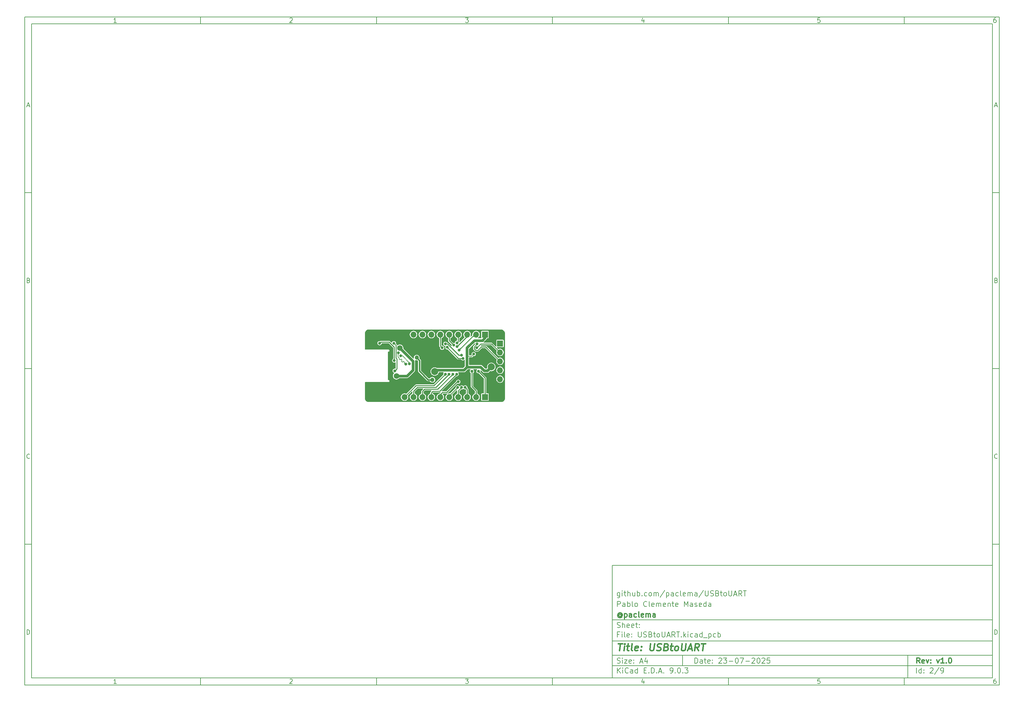
<source format=gbl>
G04 #@! TF.GenerationSoftware,KiCad,Pcbnew,9.0.3*
G04 #@! TF.CreationDate,2025-07-24T11:03:04+02:00*
G04 #@! TF.ProjectId,USBtoUART,55534274-6f55-4415-9254-2e6b69636164,v1.0*
G04 #@! TF.SameCoordinates,Original*
G04 #@! TF.FileFunction,Copper,L2,Bot*
G04 #@! TF.FilePolarity,Positive*
%FSLAX46Y46*%
G04 Gerber Fmt 4.6, Leading zero omitted, Abs format (unit mm)*
G04 Created by KiCad (PCBNEW 9.0.3) date 2025-07-24 11:03:04*
%MOMM*%
%LPD*%
G01*
G04 APERTURE LIST*
%ADD10C,0.100000*%
%ADD11C,0.150000*%
%ADD12C,0.300000*%
%ADD13C,0.400000*%
G04 #@! TA.AperFunction,ComponentPad*
%ADD14O,1.700000X1.700000*%
G04 #@! TD*
G04 #@! TA.AperFunction,ComponentPad*
%ADD15R,1.700000X1.700000*%
G04 #@! TD*
G04 #@! TA.AperFunction,ComponentPad*
%ADD16C,0.500000*%
G04 #@! TD*
G04 #@! TA.AperFunction,SMDPad,CuDef*
%ADD17R,2.500000X2.500000*%
G04 #@! TD*
G04 #@! TA.AperFunction,ComponentPad*
%ADD18O,2.200000X1.000000*%
G04 #@! TD*
G04 #@! TA.AperFunction,ComponentPad*
%ADD19O,1.800000X1.000000*%
G04 #@! TD*
G04 #@! TA.AperFunction,ViaPad*
%ADD20C,1.200000*%
G04 #@! TD*
G04 #@! TA.AperFunction,ViaPad*
%ADD21C,0.800000*%
G04 #@! TD*
G04 #@! TA.AperFunction,ViaPad*
%ADD22C,2.000000*%
G04 #@! TD*
G04 #@! TA.AperFunction,ViaPad*
%ADD23C,1.600000*%
G04 #@! TD*
G04 #@! TA.AperFunction,Conductor*
%ADD24C,0.200000*%
G04 #@! TD*
G04 #@! TA.AperFunction,Conductor*
%ADD25C,0.250000*%
G04 #@! TD*
G04 #@! TA.AperFunction,Conductor*
%ADD26C,0.800000*%
G04 #@! TD*
G04 #@! TA.AperFunction,Conductor*
%ADD27C,0.400000*%
G04 #@! TD*
G04 APERTURE END LIST*
D10*
D11*
X177002200Y-166007200D02*
X285002200Y-166007200D01*
X285002200Y-198007200D01*
X177002200Y-198007200D01*
X177002200Y-166007200D01*
D10*
D11*
X10000000Y-10000000D02*
X287002200Y-10000000D01*
X287002200Y-200007200D01*
X10000000Y-200007200D01*
X10000000Y-10000000D01*
D10*
D11*
X12000000Y-12000000D02*
X285002200Y-12000000D01*
X285002200Y-198007200D01*
X12000000Y-198007200D01*
X12000000Y-12000000D01*
D10*
D11*
X60000000Y-12000000D02*
X60000000Y-10000000D01*
D10*
D11*
X110000000Y-12000000D02*
X110000000Y-10000000D01*
D10*
D11*
X160000000Y-12000000D02*
X160000000Y-10000000D01*
D10*
D11*
X210000000Y-12000000D02*
X210000000Y-10000000D01*
D10*
D11*
X260000000Y-12000000D02*
X260000000Y-10000000D01*
D10*
D11*
X36089160Y-11593604D02*
X35346303Y-11593604D01*
X35717731Y-11593604D02*
X35717731Y-10293604D01*
X35717731Y-10293604D02*
X35593922Y-10479319D01*
X35593922Y-10479319D02*
X35470112Y-10603128D01*
X35470112Y-10603128D02*
X35346303Y-10665033D01*
D10*
D11*
X85346303Y-10417414D02*
X85408207Y-10355509D01*
X85408207Y-10355509D02*
X85532017Y-10293604D01*
X85532017Y-10293604D02*
X85841541Y-10293604D01*
X85841541Y-10293604D02*
X85965350Y-10355509D01*
X85965350Y-10355509D02*
X86027255Y-10417414D01*
X86027255Y-10417414D02*
X86089160Y-10541223D01*
X86089160Y-10541223D02*
X86089160Y-10665033D01*
X86089160Y-10665033D02*
X86027255Y-10850747D01*
X86027255Y-10850747D02*
X85284398Y-11593604D01*
X85284398Y-11593604D02*
X86089160Y-11593604D01*
D10*
D11*
X135284398Y-10293604D02*
X136089160Y-10293604D01*
X136089160Y-10293604D02*
X135655826Y-10788842D01*
X135655826Y-10788842D02*
X135841541Y-10788842D01*
X135841541Y-10788842D02*
X135965350Y-10850747D01*
X135965350Y-10850747D02*
X136027255Y-10912652D01*
X136027255Y-10912652D02*
X136089160Y-11036461D01*
X136089160Y-11036461D02*
X136089160Y-11345985D01*
X136089160Y-11345985D02*
X136027255Y-11469795D01*
X136027255Y-11469795D02*
X135965350Y-11531700D01*
X135965350Y-11531700D02*
X135841541Y-11593604D01*
X135841541Y-11593604D02*
X135470112Y-11593604D01*
X135470112Y-11593604D02*
X135346303Y-11531700D01*
X135346303Y-11531700D02*
X135284398Y-11469795D01*
D10*
D11*
X185965350Y-10726938D02*
X185965350Y-11593604D01*
X185655826Y-10231700D02*
X185346303Y-11160271D01*
X185346303Y-11160271D02*
X186151064Y-11160271D01*
D10*
D11*
X236027255Y-10293604D02*
X235408207Y-10293604D01*
X235408207Y-10293604D02*
X235346303Y-10912652D01*
X235346303Y-10912652D02*
X235408207Y-10850747D01*
X235408207Y-10850747D02*
X235532017Y-10788842D01*
X235532017Y-10788842D02*
X235841541Y-10788842D01*
X235841541Y-10788842D02*
X235965350Y-10850747D01*
X235965350Y-10850747D02*
X236027255Y-10912652D01*
X236027255Y-10912652D02*
X236089160Y-11036461D01*
X236089160Y-11036461D02*
X236089160Y-11345985D01*
X236089160Y-11345985D02*
X236027255Y-11469795D01*
X236027255Y-11469795D02*
X235965350Y-11531700D01*
X235965350Y-11531700D02*
X235841541Y-11593604D01*
X235841541Y-11593604D02*
X235532017Y-11593604D01*
X235532017Y-11593604D02*
X235408207Y-11531700D01*
X235408207Y-11531700D02*
X235346303Y-11469795D01*
D10*
D11*
X285965350Y-10293604D02*
X285717731Y-10293604D01*
X285717731Y-10293604D02*
X285593922Y-10355509D01*
X285593922Y-10355509D02*
X285532017Y-10417414D01*
X285532017Y-10417414D02*
X285408207Y-10603128D01*
X285408207Y-10603128D02*
X285346303Y-10850747D01*
X285346303Y-10850747D02*
X285346303Y-11345985D01*
X285346303Y-11345985D02*
X285408207Y-11469795D01*
X285408207Y-11469795D02*
X285470112Y-11531700D01*
X285470112Y-11531700D02*
X285593922Y-11593604D01*
X285593922Y-11593604D02*
X285841541Y-11593604D01*
X285841541Y-11593604D02*
X285965350Y-11531700D01*
X285965350Y-11531700D02*
X286027255Y-11469795D01*
X286027255Y-11469795D02*
X286089160Y-11345985D01*
X286089160Y-11345985D02*
X286089160Y-11036461D01*
X286089160Y-11036461D02*
X286027255Y-10912652D01*
X286027255Y-10912652D02*
X285965350Y-10850747D01*
X285965350Y-10850747D02*
X285841541Y-10788842D01*
X285841541Y-10788842D02*
X285593922Y-10788842D01*
X285593922Y-10788842D02*
X285470112Y-10850747D01*
X285470112Y-10850747D02*
X285408207Y-10912652D01*
X285408207Y-10912652D02*
X285346303Y-11036461D01*
D10*
D11*
X60000000Y-198007200D02*
X60000000Y-200007200D01*
D10*
D11*
X110000000Y-198007200D02*
X110000000Y-200007200D01*
D10*
D11*
X160000000Y-198007200D02*
X160000000Y-200007200D01*
D10*
D11*
X210000000Y-198007200D02*
X210000000Y-200007200D01*
D10*
D11*
X260000000Y-198007200D02*
X260000000Y-200007200D01*
D10*
D11*
X36089160Y-199600804D02*
X35346303Y-199600804D01*
X35717731Y-199600804D02*
X35717731Y-198300804D01*
X35717731Y-198300804D02*
X35593922Y-198486519D01*
X35593922Y-198486519D02*
X35470112Y-198610328D01*
X35470112Y-198610328D02*
X35346303Y-198672233D01*
D10*
D11*
X85346303Y-198424614D02*
X85408207Y-198362709D01*
X85408207Y-198362709D02*
X85532017Y-198300804D01*
X85532017Y-198300804D02*
X85841541Y-198300804D01*
X85841541Y-198300804D02*
X85965350Y-198362709D01*
X85965350Y-198362709D02*
X86027255Y-198424614D01*
X86027255Y-198424614D02*
X86089160Y-198548423D01*
X86089160Y-198548423D02*
X86089160Y-198672233D01*
X86089160Y-198672233D02*
X86027255Y-198857947D01*
X86027255Y-198857947D02*
X85284398Y-199600804D01*
X85284398Y-199600804D02*
X86089160Y-199600804D01*
D10*
D11*
X135284398Y-198300804D02*
X136089160Y-198300804D01*
X136089160Y-198300804D02*
X135655826Y-198796042D01*
X135655826Y-198796042D02*
X135841541Y-198796042D01*
X135841541Y-198796042D02*
X135965350Y-198857947D01*
X135965350Y-198857947D02*
X136027255Y-198919852D01*
X136027255Y-198919852D02*
X136089160Y-199043661D01*
X136089160Y-199043661D02*
X136089160Y-199353185D01*
X136089160Y-199353185D02*
X136027255Y-199476995D01*
X136027255Y-199476995D02*
X135965350Y-199538900D01*
X135965350Y-199538900D02*
X135841541Y-199600804D01*
X135841541Y-199600804D02*
X135470112Y-199600804D01*
X135470112Y-199600804D02*
X135346303Y-199538900D01*
X135346303Y-199538900D02*
X135284398Y-199476995D01*
D10*
D11*
X185965350Y-198734138D02*
X185965350Y-199600804D01*
X185655826Y-198238900D02*
X185346303Y-199167471D01*
X185346303Y-199167471D02*
X186151064Y-199167471D01*
D10*
D11*
X236027255Y-198300804D02*
X235408207Y-198300804D01*
X235408207Y-198300804D02*
X235346303Y-198919852D01*
X235346303Y-198919852D02*
X235408207Y-198857947D01*
X235408207Y-198857947D02*
X235532017Y-198796042D01*
X235532017Y-198796042D02*
X235841541Y-198796042D01*
X235841541Y-198796042D02*
X235965350Y-198857947D01*
X235965350Y-198857947D02*
X236027255Y-198919852D01*
X236027255Y-198919852D02*
X236089160Y-199043661D01*
X236089160Y-199043661D02*
X236089160Y-199353185D01*
X236089160Y-199353185D02*
X236027255Y-199476995D01*
X236027255Y-199476995D02*
X235965350Y-199538900D01*
X235965350Y-199538900D02*
X235841541Y-199600804D01*
X235841541Y-199600804D02*
X235532017Y-199600804D01*
X235532017Y-199600804D02*
X235408207Y-199538900D01*
X235408207Y-199538900D02*
X235346303Y-199476995D01*
D10*
D11*
X285965350Y-198300804D02*
X285717731Y-198300804D01*
X285717731Y-198300804D02*
X285593922Y-198362709D01*
X285593922Y-198362709D02*
X285532017Y-198424614D01*
X285532017Y-198424614D02*
X285408207Y-198610328D01*
X285408207Y-198610328D02*
X285346303Y-198857947D01*
X285346303Y-198857947D02*
X285346303Y-199353185D01*
X285346303Y-199353185D02*
X285408207Y-199476995D01*
X285408207Y-199476995D02*
X285470112Y-199538900D01*
X285470112Y-199538900D02*
X285593922Y-199600804D01*
X285593922Y-199600804D02*
X285841541Y-199600804D01*
X285841541Y-199600804D02*
X285965350Y-199538900D01*
X285965350Y-199538900D02*
X286027255Y-199476995D01*
X286027255Y-199476995D02*
X286089160Y-199353185D01*
X286089160Y-199353185D02*
X286089160Y-199043661D01*
X286089160Y-199043661D02*
X286027255Y-198919852D01*
X286027255Y-198919852D02*
X285965350Y-198857947D01*
X285965350Y-198857947D02*
X285841541Y-198796042D01*
X285841541Y-198796042D02*
X285593922Y-198796042D01*
X285593922Y-198796042D02*
X285470112Y-198857947D01*
X285470112Y-198857947D02*
X285408207Y-198919852D01*
X285408207Y-198919852D02*
X285346303Y-199043661D01*
D10*
D11*
X10000000Y-60000000D02*
X12000000Y-60000000D01*
D10*
D11*
X10000000Y-110000000D02*
X12000000Y-110000000D01*
D10*
D11*
X10000000Y-160000000D02*
X12000000Y-160000000D01*
D10*
D11*
X10690476Y-35222176D02*
X11309523Y-35222176D01*
X10566666Y-35593604D02*
X10999999Y-34293604D01*
X10999999Y-34293604D02*
X11433333Y-35593604D01*
D10*
D11*
X11092857Y-84912652D02*
X11278571Y-84974557D01*
X11278571Y-84974557D02*
X11340476Y-85036461D01*
X11340476Y-85036461D02*
X11402380Y-85160271D01*
X11402380Y-85160271D02*
X11402380Y-85345985D01*
X11402380Y-85345985D02*
X11340476Y-85469795D01*
X11340476Y-85469795D02*
X11278571Y-85531700D01*
X11278571Y-85531700D02*
X11154761Y-85593604D01*
X11154761Y-85593604D02*
X10659523Y-85593604D01*
X10659523Y-85593604D02*
X10659523Y-84293604D01*
X10659523Y-84293604D02*
X11092857Y-84293604D01*
X11092857Y-84293604D02*
X11216666Y-84355509D01*
X11216666Y-84355509D02*
X11278571Y-84417414D01*
X11278571Y-84417414D02*
X11340476Y-84541223D01*
X11340476Y-84541223D02*
X11340476Y-84665033D01*
X11340476Y-84665033D02*
X11278571Y-84788842D01*
X11278571Y-84788842D02*
X11216666Y-84850747D01*
X11216666Y-84850747D02*
X11092857Y-84912652D01*
X11092857Y-84912652D02*
X10659523Y-84912652D01*
D10*
D11*
X11402380Y-135469795D02*
X11340476Y-135531700D01*
X11340476Y-135531700D02*
X11154761Y-135593604D01*
X11154761Y-135593604D02*
X11030952Y-135593604D01*
X11030952Y-135593604D02*
X10845238Y-135531700D01*
X10845238Y-135531700D02*
X10721428Y-135407890D01*
X10721428Y-135407890D02*
X10659523Y-135284080D01*
X10659523Y-135284080D02*
X10597619Y-135036461D01*
X10597619Y-135036461D02*
X10597619Y-134850747D01*
X10597619Y-134850747D02*
X10659523Y-134603128D01*
X10659523Y-134603128D02*
X10721428Y-134479319D01*
X10721428Y-134479319D02*
X10845238Y-134355509D01*
X10845238Y-134355509D02*
X11030952Y-134293604D01*
X11030952Y-134293604D02*
X11154761Y-134293604D01*
X11154761Y-134293604D02*
X11340476Y-134355509D01*
X11340476Y-134355509D02*
X11402380Y-134417414D01*
D10*
D11*
X10659523Y-185593604D02*
X10659523Y-184293604D01*
X10659523Y-184293604D02*
X10969047Y-184293604D01*
X10969047Y-184293604D02*
X11154761Y-184355509D01*
X11154761Y-184355509D02*
X11278571Y-184479319D01*
X11278571Y-184479319D02*
X11340476Y-184603128D01*
X11340476Y-184603128D02*
X11402380Y-184850747D01*
X11402380Y-184850747D02*
X11402380Y-185036461D01*
X11402380Y-185036461D02*
X11340476Y-185284080D01*
X11340476Y-185284080D02*
X11278571Y-185407890D01*
X11278571Y-185407890D02*
X11154761Y-185531700D01*
X11154761Y-185531700D02*
X10969047Y-185593604D01*
X10969047Y-185593604D02*
X10659523Y-185593604D01*
D10*
D11*
X287002200Y-60000000D02*
X285002200Y-60000000D01*
D10*
D11*
X287002200Y-110000000D02*
X285002200Y-110000000D01*
D10*
D11*
X287002200Y-160000000D02*
X285002200Y-160000000D01*
D10*
D11*
X285692676Y-35222176D02*
X286311723Y-35222176D01*
X285568866Y-35593604D02*
X286002199Y-34293604D01*
X286002199Y-34293604D02*
X286435533Y-35593604D01*
D10*
D11*
X286095057Y-84912652D02*
X286280771Y-84974557D01*
X286280771Y-84974557D02*
X286342676Y-85036461D01*
X286342676Y-85036461D02*
X286404580Y-85160271D01*
X286404580Y-85160271D02*
X286404580Y-85345985D01*
X286404580Y-85345985D02*
X286342676Y-85469795D01*
X286342676Y-85469795D02*
X286280771Y-85531700D01*
X286280771Y-85531700D02*
X286156961Y-85593604D01*
X286156961Y-85593604D02*
X285661723Y-85593604D01*
X285661723Y-85593604D02*
X285661723Y-84293604D01*
X285661723Y-84293604D02*
X286095057Y-84293604D01*
X286095057Y-84293604D02*
X286218866Y-84355509D01*
X286218866Y-84355509D02*
X286280771Y-84417414D01*
X286280771Y-84417414D02*
X286342676Y-84541223D01*
X286342676Y-84541223D02*
X286342676Y-84665033D01*
X286342676Y-84665033D02*
X286280771Y-84788842D01*
X286280771Y-84788842D02*
X286218866Y-84850747D01*
X286218866Y-84850747D02*
X286095057Y-84912652D01*
X286095057Y-84912652D02*
X285661723Y-84912652D01*
D10*
D11*
X286404580Y-135469795D02*
X286342676Y-135531700D01*
X286342676Y-135531700D02*
X286156961Y-135593604D01*
X286156961Y-135593604D02*
X286033152Y-135593604D01*
X286033152Y-135593604D02*
X285847438Y-135531700D01*
X285847438Y-135531700D02*
X285723628Y-135407890D01*
X285723628Y-135407890D02*
X285661723Y-135284080D01*
X285661723Y-135284080D02*
X285599819Y-135036461D01*
X285599819Y-135036461D02*
X285599819Y-134850747D01*
X285599819Y-134850747D02*
X285661723Y-134603128D01*
X285661723Y-134603128D02*
X285723628Y-134479319D01*
X285723628Y-134479319D02*
X285847438Y-134355509D01*
X285847438Y-134355509D02*
X286033152Y-134293604D01*
X286033152Y-134293604D02*
X286156961Y-134293604D01*
X286156961Y-134293604D02*
X286342676Y-134355509D01*
X286342676Y-134355509D02*
X286404580Y-134417414D01*
D10*
D11*
X285661723Y-185593604D02*
X285661723Y-184293604D01*
X285661723Y-184293604D02*
X285971247Y-184293604D01*
X285971247Y-184293604D02*
X286156961Y-184355509D01*
X286156961Y-184355509D02*
X286280771Y-184479319D01*
X286280771Y-184479319D02*
X286342676Y-184603128D01*
X286342676Y-184603128D02*
X286404580Y-184850747D01*
X286404580Y-184850747D02*
X286404580Y-185036461D01*
X286404580Y-185036461D02*
X286342676Y-185284080D01*
X286342676Y-185284080D02*
X286280771Y-185407890D01*
X286280771Y-185407890D02*
X286156961Y-185531700D01*
X286156961Y-185531700D02*
X285971247Y-185593604D01*
X285971247Y-185593604D02*
X285661723Y-185593604D01*
D10*
D11*
X200458026Y-193793328D02*
X200458026Y-192293328D01*
X200458026Y-192293328D02*
X200815169Y-192293328D01*
X200815169Y-192293328D02*
X201029455Y-192364757D01*
X201029455Y-192364757D02*
X201172312Y-192507614D01*
X201172312Y-192507614D02*
X201243741Y-192650471D01*
X201243741Y-192650471D02*
X201315169Y-192936185D01*
X201315169Y-192936185D02*
X201315169Y-193150471D01*
X201315169Y-193150471D02*
X201243741Y-193436185D01*
X201243741Y-193436185D02*
X201172312Y-193579042D01*
X201172312Y-193579042D02*
X201029455Y-193721900D01*
X201029455Y-193721900D02*
X200815169Y-193793328D01*
X200815169Y-193793328D02*
X200458026Y-193793328D01*
X202600884Y-193793328D02*
X202600884Y-193007614D01*
X202600884Y-193007614D02*
X202529455Y-192864757D01*
X202529455Y-192864757D02*
X202386598Y-192793328D01*
X202386598Y-192793328D02*
X202100884Y-192793328D01*
X202100884Y-192793328D02*
X201958026Y-192864757D01*
X202600884Y-193721900D02*
X202458026Y-193793328D01*
X202458026Y-193793328D02*
X202100884Y-193793328D01*
X202100884Y-193793328D02*
X201958026Y-193721900D01*
X201958026Y-193721900D02*
X201886598Y-193579042D01*
X201886598Y-193579042D02*
X201886598Y-193436185D01*
X201886598Y-193436185D02*
X201958026Y-193293328D01*
X201958026Y-193293328D02*
X202100884Y-193221900D01*
X202100884Y-193221900D02*
X202458026Y-193221900D01*
X202458026Y-193221900D02*
X202600884Y-193150471D01*
X203100884Y-192793328D02*
X203672312Y-192793328D01*
X203315169Y-192293328D02*
X203315169Y-193579042D01*
X203315169Y-193579042D02*
X203386598Y-193721900D01*
X203386598Y-193721900D02*
X203529455Y-193793328D01*
X203529455Y-193793328D02*
X203672312Y-193793328D01*
X204743741Y-193721900D02*
X204600884Y-193793328D01*
X204600884Y-193793328D02*
X204315170Y-193793328D01*
X204315170Y-193793328D02*
X204172312Y-193721900D01*
X204172312Y-193721900D02*
X204100884Y-193579042D01*
X204100884Y-193579042D02*
X204100884Y-193007614D01*
X204100884Y-193007614D02*
X204172312Y-192864757D01*
X204172312Y-192864757D02*
X204315170Y-192793328D01*
X204315170Y-192793328D02*
X204600884Y-192793328D01*
X204600884Y-192793328D02*
X204743741Y-192864757D01*
X204743741Y-192864757D02*
X204815170Y-193007614D01*
X204815170Y-193007614D02*
X204815170Y-193150471D01*
X204815170Y-193150471D02*
X204100884Y-193293328D01*
X205458026Y-193650471D02*
X205529455Y-193721900D01*
X205529455Y-193721900D02*
X205458026Y-193793328D01*
X205458026Y-193793328D02*
X205386598Y-193721900D01*
X205386598Y-193721900D02*
X205458026Y-193650471D01*
X205458026Y-193650471D02*
X205458026Y-193793328D01*
X205458026Y-192864757D02*
X205529455Y-192936185D01*
X205529455Y-192936185D02*
X205458026Y-193007614D01*
X205458026Y-193007614D02*
X205386598Y-192936185D01*
X205386598Y-192936185D02*
X205458026Y-192864757D01*
X205458026Y-192864757D02*
X205458026Y-193007614D01*
X207243741Y-192436185D02*
X207315169Y-192364757D01*
X207315169Y-192364757D02*
X207458027Y-192293328D01*
X207458027Y-192293328D02*
X207815169Y-192293328D01*
X207815169Y-192293328D02*
X207958027Y-192364757D01*
X207958027Y-192364757D02*
X208029455Y-192436185D01*
X208029455Y-192436185D02*
X208100884Y-192579042D01*
X208100884Y-192579042D02*
X208100884Y-192721900D01*
X208100884Y-192721900D02*
X208029455Y-192936185D01*
X208029455Y-192936185D02*
X207172312Y-193793328D01*
X207172312Y-193793328D02*
X208100884Y-193793328D01*
X208600883Y-192293328D02*
X209529455Y-192293328D01*
X209529455Y-192293328D02*
X209029455Y-192864757D01*
X209029455Y-192864757D02*
X209243740Y-192864757D01*
X209243740Y-192864757D02*
X209386598Y-192936185D01*
X209386598Y-192936185D02*
X209458026Y-193007614D01*
X209458026Y-193007614D02*
X209529455Y-193150471D01*
X209529455Y-193150471D02*
X209529455Y-193507614D01*
X209529455Y-193507614D02*
X209458026Y-193650471D01*
X209458026Y-193650471D02*
X209386598Y-193721900D01*
X209386598Y-193721900D02*
X209243740Y-193793328D01*
X209243740Y-193793328D02*
X208815169Y-193793328D01*
X208815169Y-193793328D02*
X208672312Y-193721900D01*
X208672312Y-193721900D02*
X208600883Y-193650471D01*
X210172311Y-193221900D02*
X211315169Y-193221900D01*
X212315169Y-192293328D02*
X212458026Y-192293328D01*
X212458026Y-192293328D02*
X212600883Y-192364757D01*
X212600883Y-192364757D02*
X212672312Y-192436185D01*
X212672312Y-192436185D02*
X212743740Y-192579042D01*
X212743740Y-192579042D02*
X212815169Y-192864757D01*
X212815169Y-192864757D02*
X212815169Y-193221900D01*
X212815169Y-193221900D02*
X212743740Y-193507614D01*
X212743740Y-193507614D02*
X212672312Y-193650471D01*
X212672312Y-193650471D02*
X212600883Y-193721900D01*
X212600883Y-193721900D02*
X212458026Y-193793328D01*
X212458026Y-193793328D02*
X212315169Y-193793328D01*
X212315169Y-193793328D02*
X212172312Y-193721900D01*
X212172312Y-193721900D02*
X212100883Y-193650471D01*
X212100883Y-193650471D02*
X212029454Y-193507614D01*
X212029454Y-193507614D02*
X211958026Y-193221900D01*
X211958026Y-193221900D02*
X211958026Y-192864757D01*
X211958026Y-192864757D02*
X212029454Y-192579042D01*
X212029454Y-192579042D02*
X212100883Y-192436185D01*
X212100883Y-192436185D02*
X212172312Y-192364757D01*
X212172312Y-192364757D02*
X212315169Y-192293328D01*
X213315168Y-192293328D02*
X214315168Y-192293328D01*
X214315168Y-192293328D02*
X213672311Y-193793328D01*
X214886596Y-193221900D02*
X216029454Y-193221900D01*
X216672311Y-192436185D02*
X216743739Y-192364757D01*
X216743739Y-192364757D02*
X216886597Y-192293328D01*
X216886597Y-192293328D02*
X217243739Y-192293328D01*
X217243739Y-192293328D02*
X217386597Y-192364757D01*
X217386597Y-192364757D02*
X217458025Y-192436185D01*
X217458025Y-192436185D02*
X217529454Y-192579042D01*
X217529454Y-192579042D02*
X217529454Y-192721900D01*
X217529454Y-192721900D02*
X217458025Y-192936185D01*
X217458025Y-192936185D02*
X216600882Y-193793328D01*
X216600882Y-193793328D02*
X217529454Y-193793328D01*
X218458025Y-192293328D02*
X218600882Y-192293328D01*
X218600882Y-192293328D02*
X218743739Y-192364757D01*
X218743739Y-192364757D02*
X218815168Y-192436185D01*
X218815168Y-192436185D02*
X218886596Y-192579042D01*
X218886596Y-192579042D02*
X218958025Y-192864757D01*
X218958025Y-192864757D02*
X218958025Y-193221900D01*
X218958025Y-193221900D02*
X218886596Y-193507614D01*
X218886596Y-193507614D02*
X218815168Y-193650471D01*
X218815168Y-193650471D02*
X218743739Y-193721900D01*
X218743739Y-193721900D02*
X218600882Y-193793328D01*
X218600882Y-193793328D02*
X218458025Y-193793328D01*
X218458025Y-193793328D02*
X218315168Y-193721900D01*
X218315168Y-193721900D02*
X218243739Y-193650471D01*
X218243739Y-193650471D02*
X218172310Y-193507614D01*
X218172310Y-193507614D02*
X218100882Y-193221900D01*
X218100882Y-193221900D02*
X218100882Y-192864757D01*
X218100882Y-192864757D02*
X218172310Y-192579042D01*
X218172310Y-192579042D02*
X218243739Y-192436185D01*
X218243739Y-192436185D02*
X218315168Y-192364757D01*
X218315168Y-192364757D02*
X218458025Y-192293328D01*
X219529453Y-192436185D02*
X219600881Y-192364757D01*
X219600881Y-192364757D02*
X219743739Y-192293328D01*
X219743739Y-192293328D02*
X220100881Y-192293328D01*
X220100881Y-192293328D02*
X220243739Y-192364757D01*
X220243739Y-192364757D02*
X220315167Y-192436185D01*
X220315167Y-192436185D02*
X220386596Y-192579042D01*
X220386596Y-192579042D02*
X220386596Y-192721900D01*
X220386596Y-192721900D02*
X220315167Y-192936185D01*
X220315167Y-192936185D02*
X219458024Y-193793328D01*
X219458024Y-193793328D02*
X220386596Y-193793328D01*
X221743738Y-192293328D02*
X221029452Y-192293328D01*
X221029452Y-192293328D02*
X220958024Y-193007614D01*
X220958024Y-193007614D02*
X221029452Y-192936185D01*
X221029452Y-192936185D02*
X221172310Y-192864757D01*
X221172310Y-192864757D02*
X221529452Y-192864757D01*
X221529452Y-192864757D02*
X221672310Y-192936185D01*
X221672310Y-192936185D02*
X221743738Y-193007614D01*
X221743738Y-193007614D02*
X221815167Y-193150471D01*
X221815167Y-193150471D02*
X221815167Y-193507614D01*
X221815167Y-193507614D02*
X221743738Y-193650471D01*
X221743738Y-193650471D02*
X221672310Y-193721900D01*
X221672310Y-193721900D02*
X221529452Y-193793328D01*
X221529452Y-193793328D02*
X221172310Y-193793328D01*
X221172310Y-193793328D02*
X221029452Y-193721900D01*
X221029452Y-193721900D02*
X220958024Y-193650471D01*
D10*
D11*
X177002200Y-194507200D02*
X285002200Y-194507200D01*
D10*
D11*
X178458026Y-196593328D02*
X178458026Y-195093328D01*
X179315169Y-196593328D02*
X178672312Y-195736185D01*
X179315169Y-195093328D02*
X178458026Y-195950471D01*
X179958026Y-196593328D02*
X179958026Y-195593328D01*
X179958026Y-195093328D02*
X179886598Y-195164757D01*
X179886598Y-195164757D02*
X179958026Y-195236185D01*
X179958026Y-195236185D02*
X180029455Y-195164757D01*
X180029455Y-195164757D02*
X179958026Y-195093328D01*
X179958026Y-195093328D02*
X179958026Y-195236185D01*
X181529455Y-196450471D02*
X181458027Y-196521900D01*
X181458027Y-196521900D02*
X181243741Y-196593328D01*
X181243741Y-196593328D02*
X181100884Y-196593328D01*
X181100884Y-196593328D02*
X180886598Y-196521900D01*
X180886598Y-196521900D02*
X180743741Y-196379042D01*
X180743741Y-196379042D02*
X180672312Y-196236185D01*
X180672312Y-196236185D02*
X180600884Y-195950471D01*
X180600884Y-195950471D02*
X180600884Y-195736185D01*
X180600884Y-195736185D02*
X180672312Y-195450471D01*
X180672312Y-195450471D02*
X180743741Y-195307614D01*
X180743741Y-195307614D02*
X180886598Y-195164757D01*
X180886598Y-195164757D02*
X181100884Y-195093328D01*
X181100884Y-195093328D02*
X181243741Y-195093328D01*
X181243741Y-195093328D02*
X181458027Y-195164757D01*
X181458027Y-195164757D02*
X181529455Y-195236185D01*
X182815170Y-196593328D02*
X182815170Y-195807614D01*
X182815170Y-195807614D02*
X182743741Y-195664757D01*
X182743741Y-195664757D02*
X182600884Y-195593328D01*
X182600884Y-195593328D02*
X182315170Y-195593328D01*
X182315170Y-195593328D02*
X182172312Y-195664757D01*
X182815170Y-196521900D02*
X182672312Y-196593328D01*
X182672312Y-196593328D02*
X182315170Y-196593328D01*
X182315170Y-196593328D02*
X182172312Y-196521900D01*
X182172312Y-196521900D02*
X182100884Y-196379042D01*
X182100884Y-196379042D02*
X182100884Y-196236185D01*
X182100884Y-196236185D02*
X182172312Y-196093328D01*
X182172312Y-196093328D02*
X182315170Y-196021900D01*
X182315170Y-196021900D02*
X182672312Y-196021900D01*
X182672312Y-196021900D02*
X182815170Y-195950471D01*
X184172313Y-196593328D02*
X184172313Y-195093328D01*
X184172313Y-196521900D02*
X184029455Y-196593328D01*
X184029455Y-196593328D02*
X183743741Y-196593328D01*
X183743741Y-196593328D02*
X183600884Y-196521900D01*
X183600884Y-196521900D02*
X183529455Y-196450471D01*
X183529455Y-196450471D02*
X183458027Y-196307614D01*
X183458027Y-196307614D02*
X183458027Y-195879042D01*
X183458027Y-195879042D02*
X183529455Y-195736185D01*
X183529455Y-195736185D02*
X183600884Y-195664757D01*
X183600884Y-195664757D02*
X183743741Y-195593328D01*
X183743741Y-195593328D02*
X184029455Y-195593328D01*
X184029455Y-195593328D02*
X184172313Y-195664757D01*
X186029455Y-195807614D02*
X186529455Y-195807614D01*
X186743741Y-196593328D02*
X186029455Y-196593328D01*
X186029455Y-196593328D02*
X186029455Y-195093328D01*
X186029455Y-195093328D02*
X186743741Y-195093328D01*
X187386598Y-196450471D02*
X187458027Y-196521900D01*
X187458027Y-196521900D02*
X187386598Y-196593328D01*
X187386598Y-196593328D02*
X187315170Y-196521900D01*
X187315170Y-196521900D02*
X187386598Y-196450471D01*
X187386598Y-196450471D02*
X187386598Y-196593328D01*
X188100884Y-196593328D02*
X188100884Y-195093328D01*
X188100884Y-195093328D02*
X188458027Y-195093328D01*
X188458027Y-195093328D02*
X188672313Y-195164757D01*
X188672313Y-195164757D02*
X188815170Y-195307614D01*
X188815170Y-195307614D02*
X188886599Y-195450471D01*
X188886599Y-195450471D02*
X188958027Y-195736185D01*
X188958027Y-195736185D02*
X188958027Y-195950471D01*
X188958027Y-195950471D02*
X188886599Y-196236185D01*
X188886599Y-196236185D02*
X188815170Y-196379042D01*
X188815170Y-196379042D02*
X188672313Y-196521900D01*
X188672313Y-196521900D02*
X188458027Y-196593328D01*
X188458027Y-196593328D02*
X188100884Y-196593328D01*
X189600884Y-196450471D02*
X189672313Y-196521900D01*
X189672313Y-196521900D02*
X189600884Y-196593328D01*
X189600884Y-196593328D02*
X189529456Y-196521900D01*
X189529456Y-196521900D02*
X189600884Y-196450471D01*
X189600884Y-196450471D02*
X189600884Y-196593328D01*
X190243742Y-196164757D02*
X190958028Y-196164757D01*
X190100885Y-196593328D02*
X190600885Y-195093328D01*
X190600885Y-195093328D02*
X191100885Y-196593328D01*
X191600884Y-196450471D02*
X191672313Y-196521900D01*
X191672313Y-196521900D02*
X191600884Y-196593328D01*
X191600884Y-196593328D02*
X191529456Y-196521900D01*
X191529456Y-196521900D02*
X191600884Y-196450471D01*
X191600884Y-196450471D02*
X191600884Y-196593328D01*
X193529456Y-196593328D02*
X193815170Y-196593328D01*
X193815170Y-196593328D02*
X193958027Y-196521900D01*
X193958027Y-196521900D02*
X194029456Y-196450471D01*
X194029456Y-196450471D02*
X194172313Y-196236185D01*
X194172313Y-196236185D02*
X194243742Y-195950471D01*
X194243742Y-195950471D02*
X194243742Y-195379042D01*
X194243742Y-195379042D02*
X194172313Y-195236185D01*
X194172313Y-195236185D02*
X194100885Y-195164757D01*
X194100885Y-195164757D02*
X193958027Y-195093328D01*
X193958027Y-195093328D02*
X193672313Y-195093328D01*
X193672313Y-195093328D02*
X193529456Y-195164757D01*
X193529456Y-195164757D02*
X193458027Y-195236185D01*
X193458027Y-195236185D02*
X193386599Y-195379042D01*
X193386599Y-195379042D02*
X193386599Y-195736185D01*
X193386599Y-195736185D02*
X193458027Y-195879042D01*
X193458027Y-195879042D02*
X193529456Y-195950471D01*
X193529456Y-195950471D02*
X193672313Y-196021900D01*
X193672313Y-196021900D02*
X193958027Y-196021900D01*
X193958027Y-196021900D02*
X194100885Y-195950471D01*
X194100885Y-195950471D02*
X194172313Y-195879042D01*
X194172313Y-195879042D02*
X194243742Y-195736185D01*
X194886598Y-196450471D02*
X194958027Y-196521900D01*
X194958027Y-196521900D02*
X194886598Y-196593328D01*
X194886598Y-196593328D02*
X194815170Y-196521900D01*
X194815170Y-196521900D02*
X194886598Y-196450471D01*
X194886598Y-196450471D02*
X194886598Y-196593328D01*
X195886599Y-195093328D02*
X196029456Y-195093328D01*
X196029456Y-195093328D02*
X196172313Y-195164757D01*
X196172313Y-195164757D02*
X196243742Y-195236185D01*
X196243742Y-195236185D02*
X196315170Y-195379042D01*
X196315170Y-195379042D02*
X196386599Y-195664757D01*
X196386599Y-195664757D02*
X196386599Y-196021900D01*
X196386599Y-196021900D02*
X196315170Y-196307614D01*
X196315170Y-196307614D02*
X196243742Y-196450471D01*
X196243742Y-196450471D02*
X196172313Y-196521900D01*
X196172313Y-196521900D02*
X196029456Y-196593328D01*
X196029456Y-196593328D02*
X195886599Y-196593328D01*
X195886599Y-196593328D02*
X195743742Y-196521900D01*
X195743742Y-196521900D02*
X195672313Y-196450471D01*
X195672313Y-196450471D02*
X195600884Y-196307614D01*
X195600884Y-196307614D02*
X195529456Y-196021900D01*
X195529456Y-196021900D02*
X195529456Y-195664757D01*
X195529456Y-195664757D02*
X195600884Y-195379042D01*
X195600884Y-195379042D02*
X195672313Y-195236185D01*
X195672313Y-195236185D02*
X195743742Y-195164757D01*
X195743742Y-195164757D02*
X195886599Y-195093328D01*
X197029455Y-196450471D02*
X197100884Y-196521900D01*
X197100884Y-196521900D02*
X197029455Y-196593328D01*
X197029455Y-196593328D02*
X196958027Y-196521900D01*
X196958027Y-196521900D02*
X197029455Y-196450471D01*
X197029455Y-196450471D02*
X197029455Y-196593328D01*
X197600884Y-195093328D02*
X198529456Y-195093328D01*
X198529456Y-195093328D02*
X198029456Y-195664757D01*
X198029456Y-195664757D02*
X198243741Y-195664757D01*
X198243741Y-195664757D02*
X198386599Y-195736185D01*
X198386599Y-195736185D02*
X198458027Y-195807614D01*
X198458027Y-195807614D02*
X198529456Y-195950471D01*
X198529456Y-195950471D02*
X198529456Y-196307614D01*
X198529456Y-196307614D02*
X198458027Y-196450471D01*
X198458027Y-196450471D02*
X198386599Y-196521900D01*
X198386599Y-196521900D02*
X198243741Y-196593328D01*
X198243741Y-196593328D02*
X197815170Y-196593328D01*
X197815170Y-196593328D02*
X197672313Y-196521900D01*
X197672313Y-196521900D02*
X197600884Y-196450471D01*
D10*
D11*
X177002200Y-191507200D02*
X285002200Y-191507200D01*
D10*
D12*
X264413853Y-193785528D02*
X263913853Y-193071242D01*
X263556710Y-193785528D02*
X263556710Y-192285528D01*
X263556710Y-192285528D02*
X264128139Y-192285528D01*
X264128139Y-192285528D02*
X264270996Y-192356957D01*
X264270996Y-192356957D02*
X264342425Y-192428385D01*
X264342425Y-192428385D02*
X264413853Y-192571242D01*
X264413853Y-192571242D02*
X264413853Y-192785528D01*
X264413853Y-192785528D02*
X264342425Y-192928385D01*
X264342425Y-192928385D02*
X264270996Y-192999814D01*
X264270996Y-192999814D02*
X264128139Y-193071242D01*
X264128139Y-193071242D02*
X263556710Y-193071242D01*
X265628139Y-193714100D02*
X265485282Y-193785528D01*
X265485282Y-193785528D02*
X265199568Y-193785528D01*
X265199568Y-193785528D02*
X265056710Y-193714100D01*
X265056710Y-193714100D02*
X264985282Y-193571242D01*
X264985282Y-193571242D02*
X264985282Y-192999814D01*
X264985282Y-192999814D02*
X265056710Y-192856957D01*
X265056710Y-192856957D02*
X265199568Y-192785528D01*
X265199568Y-192785528D02*
X265485282Y-192785528D01*
X265485282Y-192785528D02*
X265628139Y-192856957D01*
X265628139Y-192856957D02*
X265699568Y-192999814D01*
X265699568Y-192999814D02*
X265699568Y-193142671D01*
X265699568Y-193142671D02*
X264985282Y-193285528D01*
X266199567Y-192785528D02*
X266556710Y-193785528D01*
X266556710Y-193785528D02*
X266913853Y-192785528D01*
X267485281Y-193642671D02*
X267556710Y-193714100D01*
X267556710Y-193714100D02*
X267485281Y-193785528D01*
X267485281Y-193785528D02*
X267413853Y-193714100D01*
X267413853Y-193714100D02*
X267485281Y-193642671D01*
X267485281Y-193642671D02*
X267485281Y-193785528D01*
X267485281Y-192856957D02*
X267556710Y-192928385D01*
X267556710Y-192928385D02*
X267485281Y-192999814D01*
X267485281Y-192999814D02*
X267413853Y-192928385D01*
X267413853Y-192928385D02*
X267485281Y-192856957D01*
X267485281Y-192856957D02*
X267485281Y-192999814D01*
X269199567Y-192785528D02*
X269556710Y-193785528D01*
X269556710Y-193785528D02*
X269913853Y-192785528D01*
X271270996Y-193785528D02*
X270413853Y-193785528D01*
X270842424Y-193785528D02*
X270842424Y-192285528D01*
X270842424Y-192285528D02*
X270699567Y-192499814D01*
X270699567Y-192499814D02*
X270556710Y-192642671D01*
X270556710Y-192642671D02*
X270413853Y-192714100D01*
X271913852Y-193642671D02*
X271985281Y-193714100D01*
X271985281Y-193714100D02*
X271913852Y-193785528D01*
X271913852Y-193785528D02*
X271842424Y-193714100D01*
X271842424Y-193714100D02*
X271913852Y-193642671D01*
X271913852Y-193642671D02*
X271913852Y-193785528D01*
X272913853Y-192285528D02*
X273056710Y-192285528D01*
X273056710Y-192285528D02*
X273199567Y-192356957D01*
X273199567Y-192356957D02*
X273270996Y-192428385D01*
X273270996Y-192428385D02*
X273342424Y-192571242D01*
X273342424Y-192571242D02*
X273413853Y-192856957D01*
X273413853Y-192856957D02*
X273413853Y-193214100D01*
X273413853Y-193214100D02*
X273342424Y-193499814D01*
X273342424Y-193499814D02*
X273270996Y-193642671D01*
X273270996Y-193642671D02*
X273199567Y-193714100D01*
X273199567Y-193714100D02*
X273056710Y-193785528D01*
X273056710Y-193785528D02*
X272913853Y-193785528D01*
X272913853Y-193785528D02*
X272770996Y-193714100D01*
X272770996Y-193714100D02*
X272699567Y-193642671D01*
X272699567Y-193642671D02*
X272628138Y-193499814D01*
X272628138Y-193499814D02*
X272556710Y-193214100D01*
X272556710Y-193214100D02*
X272556710Y-192856957D01*
X272556710Y-192856957D02*
X272628138Y-192571242D01*
X272628138Y-192571242D02*
X272699567Y-192428385D01*
X272699567Y-192428385D02*
X272770996Y-192356957D01*
X272770996Y-192356957D02*
X272913853Y-192285528D01*
D10*
D11*
X178386598Y-193721900D02*
X178600884Y-193793328D01*
X178600884Y-193793328D02*
X178958026Y-193793328D01*
X178958026Y-193793328D02*
X179100884Y-193721900D01*
X179100884Y-193721900D02*
X179172312Y-193650471D01*
X179172312Y-193650471D02*
X179243741Y-193507614D01*
X179243741Y-193507614D02*
X179243741Y-193364757D01*
X179243741Y-193364757D02*
X179172312Y-193221900D01*
X179172312Y-193221900D02*
X179100884Y-193150471D01*
X179100884Y-193150471D02*
X178958026Y-193079042D01*
X178958026Y-193079042D02*
X178672312Y-193007614D01*
X178672312Y-193007614D02*
X178529455Y-192936185D01*
X178529455Y-192936185D02*
X178458026Y-192864757D01*
X178458026Y-192864757D02*
X178386598Y-192721900D01*
X178386598Y-192721900D02*
X178386598Y-192579042D01*
X178386598Y-192579042D02*
X178458026Y-192436185D01*
X178458026Y-192436185D02*
X178529455Y-192364757D01*
X178529455Y-192364757D02*
X178672312Y-192293328D01*
X178672312Y-192293328D02*
X179029455Y-192293328D01*
X179029455Y-192293328D02*
X179243741Y-192364757D01*
X179886597Y-193793328D02*
X179886597Y-192793328D01*
X179886597Y-192293328D02*
X179815169Y-192364757D01*
X179815169Y-192364757D02*
X179886597Y-192436185D01*
X179886597Y-192436185D02*
X179958026Y-192364757D01*
X179958026Y-192364757D02*
X179886597Y-192293328D01*
X179886597Y-192293328D02*
X179886597Y-192436185D01*
X180458026Y-192793328D02*
X181243741Y-192793328D01*
X181243741Y-192793328D02*
X180458026Y-193793328D01*
X180458026Y-193793328D02*
X181243741Y-193793328D01*
X182386598Y-193721900D02*
X182243741Y-193793328D01*
X182243741Y-193793328D02*
X181958027Y-193793328D01*
X181958027Y-193793328D02*
X181815169Y-193721900D01*
X181815169Y-193721900D02*
X181743741Y-193579042D01*
X181743741Y-193579042D02*
X181743741Y-193007614D01*
X181743741Y-193007614D02*
X181815169Y-192864757D01*
X181815169Y-192864757D02*
X181958027Y-192793328D01*
X181958027Y-192793328D02*
X182243741Y-192793328D01*
X182243741Y-192793328D02*
X182386598Y-192864757D01*
X182386598Y-192864757D02*
X182458027Y-193007614D01*
X182458027Y-193007614D02*
X182458027Y-193150471D01*
X182458027Y-193150471D02*
X181743741Y-193293328D01*
X183100883Y-193650471D02*
X183172312Y-193721900D01*
X183172312Y-193721900D02*
X183100883Y-193793328D01*
X183100883Y-193793328D02*
X183029455Y-193721900D01*
X183029455Y-193721900D02*
X183100883Y-193650471D01*
X183100883Y-193650471D02*
X183100883Y-193793328D01*
X183100883Y-192864757D02*
X183172312Y-192936185D01*
X183172312Y-192936185D02*
X183100883Y-193007614D01*
X183100883Y-193007614D02*
X183029455Y-192936185D01*
X183029455Y-192936185D02*
X183100883Y-192864757D01*
X183100883Y-192864757D02*
X183100883Y-193007614D01*
X184886598Y-193364757D02*
X185600884Y-193364757D01*
X184743741Y-193793328D02*
X185243741Y-192293328D01*
X185243741Y-192293328D02*
X185743741Y-193793328D01*
X186886598Y-192793328D02*
X186886598Y-193793328D01*
X186529455Y-192221900D02*
X186172312Y-193293328D01*
X186172312Y-193293328D02*
X187100883Y-193293328D01*
D10*
D11*
X263458026Y-196593328D02*
X263458026Y-195093328D01*
X264815170Y-196593328D02*
X264815170Y-195093328D01*
X264815170Y-196521900D02*
X264672312Y-196593328D01*
X264672312Y-196593328D02*
X264386598Y-196593328D01*
X264386598Y-196593328D02*
X264243741Y-196521900D01*
X264243741Y-196521900D02*
X264172312Y-196450471D01*
X264172312Y-196450471D02*
X264100884Y-196307614D01*
X264100884Y-196307614D02*
X264100884Y-195879042D01*
X264100884Y-195879042D02*
X264172312Y-195736185D01*
X264172312Y-195736185D02*
X264243741Y-195664757D01*
X264243741Y-195664757D02*
X264386598Y-195593328D01*
X264386598Y-195593328D02*
X264672312Y-195593328D01*
X264672312Y-195593328D02*
X264815170Y-195664757D01*
X265529455Y-196450471D02*
X265600884Y-196521900D01*
X265600884Y-196521900D02*
X265529455Y-196593328D01*
X265529455Y-196593328D02*
X265458027Y-196521900D01*
X265458027Y-196521900D02*
X265529455Y-196450471D01*
X265529455Y-196450471D02*
X265529455Y-196593328D01*
X265529455Y-195664757D02*
X265600884Y-195736185D01*
X265600884Y-195736185D02*
X265529455Y-195807614D01*
X265529455Y-195807614D02*
X265458027Y-195736185D01*
X265458027Y-195736185D02*
X265529455Y-195664757D01*
X265529455Y-195664757D02*
X265529455Y-195807614D01*
X267315170Y-195236185D02*
X267386598Y-195164757D01*
X267386598Y-195164757D02*
X267529456Y-195093328D01*
X267529456Y-195093328D02*
X267886598Y-195093328D01*
X267886598Y-195093328D02*
X268029456Y-195164757D01*
X268029456Y-195164757D02*
X268100884Y-195236185D01*
X268100884Y-195236185D02*
X268172313Y-195379042D01*
X268172313Y-195379042D02*
X268172313Y-195521900D01*
X268172313Y-195521900D02*
X268100884Y-195736185D01*
X268100884Y-195736185D02*
X267243741Y-196593328D01*
X267243741Y-196593328D02*
X268172313Y-196593328D01*
X269886598Y-195021900D02*
X268600884Y-196950471D01*
X270458027Y-196593328D02*
X270743741Y-196593328D01*
X270743741Y-196593328D02*
X270886598Y-196521900D01*
X270886598Y-196521900D02*
X270958027Y-196450471D01*
X270958027Y-196450471D02*
X271100884Y-196236185D01*
X271100884Y-196236185D02*
X271172313Y-195950471D01*
X271172313Y-195950471D02*
X271172313Y-195379042D01*
X271172313Y-195379042D02*
X271100884Y-195236185D01*
X271100884Y-195236185D02*
X271029456Y-195164757D01*
X271029456Y-195164757D02*
X270886598Y-195093328D01*
X270886598Y-195093328D02*
X270600884Y-195093328D01*
X270600884Y-195093328D02*
X270458027Y-195164757D01*
X270458027Y-195164757D02*
X270386598Y-195236185D01*
X270386598Y-195236185D02*
X270315170Y-195379042D01*
X270315170Y-195379042D02*
X270315170Y-195736185D01*
X270315170Y-195736185D02*
X270386598Y-195879042D01*
X270386598Y-195879042D02*
X270458027Y-195950471D01*
X270458027Y-195950471D02*
X270600884Y-196021900D01*
X270600884Y-196021900D02*
X270886598Y-196021900D01*
X270886598Y-196021900D02*
X271029456Y-195950471D01*
X271029456Y-195950471D02*
X271100884Y-195879042D01*
X271100884Y-195879042D02*
X271172313Y-195736185D01*
D10*
D11*
X177002200Y-187507200D02*
X285002200Y-187507200D01*
D10*
D13*
X178693928Y-188211638D02*
X179836785Y-188211638D01*
X179015357Y-190211638D02*
X179265357Y-188211638D01*
X180253452Y-190211638D02*
X180420119Y-188878304D01*
X180503452Y-188211638D02*
X180396309Y-188306876D01*
X180396309Y-188306876D02*
X180479643Y-188402114D01*
X180479643Y-188402114D02*
X180586786Y-188306876D01*
X180586786Y-188306876D02*
X180503452Y-188211638D01*
X180503452Y-188211638D02*
X180479643Y-188402114D01*
X181086786Y-188878304D02*
X181848690Y-188878304D01*
X181455833Y-188211638D02*
X181241548Y-189925923D01*
X181241548Y-189925923D02*
X181312976Y-190116400D01*
X181312976Y-190116400D02*
X181491548Y-190211638D01*
X181491548Y-190211638D02*
X181682024Y-190211638D01*
X182634405Y-190211638D02*
X182455833Y-190116400D01*
X182455833Y-190116400D02*
X182384405Y-189925923D01*
X182384405Y-189925923D02*
X182598690Y-188211638D01*
X184170119Y-190116400D02*
X183967738Y-190211638D01*
X183967738Y-190211638D02*
X183586785Y-190211638D01*
X183586785Y-190211638D02*
X183408214Y-190116400D01*
X183408214Y-190116400D02*
X183336785Y-189925923D01*
X183336785Y-189925923D02*
X183432024Y-189164019D01*
X183432024Y-189164019D02*
X183551071Y-188973542D01*
X183551071Y-188973542D02*
X183753452Y-188878304D01*
X183753452Y-188878304D02*
X184134404Y-188878304D01*
X184134404Y-188878304D02*
X184312976Y-188973542D01*
X184312976Y-188973542D02*
X184384404Y-189164019D01*
X184384404Y-189164019D02*
X184360595Y-189354495D01*
X184360595Y-189354495D02*
X183384404Y-189544971D01*
X185134405Y-190021161D02*
X185217738Y-190116400D01*
X185217738Y-190116400D02*
X185110595Y-190211638D01*
X185110595Y-190211638D02*
X185027262Y-190116400D01*
X185027262Y-190116400D02*
X185134405Y-190021161D01*
X185134405Y-190021161D02*
X185110595Y-190211638D01*
X185265357Y-188973542D02*
X185348690Y-189068780D01*
X185348690Y-189068780D02*
X185241548Y-189164019D01*
X185241548Y-189164019D02*
X185158214Y-189068780D01*
X185158214Y-189068780D02*
X185265357Y-188973542D01*
X185265357Y-188973542D02*
X185241548Y-189164019D01*
X187836786Y-188211638D02*
X187634405Y-189830685D01*
X187634405Y-189830685D02*
X187705834Y-190021161D01*
X187705834Y-190021161D02*
X187789167Y-190116400D01*
X187789167Y-190116400D02*
X187967739Y-190211638D01*
X187967739Y-190211638D02*
X188348691Y-190211638D01*
X188348691Y-190211638D02*
X188551072Y-190116400D01*
X188551072Y-190116400D02*
X188658215Y-190021161D01*
X188658215Y-190021161D02*
X188777262Y-189830685D01*
X188777262Y-189830685D02*
X188979643Y-188211638D01*
X189598691Y-190116400D02*
X189872500Y-190211638D01*
X189872500Y-190211638D02*
X190348691Y-190211638D01*
X190348691Y-190211638D02*
X190551072Y-190116400D01*
X190551072Y-190116400D02*
X190658215Y-190021161D01*
X190658215Y-190021161D02*
X190777262Y-189830685D01*
X190777262Y-189830685D02*
X190801072Y-189640209D01*
X190801072Y-189640209D02*
X190729643Y-189449733D01*
X190729643Y-189449733D02*
X190646310Y-189354495D01*
X190646310Y-189354495D02*
X190467739Y-189259257D01*
X190467739Y-189259257D02*
X190098691Y-189164019D01*
X190098691Y-189164019D02*
X189920119Y-189068780D01*
X189920119Y-189068780D02*
X189836786Y-188973542D01*
X189836786Y-188973542D02*
X189765358Y-188783066D01*
X189765358Y-188783066D02*
X189789167Y-188592590D01*
X189789167Y-188592590D02*
X189908215Y-188402114D01*
X189908215Y-188402114D02*
X190015358Y-188306876D01*
X190015358Y-188306876D02*
X190217739Y-188211638D01*
X190217739Y-188211638D02*
X190693929Y-188211638D01*
X190693929Y-188211638D02*
X190967739Y-188306876D01*
X192384405Y-189164019D02*
X192658215Y-189259257D01*
X192658215Y-189259257D02*
X192741548Y-189354495D01*
X192741548Y-189354495D02*
X192812977Y-189544971D01*
X192812977Y-189544971D02*
X192777262Y-189830685D01*
X192777262Y-189830685D02*
X192658215Y-190021161D01*
X192658215Y-190021161D02*
X192551072Y-190116400D01*
X192551072Y-190116400D02*
X192348691Y-190211638D01*
X192348691Y-190211638D02*
X191586786Y-190211638D01*
X191586786Y-190211638D02*
X191836786Y-188211638D01*
X191836786Y-188211638D02*
X192503453Y-188211638D01*
X192503453Y-188211638D02*
X192682024Y-188306876D01*
X192682024Y-188306876D02*
X192765358Y-188402114D01*
X192765358Y-188402114D02*
X192836786Y-188592590D01*
X192836786Y-188592590D02*
X192812977Y-188783066D01*
X192812977Y-188783066D02*
X192693929Y-188973542D01*
X192693929Y-188973542D02*
X192586786Y-189068780D01*
X192586786Y-189068780D02*
X192384405Y-189164019D01*
X192384405Y-189164019D02*
X191717739Y-189164019D01*
X193467739Y-188878304D02*
X194229643Y-188878304D01*
X193836786Y-188211638D02*
X193622501Y-189925923D01*
X193622501Y-189925923D02*
X193693929Y-190116400D01*
X193693929Y-190116400D02*
X193872501Y-190211638D01*
X193872501Y-190211638D02*
X194062977Y-190211638D01*
X195015358Y-190211638D02*
X194836786Y-190116400D01*
X194836786Y-190116400D02*
X194753453Y-190021161D01*
X194753453Y-190021161D02*
X194682024Y-189830685D01*
X194682024Y-189830685D02*
X194753453Y-189259257D01*
X194753453Y-189259257D02*
X194872500Y-189068780D01*
X194872500Y-189068780D02*
X194979643Y-188973542D01*
X194979643Y-188973542D02*
X195182024Y-188878304D01*
X195182024Y-188878304D02*
X195467738Y-188878304D01*
X195467738Y-188878304D02*
X195646310Y-188973542D01*
X195646310Y-188973542D02*
X195729643Y-189068780D01*
X195729643Y-189068780D02*
X195801072Y-189259257D01*
X195801072Y-189259257D02*
X195729643Y-189830685D01*
X195729643Y-189830685D02*
X195610596Y-190021161D01*
X195610596Y-190021161D02*
X195503453Y-190116400D01*
X195503453Y-190116400D02*
X195301072Y-190211638D01*
X195301072Y-190211638D02*
X195015358Y-190211638D01*
X196789167Y-188211638D02*
X196586786Y-189830685D01*
X196586786Y-189830685D02*
X196658215Y-190021161D01*
X196658215Y-190021161D02*
X196741548Y-190116400D01*
X196741548Y-190116400D02*
X196920120Y-190211638D01*
X196920120Y-190211638D02*
X197301072Y-190211638D01*
X197301072Y-190211638D02*
X197503453Y-190116400D01*
X197503453Y-190116400D02*
X197610596Y-190021161D01*
X197610596Y-190021161D02*
X197729643Y-189830685D01*
X197729643Y-189830685D02*
X197932024Y-188211638D01*
X198610596Y-189640209D02*
X199562977Y-189640209D01*
X198348691Y-190211638D02*
X199265358Y-188211638D01*
X199265358Y-188211638D02*
X199682024Y-190211638D01*
X201491548Y-190211638D02*
X200943929Y-189259257D01*
X200348691Y-190211638D02*
X200598691Y-188211638D01*
X200598691Y-188211638D02*
X201360596Y-188211638D01*
X201360596Y-188211638D02*
X201539167Y-188306876D01*
X201539167Y-188306876D02*
X201622501Y-188402114D01*
X201622501Y-188402114D02*
X201693929Y-188592590D01*
X201693929Y-188592590D02*
X201658215Y-188878304D01*
X201658215Y-188878304D02*
X201539167Y-189068780D01*
X201539167Y-189068780D02*
X201432025Y-189164019D01*
X201432025Y-189164019D02*
X201229644Y-189259257D01*
X201229644Y-189259257D02*
X200467739Y-189259257D01*
X202312977Y-188211638D02*
X203455834Y-188211638D01*
X202634406Y-190211638D02*
X202884406Y-188211638D01*
D10*
D11*
X178958026Y-185607614D02*
X178458026Y-185607614D01*
X178458026Y-186393328D02*
X178458026Y-184893328D01*
X178458026Y-184893328D02*
X179172312Y-184893328D01*
X179743740Y-186393328D02*
X179743740Y-185393328D01*
X179743740Y-184893328D02*
X179672312Y-184964757D01*
X179672312Y-184964757D02*
X179743740Y-185036185D01*
X179743740Y-185036185D02*
X179815169Y-184964757D01*
X179815169Y-184964757D02*
X179743740Y-184893328D01*
X179743740Y-184893328D02*
X179743740Y-185036185D01*
X180672312Y-186393328D02*
X180529455Y-186321900D01*
X180529455Y-186321900D02*
X180458026Y-186179042D01*
X180458026Y-186179042D02*
X180458026Y-184893328D01*
X181815169Y-186321900D02*
X181672312Y-186393328D01*
X181672312Y-186393328D02*
X181386598Y-186393328D01*
X181386598Y-186393328D02*
X181243740Y-186321900D01*
X181243740Y-186321900D02*
X181172312Y-186179042D01*
X181172312Y-186179042D02*
X181172312Y-185607614D01*
X181172312Y-185607614D02*
X181243740Y-185464757D01*
X181243740Y-185464757D02*
X181386598Y-185393328D01*
X181386598Y-185393328D02*
X181672312Y-185393328D01*
X181672312Y-185393328D02*
X181815169Y-185464757D01*
X181815169Y-185464757D02*
X181886598Y-185607614D01*
X181886598Y-185607614D02*
X181886598Y-185750471D01*
X181886598Y-185750471D02*
X181172312Y-185893328D01*
X182529454Y-186250471D02*
X182600883Y-186321900D01*
X182600883Y-186321900D02*
X182529454Y-186393328D01*
X182529454Y-186393328D02*
X182458026Y-186321900D01*
X182458026Y-186321900D02*
X182529454Y-186250471D01*
X182529454Y-186250471D02*
X182529454Y-186393328D01*
X182529454Y-185464757D02*
X182600883Y-185536185D01*
X182600883Y-185536185D02*
X182529454Y-185607614D01*
X182529454Y-185607614D02*
X182458026Y-185536185D01*
X182458026Y-185536185D02*
X182529454Y-185464757D01*
X182529454Y-185464757D02*
X182529454Y-185607614D01*
X184386597Y-184893328D02*
X184386597Y-186107614D01*
X184386597Y-186107614D02*
X184458026Y-186250471D01*
X184458026Y-186250471D02*
X184529455Y-186321900D01*
X184529455Y-186321900D02*
X184672312Y-186393328D01*
X184672312Y-186393328D02*
X184958026Y-186393328D01*
X184958026Y-186393328D02*
X185100883Y-186321900D01*
X185100883Y-186321900D02*
X185172312Y-186250471D01*
X185172312Y-186250471D02*
X185243740Y-186107614D01*
X185243740Y-186107614D02*
X185243740Y-184893328D01*
X185886598Y-186321900D02*
X186100884Y-186393328D01*
X186100884Y-186393328D02*
X186458026Y-186393328D01*
X186458026Y-186393328D02*
X186600884Y-186321900D01*
X186600884Y-186321900D02*
X186672312Y-186250471D01*
X186672312Y-186250471D02*
X186743741Y-186107614D01*
X186743741Y-186107614D02*
X186743741Y-185964757D01*
X186743741Y-185964757D02*
X186672312Y-185821900D01*
X186672312Y-185821900D02*
X186600884Y-185750471D01*
X186600884Y-185750471D02*
X186458026Y-185679042D01*
X186458026Y-185679042D02*
X186172312Y-185607614D01*
X186172312Y-185607614D02*
X186029455Y-185536185D01*
X186029455Y-185536185D02*
X185958026Y-185464757D01*
X185958026Y-185464757D02*
X185886598Y-185321900D01*
X185886598Y-185321900D02*
X185886598Y-185179042D01*
X185886598Y-185179042D02*
X185958026Y-185036185D01*
X185958026Y-185036185D02*
X186029455Y-184964757D01*
X186029455Y-184964757D02*
X186172312Y-184893328D01*
X186172312Y-184893328D02*
X186529455Y-184893328D01*
X186529455Y-184893328D02*
X186743741Y-184964757D01*
X187886597Y-185607614D02*
X188100883Y-185679042D01*
X188100883Y-185679042D02*
X188172312Y-185750471D01*
X188172312Y-185750471D02*
X188243740Y-185893328D01*
X188243740Y-185893328D02*
X188243740Y-186107614D01*
X188243740Y-186107614D02*
X188172312Y-186250471D01*
X188172312Y-186250471D02*
X188100883Y-186321900D01*
X188100883Y-186321900D02*
X187958026Y-186393328D01*
X187958026Y-186393328D02*
X187386597Y-186393328D01*
X187386597Y-186393328D02*
X187386597Y-184893328D01*
X187386597Y-184893328D02*
X187886597Y-184893328D01*
X187886597Y-184893328D02*
X188029455Y-184964757D01*
X188029455Y-184964757D02*
X188100883Y-185036185D01*
X188100883Y-185036185D02*
X188172312Y-185179042D01*
X188172312Y-185179042D02*
X188172312Y-185321900D01*
X188172312Y-185321900D02*
X188100883Y-185464757D01*
X188100883Y-185464757D02*
X188029455Y-185536185D01*
X188029455Y-185536185D02*
X187886597Y-185607614D01*
X187886597Y-185607614D02*
X187386597Y-185607614D01*
X188672312Y-185393328D02*
X189243740Y-185393328D01*
X188886597Y-184893328D02*
X188886597Y-186179042D01*
X188886597Y-186179042D02*
X188958026Y-186321900D01*
X188958026Y-186321900D02*
X189100883Y-186393328D01*
X189100883Y-186393328D02*
X189243740Y-186393328D01*
X189958026Y-186393328D02*
X189815169Y-186321900D01*
X189815169Y-186321900D02*
X189743740Y-186250471D01*
X189743740Y-186250471D02*
X189672312Y-186107614D01*
X189672312Y-186107614D02*
X189672312Y-185679042D01*
X189672312Y-185679042D02*
X189743740Y-185536185D01*
X189743740Y-185536185D02*
X189815169Y-185464757D01*
X189815169Y-185464757D02*
X189958026Y-185393328D01*
X189958026Y-185393328D02*
X190172312Y-185393328D01*
X190172312Y-185393328D02*
X190315169Y-185464757D01*
X190315169Y-185464757D02*
X190386598Y-185536185D01*
X190386598Y-185536185D02*
X190458026Y-185679042D01*
X190458026Y-185679042D02*
X190458026Y-186107614D01*
X190458026Y-186107614D02*
X190386598Y-186250471D01*
X190386598Y-186250471D02*
X190315169Y-186321900D01*
X190315169Y-186321900D02*
X190172312Y-186393328D01*
X190172312Y-186393328D02*
X189958026Y-186393328D01*
X191100883Y-184893328D02*
X191100883Y-186107614D01*
X191100883Y-186107614D02*
X191172312Y-186250471D01*
X191172312Y-186250471D02*
X191243741Y-186321900D01*
X191243741Y-186321900D02*
X191386598Y-186393328D01*
X191386598Y-186393328D02*
X191672312Y-186393328D01*
X191672312Y-186393328D02*
X191815169Y-186321900D01*
X191815169Y-186321900D02*
X191886598Y-186250471D01*
X191886598Y-186250471D02*
X191958026Y-186107614D01*
X191958026Y-186107614D02*
X191958026Y-184893328D01*
X192600884Y-185964757D02*
X193315170Y-185964757D01*
X192458027Y-186393328D02*
X192958027Y-184893328D01*
X192958027Y-184893328D02*
X193458027Y-186393328D01*
X194815169Y-186393328D02*
X194315169Y-185679042D01*
X193958026Y-186393328D02*
X193958026Y-184893328D01*
X193958026Y-184893328D02*
X194529455Y-184893328D01*
X194529455Y-184893328D02*
X194672312Y-184964757D01*
X194672312Y-184964757D02*
X194743741Y-185036185D01*
X194743741Y-185036185D02*
X194815169Y-185179042D01*
X194815169Y-185179042D02*
X194815169Y-185393328D01*
X194815169Y-185393328D02*
X194743741Y-185536185D01*
X194743741Y-185536185D02*
X194672312Y-185607614D01*
X194672312Y-185607614D02*
X194529455Y-185679042D01*
X194529455Y-185679042D02*
X193958026Y-185679042D01*
X195243741Y-184893328D02*
X196100884Y-184893328D01*
X195672312Y-186393328D02*
X195672312Y-184893328D01*
X196600883Y-186250471D02*
X196672312Y-186321900D01*
X196672312Y-186321900D02*
X196600883Y-186393328D01*
X196600883Y-186393328D02*
X196529455Y-186321900D01*
X196529455Y-186321900D02*
X196600883Y-186250471D01*
X196600883Y-186250471D02*
X196600883Y-186393328D01*
X197315169Y-186393328D02*
X197315169Y-184893328D01*
X197458027Y-185821900D02*
X197886598Y-186393328D01*
X197886598Y-185393328D02*
X197315169Y-185964757D01*
X198529455Y-186393328D02*
X198529455Y-185393328D01*
X198529455Y-184893328D02*
X198458027Y-184964757D01*
X198458027Y-184964757D02*
X198529455Y-185036185D01*
X198529455Y-185036185D02*
X198600884Y-184964757D01*
X198600884Y-184964757D02*
X198529455Y-184893328D01*
X198529455Y-184893328D02*
X198529455Y-185036185D01*
X199886599Y-186321900D02*
X199743741Y-186393328D01*
X199743741Y-186393328D02*
X199458027Y-186393328D01*
X199458027Y-186393328D02*
X199315170Y-186321900D01*
X199315170Y-186321900D02*
X199243741Y-186250471D01*
X199243741Y-186250471D02*
X199172313Y-186107614D01*
X199172313Y-186107614D02*
X199172313Y-185679042D01*
X199172313Y-185679042D02*
X199243741Y-185536185D01*
X199243741Y-185536185D02*
X199315170Y-185464757D01*
X199315170Y-185464757D02*
X199458027Y-185393328D01*
X199458027Y-185393328D02*
X199743741Y-185393328D01*
X199743741Y-185393328D02*
X199886599Y-185464757D01*
X201172313Y-186393328D02*
X201172313Y-185607614D01*
X201172313Y-185607614D02*
X201100884Y-185464757D01*
X201100884Y-185464757D02*
X200958027Y-185393328D01*
X200958027Y-185393328D02*
X200672313Y-185393328D01*
X200672313Y-185393328D02*
X200529455Y-185464757D01*
X201172313Y-186321900D02*
X201029455Y-186393328D01*
X201029455Y-186393328D02*
X200672313Y-186393328D01*
X200672313Y-186393328D02*
X200529455Y-186321900D01*
X200529455Y-186321900D02*
X200458027Y-186179042D01*
X200458027Y-186179042D02*
X200458027Y-186036185D01*
X200458027Y-186036185D02*
X200529455Y-185893328D01*
X200529455Y-185893328D02*
X200672313Y-185821900D01*
X200672313Y-185821900D02*
X201029455Y-185821900D01*
X201029455Y-185821900D02*
X201172313Y-185750471D01*
X202529456Y-186393328D02*
X202529456Y-184893328D01*
X202529456Y-186321900D02*
X202386598Y-186393328D01*
X202386598Y-186393328D02*
X202100884Y-186393328D01*
X202100884Y-186393328D02*
X201958027Y-186321900D01*
X201958027Y-186321900D02*
X201886598Y-186250471D01*
X201886598Y-186250471D02*
X201815170Y-186107614D01*
X201815170Y-186107614D02*
X201815170Y-185679042D01*
X201815170Y-185679042D02*
X201886598Y-185536185D01*
X201886598Y-185536185D02*
X201958027Y-185464757D01*
X201958027Y-185464757D02*
X202100884Y-185393328D01*
X202100884Y-185393328D02*
X202386598Y-185393328D01*
X202386598Y-185393328D02*
X202529456Y-185464757D01*
X202886599Y-186536185D02*
X204029456Y-186536185D01*
X204386598Y-185393328D02*
X204386598Y-186893328D01*
X204386598Y-185464757D02*
X204529456Y-185393328D01*
X204529456Y-185393328D02*
X204815170Y-185393328D01*
X204815170Y-185393328D02*
X204958027Y-185464757D01*
X204958027Y-185464757D02*
X205029456Y-185536185D01*
X205029456Y-185536185D02*
X205100884Y-185679042D01*
X205100884Y-185679042D02*
X205100884Y-186107614D01*
X205100884Y-186107614D02*
X205029456Y-186250471D01*
X205029456Y-186250471D02*
X204958027Y-186321900D01*
X204958027Y-186321900D02*
X204815170Y-186393328D01*
X204815170Y-186393328D02*
X204529456Y-186393328D01*
X204529456Y-186393328D02*
X204386598Y-186321900D01*
X206386599Y-186321900D02*
X206243741Y-186393328D01*
X206243741Y-186393328D02*
X205958027Y-186393328D01*
X205958027Y-186393328D02*
X205815170Y-186321900D01*
X205815170Y-186321900D02*
X205743741Y-186250471D01*
X205743741Y-186250471D02*
X205672313Y-186107614D01*
X205672313Y-186107614D02*
X205672313Y-185679042D01*
X205672313Y-185679042D02*
X205743741Y-185536185D01*
X205743741Y-185536185D02*
X205815170Y-185464757D01*
X205815170Y-185464757D02*
X205958027Y-185393328D01*
X205958027Y-185393328D02*
X206243741Y-185393328D01*
X206243741Y-185393328D02*
X206386599Y-185464757D01*
X207029455Y-186393328D02*
X207029455Y-184893328D01*
X207029455Y-185464757D02*
X207172313Y-185393328D01*
X207172313Y-185393328D02*
X207458027Y-185393328D01*
X207458027Y-185393328D02*
X207600884Y-185464757D01*
X207600884Y-185464757D02*
X207672313Y-185536185D01*
X207672313Y-185536185D02*
X207743741Y-185679042D01*
X207743741Y-185679042D02*
X207743741Y-186107614D01*
X207743741Y-186107614D02*
X207672313Y-186250471D01*
X207672313Y-186250471D02*
X207600884Y-186321900D01*
X207600884Y-186321900D02*
X207458027Y-186393328D01*
X207458027Y-186393328D02*
X207172313Y-186393328D01*
X207172313Y-186393328D02*
X207029455Y-186321900D01*
D10*
D11*
X177002200Y-181507200D02*
X285002200Y-181507200D01*
D10*
D11*
X178386598Y-183621900D02*
X178600884Y-183693328D01*
X178600884Y-183693328D02*
X178958026Y-183693328D01*
X178958026Y-183693328D02*
X179100884Y-183621900D01*
X179100884Y-183621900D02*
X179172312Y-183550471D01*
X179172312Y-183550471D02*
X179243741Y-183407614D01*
X179243741Y-183407614D02*
X179243741Y-183264757D01*
X179243741Y-183264757D02*
X179172312Y-183121900D01*
X179172312Y-183121900D02*
X179100884Y-183050471D01*
X179100884Y-183050471D02*
X178958026Y-182979042D01*
X178958026Y-182979042D02*
X178672312Y-182907614D01*
X178672312Y-182907614D02*
X178529455Y-182836185D01*
X178529455Y-182836185D02*
X178458026Y-182764757D01*
X178458026Y-182764757D02*
X178386598Y-182621900D01*
X178386598Y-182621900D02*
X178386598Y-182479042D01*
X178386598Y-182479042D02*
X178458026Y-182336185D01*
X178458026Y-182336185D02*
X178529455Y-182264757D01*
X178529455Y-182264757D02*
X178672312Y-182193328D01*
X178672312Y-182193328D02*
X179029455Y-182193328D01*
X179029455Y-182193328D02*
X179243741Y-182264757D01*
X179886597Y-183693328D02*
X179886597Y-182193328D01*
X180529455Y-183693328D02*
X180529455Y-182907614D01*
X180529455Y-182907614D02*
X180458026Y-182764757D01*
X180458026Y-182764757D02*
X180315169Y-182693328D01*
X180315169Y-182693328D02*
X180100883Y-182693328D01*
X180100883Y-182693328D02*
X179958026Y-182764757D01*
X179958026Y-182764757D02*
X179886597Y-182836185D01*
X181815169Y-183621900D02*
X181672312Y-183693328D01*
X181672312Y-183693328D02*
X181386598Y-183693328D01*
X181386598Y-183693328D02*
X181243740Y-183621900D01*
X181243740Y-183621900D02*
X181172312Y-183479042D01*
X181172312Y-183479042D02*
X181172312Y-182907614D01*
X181172312Y-182907614D02*
X181243740Y-182764757D01*
X181243740Y-182764757D02*
X181386598Y-182693328D01*
X181386598Y-182693328D02*
X181672312Y-182693328D01*
X181672312Y-182693328D02*
X181815169Y-182764757D01*
X181815169Y-182764757D02*
X181886598Y-182907614D01*
X181886598Y-182907614D02*
X181886598Y-183050471D01*
X181886598Y-183050471D02*
X181172312Y-183193328D01*
X183100883Y-183621900D02*
X182958026Y-183693328D01*
X182958026Y-183693328D02*
X182672312Y-183693328D01*
X182672312Y-183693328D02*
X182529454Y-183621900D01*
X182529454Y-183621900D02*
X182458026Y-183479042D01*
X182458026Y-183479042D02*
X182458026Y-182907614D01*
X182458026Y-182907614D02*
X182529454Y-182764757D01*
X182529454Y-182764757D02*
X182672312Y-182693328D01*
X182672312Y-182693328D02*
X182958026Y-182693328D01*
X182958026Y-182693328D02*
X183100883Y-182764757D01*
X183100883Y-182764757D02*
X183172312Y-182907614D01*
X183172312Y-182907614D02*
X183172312Y-183050471D01*
X183172312Y-183050471D02*
X182458026Y-183193328D01*
X183600883Y-182693328D02*
X184172311Y-182693328D01*
X183815168Y-182193328D02*
X183815168Y-183479042D01*
X183815168Y-183479042D02*
X183886597Y-183621900D01*
X183886597Y-183621900D02*
X184029454Y-183693328D01*
X184029454Y-183693328D02*
X184172311Y-183693328D01*
X184672311Y-183550471D02*
X184743740Y-183621900D01*
X184743740Y-183621900D02*
X184672311Y-183693328D01*
X184672311Y-183693328D02*
X184600883Y-183621900D01*
X184600883Y-183621900D02*
X184672311Y-183550471D01*
X184672311Y-183550471D02*
X184672311Y-183693328D01*
X184672311Y-182764757D02*
X184743740Y-182836185D01*
X184743740Y-182836185D02*
X184672311Y-182907614D01*
X184672311Y-182907614D02*
X184600883Y-182836185D01*
X184600883Y-182836185D02*
X184672311Y-182764757D01*
X184672311Y-182764757D02*
X184672311Y-182907614D01*
D10*
D12*
X179485282Y-179971242D02*
X179413853Y-179899814D01*
X179413853Y-179899814D02*
X179270996Y-179828385D01*
X179270996Y-179828385D02*
X179128139Y-179828385D01*
X179128139Y-179828385D02*
X178985282Y-179899814D01*
X178985282Y-179899814D02*
X178913853Y-179971242D01*
X178913853Y-179971242D02*
X178842425Y-180114100D01*
X178842425Y-180114100D02*
X178842425Y-180256957D01*
X178842425Y-180256957D02*
X178913853Y-180399814D01*
X178913853Y-180399814D02*
X178985282Y-180471242D01*
X178985282Y-180471242D02*
X179128139Y-180542671D01*
X179128139Y-180542671D02*
X179270996Y-180542671D01*
X179270996Y-180542671D02*
X179413853Y-180471242D01*
X179413853Y-180471242D02*
X179485282Y-180399814D01*
X179485282Y-179828385D02*
X179485282Y-180399814D01*
X179485282Y-180399814D02*
X179556710Y-180471242D01*
X179556710Y-180471242D02*
X179628139Y-180471242D01*
X179628139Y-180471242D02*
X179770996Y-180399814D01*
X179770996Y-180399814D02*
X179842425Y-180256957D01*
X179842425Y-180256957D02*
X179842425Y-179899814D01*
X179842425Y-179899814D02*
X179699568Y-179685528D01*
X179699568Y-179685528D02*
X179485282Y-179542671D01*
X179485282Y-179542671D02*
X179199568Y-179471242D01*
X179199568Y-179471242D02*
X178913853Y-179542671D01*
X178913853Y-179542671D02*
X178699568Y-179685528D01*
X178699568Y-179685528D02*
X178556710Y-179899814D01*
X178556710Y-179899814D02*
X178485282Y-180185528D01*
X178485282Y-180185528D02*
X178556710Y-180471242D01*
X178556710Y-180471242D02*
X178699568Y-180685528D01*
X178699568Y-180685528D02*
X178913853Y-180828385D01*
X178913853Y-180828385D02*
X179199568Y-180899814D01*
X179199568Y-180899814D02*
X179485282Y-180828385D01*
X179485282Y-180828385D02*
X179699568Y-180685528D01*
X180485281Y-179685528D02*
X180485281Y-181185528D01*
X180485281Y-179756957D02*
X180628139Y-179685528D01*
X180628139Y-179685528D02*
X180913853Y-179685528D01*
X180913853Y-179685528D02*
X181056710Y-179756957D01*
X181056710Y-179756957D02*
X181128139Y-179828385D01*
X181128139Y-179828385D02*
X181199567Y-179971242D01*
X181199567Y-179971242D02*
X181199567Y-180399814D01*
X181199567Y-180399814D02*
X181128139Y-180542671D01*
X181128139Y-180542671D02*
X181056710Y-180614100D01*
X181056710Y-180614100D02*
X180913853Y-180685528D01*
X180913853Y-180685528D02*
X180628139Y-180685528D01*
X180628139Y-180685528D02*
X180485281Y-180614100D01*
X182485282Y-180685528D02*
X182485282Y-179899814D01*
X182485282Y-179899814D02*
X182413853Y-179756957D01*
X182413853Y-179756957D02*
X182270996Y-179685528D01*
X182270996Y-179685528D02*
X181985282Y-179685528D01*
X181985282Y-179685528D02*
X181842424Y-179756957D01*
X182485282Y-180614100D02*
X182342424Y-180685528D01*
X182342424Y-180685528D02*
X181985282Y-180685528D01*
X181985282Y-180685528D02*
X181842424Y-180614100D01*
X181842424Y-180614100D02*
X181770996Y-180471242D01*
X181770996Y-180471242D02*
X181770996Y-180328385D01*
X181770996Y-180328385D02*
X181842424Y-180185528D01*
X181842424Y-180185528D02*
X181985282Y-180114100D01*
X181985282Y-180114100D02*
X182342424Y-180114100D01*
X182342424Y-180114100D02*
X182485282Y-180042671D01*
X183842425Y-180614100D02*
X183699567Y-180685528D01*
X183699567Y-180685528D02*
X183413853Y-180685528D01*
X183413853Y-180685528D02*
X183270996Y-180614100D01*
X183270996Y-180614100D02*
X183199567Y-180542671D01*
X183199567Y-180542671D02*
X183128139Y-180399814D01*
X183128139Y-180399814D02*
X183128139Y-179971242D01*
X183128139Y-179971242D02*
X183199567Y-179828385D01*
X183199567Y-179828385D02*
X183270996Y-179756957D01*
X183270996Y-179756957D02*
X183413853Y-179685528D01*
X183413853Y-179685528D02*
X183699567Y-179685528D01*
X183699567Y-179685528D02*
X183842425Y-179756957D01*
X184699567Y-180685528D02*
X184556710Y-180614100D01*
X184556710Y-180614100D02*
X184485281Y-180471242D01*
X184485281Y-180471242D02*
X184485281Y-179185528D01*
X185842424Y-180614100D02*
X185699567Y-180685528D01*
X185699567Y-180685528D02*
X185413853Y-180685528D01*
X185413853Y-180685528D02*
X185270995Y-180614100D01*
X185270995Y-180614100D02*
X185199567Y-180471242D01*
X185199567Y-180471242D02*
X185199567Y-179899814D01*
X185199567Y-179899814D02*
X185270995Y-179756957D01*
X185270995Y-179756957D02*
X185413853Y-179685528D01*
X185413853Y-179685528D02*
X185699567Y-179685528D01*
X185699567Y-179685528D02*
X185842424Y-179756957D01*
X185842424Y-179756957D02*
X185913853Y-179899814D01*
X185913853Y-179899814D02*
X185913853Y-180042671D01*
X185913853Y-180042671D02*
X185199567Y-180185528D01*
X186556709Y-180685528D02*
X186556709Y-179685528D01*
X186556709Y-179828385D02*
X186628138Y-179756957D01*
X186628138Y-179756957D02*
X186770995Y-179685528D01*
X186770995Y-179685528D02*
X186985281Y-179685528D01*
X186985281Y-179685528D02*
X187128138Y-179756957D01*
X187128138Y-179756957D02*
X187199567Y-179899814D01*
X187199567Y-179899814D02*
X187199567Y-180685528D01*
X187199567Y-179899814D02*
X187270995Y-179756957D01*
X187270995Y-179756957D02*
X187413852Y-179685528D01*
X187413852Y-179685528D02*
X187628138Y-179685528D01*
X187628138Y-179685528D02*
X187770995Y-179756957D01*
X187770995Y-179756957D02*
X187842424Y-179899814D01*
X187842424Y-179899814D02*
X187842424Y-180685528D01*
X189199567Y-180685528D02*
X189199567Y-179899814D01*
X189199567Y-179899814D02*
X189128138Y-179756957D01*
X189128138Y-179756957D02*
X188985281Y-179685528D01*
X188985281Y-179685528D02*
X188699567Y-179685528D01*
X188699567Y-179685528D02*
X188556709Y-179756957D01*
X189199567Y-180614100D02*
X189056709Y-180685528D01*
X189056709Y-180685528D02*
X188699567Y-180685528D01*
X188699567Y-180685528D02*
X188556709Y-180614100D01*
X188556709Y-180614100D02*
X188485281Y-180471242D01*
X188485281Y-180471242D02*
X188485281Y-180328385D01*
X188485281Y-180328385D02*
X188556709Y-180185528D01*
X188556709Y-180185528D02*
X188699567Y-180114100D01*
X188699567Y-180114100D02*
X189056709Y-180114100D01*
X189056709Y-180114100D02*
X189199567Y-180042671D01*
D10*
D11*
X178458026Y-177693328D02*
X178458026Y-176193328D01*
X178458026Y-176193328D02*
X179029455Y-176193328D01*
X179029455Y-176193328D02*
X179172312Y-176264757D01*
X179172312Y-176264757D02*
X179243741Y-176336185D01*
X179243741Y-176336185D02*
X179315169Y-176479042D01*
X179315169Y-176479042D02*
X179315169Y-176693328D01*
X179315169Y-176693328D02*
X179243741Y-176836185D01*
X179243741Y-176836185D02*
X179172312Y-176907614D01*
X179172312Y-176907614D02*
X179029455Y-176979042D01*
X179029455Y-176979042D02*
X178458026Y-176979042D01*
X180600884Y-177693328D02*
X180600884Y-176907614D01*
X180600884Y-176907614D02*
X180529455Y-176764757D01*
X180529455Y-176764757D02*
X180386598Y-176693328D01*
X180386598Y-176693328D02*
X180100884Y-176693328D01*
X180100884Y-176693328D02*
X179958026Y-176764757D01*
X180600884Y-177621900D02*
X180458026Y-177693328D01*
X180458026Y-177693328D02*
X180100884Y-177693328D01*
X180100884Y-177693328D02*
X179958026Y-177621900D01*
X179958026Y-177621900D02*
X179886598Y-177479042D01*
X179886598Y-177479042D02*
X179886598Y-177336185D01*
X179886598Y-177336185D02*
X179958026Y-177193328D01*
X179958026Y-177193328D02*
X180100884Y-177121900D01*
X180100884Y-177121900D02*
X180458026Y-177121900D01*
X180458026Y-177121900D02*
X180600884Y-177050471D01*
X181315169Y-177693328D02*
X181315169Y-176193328D01*
X181315169Y-176764757D02*
X181458027Y-176693328D01*
X181458027Y-176693328D02*
X181743741Y-176693328D01*
X181743741Y-176693328D02*
X181886598Y-176764757D01*
X181886598Y-176764757D02*
X181958027Y-176836185D01*
X181958027Y-176836185D02*
X182029455Y-176979042D01*
X182029455Y-176979042D02*
X182029455Y-177407614D01*
X182029455Y-177407614D02*
X181958027Y-177550471D01*
X181958027Y-177550471D02*
X181886598Y-177621900D01*
X181886598Y-177621900D02*
X181743741Y-177693328D01*
X181743741Y-177693328D02*
X181458027Y-177693328D01*
X181458027Y-177693328D02*
X181315169Y-177621900D01*
X182886598Y-177693328D02*
X182743741Y-177621900D01*
X182743741Y-177621900D02*
X182672312Y-177479042D01*
X182672312Y-177479042D02*
X182672312Y-176193328D01*
X183672312Y-177693328D02*
X183529455Y-177621900D01*
X183529455Y-177621900D02*
X183458026Y-177550471D01*
X183458026Y-177550471D02*
X183386598Y-177407614D01*
X183386598Y-177407614D02*
X183386598Y-176979042D01*
X183386598Y-176979042D02*
X183458026Y-176836185D01*
X183458026Y-176836185D02*
X183529455Y-176764757D01*
X183529455Y-176764757D02*
X183672312Y-176693328D01*
X183672312Y-176693328D02*
X183886598Y-176693328D01*
X183886598Y-176693328D02*
X184029455Y-176764757D01*
X184029455Y-176764757D02*
X184100884Y-176836185D01*
X184100884Y-176836185D02*
X184172312Y-176979042D01*
X184172312Y-176979042D02*
X184172312Y-177407614D01*
X184172312Y-177407614D02*
X184100884Y-177550471D01*
X184100884Y-177550471D02*
X184029455Y-177621900D01*
X184029455Y-177621900D02*
X183886598Y-177693328D01*
X183886598Y-177693328D02*
X183672312Y-177693328D01*
X186815169Y-177550471D02*
X186743741Y-177621900D01*
X186743741Y-177621900D02*
X186529455Y-177693328D01*
X186529455Y-177693328D02*
X186386598Y-177693328D01*
X186386598Y-177693328D02*
X186172312Y-177621900D01*
X186172312Y-177621900D02*
X186029455Y-177479042D01*
X186029455Y-177479042D02*
X185958026Y-177336185D01*
X185958026Y-177336185D02*
X185886598Y-177050471D01*
X185886598Y-177050471D02*
X185886598Y-176836185D01*
X185886598Y-176836185D02*
X185958026Y-176550471D01*
X185958026Y-176550471D02*
X186029455Y-176407614D01*
X186029455Y-176407614D02*
X186172312Y-176264757D01*
X186172312Y-176264757D02*
X186386598Y-176193328D01*
X186386598Y-176193328D02*
X186529455Y-176193328D01*
X186529455Y-176193328D02*
X186743741Y-176264757D01*
X186743741Y-176264757D02*
X186815169Y-176336185D01*
X187672312Y-177693328D02*
X187529455Y-177621900D01*
X187529455Y-177621900D02*
X187458026Y-177479042D01*
X187458026Y-177479042D02*
X187458026Y-176193328D01*
X188815169Y-177621900D02*
X188672312Y-177693328D01*
X188672312Y-177693328D02*
X188386598Y-177693328D01*
X188386598Y-177693328D02*
X188243740Y-177621900D01*
X188243740Y-177621900D02*
X188172312Y-177479042D01*
X188172312Y-177479042D02*
X188172312Y-176907614D01*
X188172312Y-176907614D02*
X188243740Y-176764757D01*
X188243740Y-176764757D02*
X188386598Y-176693328D01*
X188386598Y-176693328D02*
X188672312Y-176693328D01*
X188672312Y-176693328D02*
X188815169Y-176764757D01*
X188815169Y-176764757D02*
X188886598Y-176907614D01*
X188886598Y-176907614D02*
X188886598Y-177050471D01*
X188886598Y-177050471D02*
X188172312Y-177193328D01*
X189529454Y-177693328D02*
X189529454Y-176693328D01*
X189529454Y-176836185D02*
X189600883Y-176764757D01*
X189600883Y-176764757D02*
X189743740Y-176693328D01*
X189743740Y-176693328D02*
X189958026Y-176693328D01*
X189958026Y-176693328D02*
X190100883Y-176764757D01*
X190100883Y-176764757D02*
X190172312Y-176907614D01*
X190172312Y-176907614D02*
X190172312Y-177693328D01*
X190172312Y-176907614D02*
X190243740Y-176764757D01*
X190243740Y-176764757D02*
X190386597Y-176693328D01*
X190386597Y-176693328D02*
X190600883Y-176693328D01*
X190600883Y-176693328D02*
X190743740Y-176764757D01*
X190743740Y-176764757D02*
X190815169Y-176907614D01*
X190815169Y-176907614D02*
X190815169Y-177693328D01*
X192100883Y-177621900D02*
X191958026Y-177693328D01*
X191958026Y-177693328D02*
X191672312Y-177693328D01*
X191672312Y-177693328D02*
X191529454Y-177621900D01*
X191529454Y-177621900D02*
X191458026Y-177479042D01*
X191458026Y-177479042D02*
X191458026Y-176907614D01*
X191458026Y-176907614D02*
X191529454Y-176764757D01*
X191529454Y-176764757D02*
X191672312Y-176693328D01*
X191672312Y-176693328D02*
X191958026Y-176693328D01*
X191958026Y-176693328D02*
X192100883Y-176764757D01*
X192100883Y-176764757D02*
X192172312Y-176907614D01*
X192172312Y-176907614D02*
X192172312Y-177050471D01*
X192172312Y-177050471D02*
X191458026Y-177193328D01*
X192815168Y-176693328D02*
X192815168Y-177693328D01*
X192815168Y-176836185D02*
X192886597Y-176764757D01*
X192886597Y-176764757D02*
X193029454Y-176693328D01*
X193029454Y-176693328D02*
X193243740Y-176693328D01*
X193243740Y-176693328D02*
X193386597Y-176764757D01*
X193386597Y-176764757D02*
X193458026Y-176907614D01*
X193458026Y-176907614D02*
X193458026Y-177693328D01*
X193958026Y-176693328D02*
X194529454Y-176693328D01*
X194172311Y-176193328D02*
X194172311Y-177479042D01*
X194172311Y-177479042D02*
X194243740Y-177621900D01*
X194243740Y-177621900D02*
X194386597Y-177693328D01*
X194386597Y-177693328D02*
X194529454Y-177693328D01*
X195600883Y-177621900D02*
X195458026Y-177693328D01*
X195458026Y-177693328D02*
X195172312Y-177693328D01*
X195172312Y-177693328D02*
X195029454Y-177621900D01*
X195029454Y-177621900D02*
X194958026Y-177479042D01*
X194958026Y-177479042D02*
X194958026Y-176907614D01*
X194958026Y-176907614D02*
X195029454Y-176764757D01*
X195029454Y-176764757D02*
X195172312Y-176693328D01*
X195172312Y-176693328D02*
X195458026Y-176693328D01*
X195458026Y-176693328D02*
X195600883Y-176764757D01*
X195600883Y-176764757D02*
X195672312Y-176907614D01*
X195672312Y-176907614D02*
X195672312Y-177050471D01*
X195672312Y-177050471D02*
X194958026Y-177193328D01*
X197458025Y-177693328D02*
X197458025Y-176193328D01*
X197458025Y-176193328D02*
X197958025Y-177264757D01*
X197958025Y-177264757D02*
X198458025Y-176193328D01*
X198458025Y-176193328D02*
X198458025Y-177693328D01*
X199815169Y-177693328D02*
X199815169Y-176907614D01*
X199815169Y-176907614D02*
X199743740Y-176764757D01*
X199743740Y-176764757D02*
X199600883Y-176693328D01*
X199600883Y-176693328D02*
X199315169Y-176693328D01*
X199315169Y-176693328D02*
X199172311Y-176764757D01*
X199815169Y-177621900D02*
X199672311Y-177693328D01*
X199672311Y-177693328D02*
X199315169Y-177693328D01*
X199315169Y-177693328D02*
X199172311Y-177621900D01*
X199172311Y-177621900D02*
X199100883Y-177479042D01*
X199100883Y-177479042D02*
X199100883Y-177336185D01*
X199100883Y-177336185D02*
X199172311Y-177193328D01*
X199172311Y-177193328D02*
X199315169Y-177121900D01*
X199315169Y-177121900D02*
X199672311Y-177121900D01*
X199672311Y-177121900D02*
X199815169Y-177050471D01*
X200458026Y-177621900D02*
X200600883Y-177693328D01*
X200600883Y-177693328D02*
X200886597Y-177693328D01*
X200886597Y-177693328D02*
X201029454Y-177621900D01*
X201029454Y-177621900D02*
X201100883Y-177479042D01*
X201100883Y-177479042D02*
X201100883Y-177407614D01*
X201100883Y-177407614D02*
X201029454Y-177264757D01*
X201029454Y-177264757D02*
X200886597Y-177193328D01*
X200886597Y-177193328D02*
X200672312Y-177193328D01*
X200672312Y-177193328D02*
X200529454Y-177121900D01*
X200529454Y-177121900D02*
X200458026Y-176979042D01*
X200458026Y-176979042D02*
X200458026Y-176907614D01*
X200458026Y-176907614D02*
X200529454Y-176764757D01*
X200529454Y-176764757D02*
X200672312Y-176693328D01*
X200672312Y-176693328D02*
X200886597Y-176693328D01*
X200886597Y-176693328D02*
X201029454Y-176764757D01*
X202315169Y-177621900D02*
X202172312Y-177693328D01*
X202172312Y-177693328D02*
X201886598Y-177693328D01*
X201886598Y-177693328D02*
X201743740Y-177621900D01*
X201743740Y-177621900D02*
X201672312Y-177479042D01*
X201672312Y-177479042D02*
X201672312Y-176907614D01*
X201672312Y-176907614D02*
X201743740Y-176764757D01*
X201743740Y-176764757D02*
X201886598Y-176693328D01*
X201886598Y-176693328D02*
X202172312Y-176693328D01*
X202172312Y-176693328D02*
X202315169Y-176764757D01*
X202315169Y-176764757D02*
X202386598Y-176907614D01*
X202386598Y-176907614D02*
X202386598Y-177050471D01*
X202386598Y-177050471D02*
X201672312Y-177193328D01*
X203672312Y-177693328D02*
X203672312Y-176193328D01*
X203672312Y-177621900D02*
X203529454Y-177693328D01*
X203529454Y-177693328D02*
X203243740Y-177693328D01*
X203243740Y-177693328D02*
X203100883Y-177621900D01*
X203100883Y-177621900D02*
X203029454Y-177550471D01*
X203029454Y-177550471D02*
X202958026Y-177407614D01*
X202958026Y-177407614D02*
X202958026Y-176979042D01*
X202958026Y-176979042D02*
X203029454Y-176836185D01*
X203029454Y-176836185D02*
X203100883Y-176764757D01*
X203100883Y-176764757D02*
X203243740Y-176693328D01*
X203243740Y-176693328D02*
X203529454Y-176693328D01*
X203529454Y-176693328D02*
X203672312Y-176764757D01*
X205029455Y-177693328D02*
X205029455Y-176907614D01*
X205029455Y-176907614D02*
X204958026Y-176764757D01*
X204958026Y-176764757D02*
X204815169Y-176693328D01*
X204815169Y-176693328D02*
X204529455Y-176693328D01*
X204529455Y-176693328D02*
X204386597Y-176764757D01*
X205029455Y-177621900D02*
X204886597Y-177693328D01*
X204886597Y-177693328D02*
X204529455Y-177693328D01*
X204529455Y-177693328D02*
X204386597Y-177621900D01*
X204386597Y-177621900D02*
X204315169Y-177479042D01*
X204315169Y-177479042D02*
X204315169Y-177336185D01*
X204315169Y-177336185D02*
X204386597Y-177193328D01*
X204386597Y-177193328D02*
X204529455Y-177121900D01*
X204529455Y-177121900D02*
X204886597Y-177121900D01*
X204886597Y-177121900D02*
X205029455Y-177050471D01*
D10*
D11*
X179100884Y-173693328D02*
X179100884Y-174907614D01*
X179100884Y-174907614D02*
X179029455Y-175050471D01*
X179029455Y-175050471D02*
X178958026Y-175121900D01*
X178958026Y-175121900D02*
X178815169Y-175193328D01*
X178815169Y-175193328D02*
X178600884Y-175193328D01*
X178600884Y-175193328D02*
X178458026Y-175121900D01*
X179100884Y-174621900D02*
X178958026Y-174693328D01*
X178958026Y-174693328D02*
X178672312Y-174693328D01*
X178672312Y-174693328D02*
X178529455Y-174621900D01*
X178529455Y-174621900D02*
X178458026Y-174550471D01*
X178458026Y-174550471D02*
X178386598Y-174407614D01*
X178386598Y-174407614D02*
X178386598Y-173979042D01*
X178386598Y-173979042D02*
X178458026Y-173836185D01*
X178458026Y-173836185D02*
X178529455Y-173764757D01*
X178529455Y-173764757D02*
X178672312Y-173693328D01*
X178672312Y-173693328D02*
X178958026Y-173693328D01*
X178958026Y-173693328D02*
X179100884Y-173764757D01*
X179815169Y-174693328D02*
X179815169Y-173693328D01*
X179815169Y-173193328D02*
X179743741Y-173264757D01*
X179743741Y-173264757D02*
X179815169Y-173336185D01*
X179815169Y-173336185D02*
X179886598Y-173264757D01*
X179886598Y-173264757D02*
X179815169Y-173193328D01*
X179815169Y-173193328D02*
X179815169Y-173336185D01*
X180315170Y-173693328D02*
X180886598Y-173693328D01*
X180529455Y-173193328D02*
X180529455Y-174479042D01*
X180529455Y-174479042D02*
X180600884Y-174621900D01*
X180600884Y-174621900D02*
X180743741Y-174693328D01*
X180743741Y-174693328D02*
X180886598Y-174693328D01*
X181386598Y-174693328D02*
X181386598Y-173193328D01*
X182029456Y-174693328D02*
X182029456Y-173907614D01*
X182029456Y-173907614D02*
X181958027Y-173764757D01*
X181958027Y-173764757D02*
X181815170Y-173693328D01*
X181815170Y-173693328D02*
X181600884Y-173693328D01*
X181600884Y-173693328D02*
X181458027Y-173764757D01*
X181458027Y-173764757D02*
X181386598Y-173836185D01*
X183386599Y-173693328D02*
X183386599Y-174693328D01*
X182743741Y-173693328D02*
X182743741Y-174479042D01*
X182743741Y-174479042D02*
X182815170Y-174621900D01*
X182815170Y-174621900D02*
X182958027Y-174693328D01*
X182958027Y-174693328D02*
X183172313Y-174693328D01*
X183172313Y-174693328D02*
X183315170Y-174621900D01*
X183315170Y-174621900D02*
X183386599Y-174550471D01*
X184100884Y-174693328D02*
X184100884Y-173193328D01*
X184100884Y-173764757D02*
X184243742Y-173693328D01*
X184243742Y-173693328D02*
X184529456Y-173693328D01*
X184529456Y-173693328D02*
X184672313Y-173764757D01*
X184672313Y-173764757D02*
X184743742Y-173836185D01*
X184743742Y-173836185D02*
X184815170Y-173979042D01*
X184815170Y-173979042D02*
X184815170Y-174407614D01*
X184815170Y-174407614D02*
X184743742Y-174550471D01*
X184743742Y-174550471D02*
X184672313Y-174621900D01*
X184672313Y-174621900D02*
X184529456Y-174693328D01*
X184529456Y-174693328D02*
X184243742Y-174693328D01*
X184243742Y-174693328D02*
X184100884Y-174621900D01*
X185458027Y-174550471D02*
X185529456Y-174621900D01*
X185529456Y-174621900D02*
X185458027Y-174693328D01*
X185458027Y-174693328D02*
X185386599Y-174621900D01*
X185386599Y-174621900D02*
X185458027Y-174550471D01*
X185458027Y-174550471D02*
X185458027Y-174693328D01*
X186815171Y-174621900D02*
X186672313Y-174693328D01*
X186672313Y-174693328D02*
X186386599Y-174693328D01*
X186386599Y-174693328D02*
X186243742Y-174621900D01*
X186243742Y-174621900D02*
X186172313Y-174550471D01*
X186172313Y-174550471D02*
X186100885Y-174407614D01*
X186100885Y-174407614D02*
X186100885Y-173979042D01*
X186100885Y-173979042D02*
X186172313Y-173836185D01*
X186172313Y-173836185D02*
X186243742Y-173764757D01*
X186243742Y-173764757D02*
X186386599Y-173693328D01*
X186386599Y-173693328D02*
X186672313Y-173693328D01*
X186672313Y-173693328D02*
X186815171Y-173764757D01*
X187672313Y-174693328D02*
X187529456Y-174621900D01*
X187529456Y-174621900D02*
X187458027Y-174550471D01*
X187458027Y-174550471D02*
X187386599Y-174407614D01*
X187386599Y-174407614D02*
X187386599Y-173979042D01*
X187386599Y-173979042D02*
X187458027Y-173836185D01*
X187458027Y-173836185D02*
X187529456Y-173764757D01*
X187529456Y-173764757D02*
X187672313Y-173693328D01*
X187672313Y-173693328D02*
X187886599Y-173693328D01*
X187886599Y-173693328D02*
X188029456Y-173764757D01*
X188029456Y-173764757D02*
X188100885Y-173836185D01*
X188100885Y-173836185D02*
X188172313Y-173979042D01*
X188172313Y-173979042D02*
X188172313Y-174407614D01*
X188172313Y-174407614D02*
X188100885Y-174550471D01*
X188100885Y-174550471D02*
X188029456Y-174621900D01*
X188029456Y-174621900D02*
X187886599Y-174693328D01*
X187886599Y-174693328D02*
X187672313Y-174693328D01*
X188815170Y-174693328D02*
X188815170Y-173693328D01*
X188815170Y-173836185D02*
X188886599Y-173764757D01*
X188886599Y-173764757D02*
X189029456Y-173693328D01*
X189029456Y-173693328D02*
X189243742Y-173693328D01*
X189243742Y-173693328D02*
X189386599Y-173764757D01*
X189386599Y-173764757D02*
X189458028Y-173907614D01*
X189458028Y-173907614D02*
X189458028Y-174693328D01*
X189458028Y-173907614D02*
X189529456Y-173764757D01*
X189529456Y-173764757D02*
X189672313Y-173693328D01*
X189672313Y-173693328D02*
X189886599Y-173693328D01*
X189886599Y-173693328D02*
X190029456Y-173764757D01*
X190029456Y-173764757D02*
X190100885Y-173907614D01*
X190100885Y-173907614D02*
X190100885Y-174693328D01*
X191886599Y-173121900D02*
X190600885Y-175050471D01*
X192386599Y-173693328D02*
X192386599Y-175193328D01*
X192386599Y-173764757D02*
X192529457Y-173693328D01*
X192529457Y-173693328D02*
X192815171Y-173693328D01*
X192815171Y-173693328D02*
X192958028Y-173764757D01*
X192958028Y-173764757D02*
X193029457Y-173836185D01*
X193029457Y-173836185D02*
X193100885Y-173979042D01*
X193100885Y-173979042D02*
X193100885Y-174407614D01*
X193100885Y-174407614D02*
X193029457Y-174550471D01*
X193029457Y-174550471D02*
X192958028Y-174621900D01*
X192958028Y-174621900D02*
X192815171Y-174693328D01*
X192815171Y-174693328D02*
X192529457Y-174693328D01*
X192529457Y-174693328D02*
X192386599Y-174621900D01*
X194386600Y-174693328D02*
X194386600Y-173907614D01*
X194386600Y-173907614D02*
X194315171Y-173764757D01*
X194315171Y-173764757D02*
X194172314Y-173693328D01*
X194172314Y-173693328D02*
X193886600Y-173693328D01*
X193886600Y-173693328D02*
X193743742Y-173764757D01*
X194386600Y-174621900D02*
X194243742Y-174693328D01*
X194243742Y-174693328D02*
X193886600Y-174693328D01*
X193886600Y-174693328D02*
X193743742Y-174621900D01*
X193743742Y-174621900D02*
X193672314Y-174479042D01*
X193672314Y-174479042D02*
X193672314Y-174336185D01*
X193672314Y-174336185D02*
X193743742Y-174193328D01*
X193743742Y-174193328D02*
X193886600Y-174121900D01*
X193886600Y-174121900D02*
X194243742Y-174121900D01*
X194243742Y-174121900D02*
X194386600Y-174050471D01*
X195743743Y-174621900D02*
X195600885Y-174693328D01*
X195600885Y-174693328D02*
X195315171Y-174693328D01*
X195315171Y-174693328D02*
X195172314Y-174621900D01*
X195172314Y-174621900D02*
X195100885Y-174550471D01*
X195100885Y-174550471D02*
X195029457Y-174407614D01*
X195029457Y-174407614D02*
X195029457Y-173979042D01*
X195029457Y-173979042D02*
X195100885Y-173836185D01*
X195100885Y-173836185D02*
X195172314Y-173764757D01*
X195172314Y-173764757D02*
X195315171Y-173693328D01*
X195315171Y-173693328D02*
X195600885Y-173693328D01*
X195600885Y-173693328D02*
X195743743Y-173764757D01*
X196600885Y-174693328D02*
X196458028Y-174621900D01*
X196458028Y-174621900D02*
X196386599Y-174479042D01*
X196386599Y-174479042D02*
X196386599Y-173193328D01*
X197743742Y-174621900D02*
X197600885Y-174693328D01*
X197600885Y-174693328D02*
X197315171Y-174693328D01*
X197315171Y-174693328D02*
X197172313Y-174621900D01*
X197172313Y-174621900D02*
X197100885Y-174479042D01*
X197100885Y-174479042D02*
X197100885Y-173907614D01*
X197100885Y-173907614D02*
X197172313Y-173764757D01*
X197172313Y-173764757D02*
X197315171Y-173693328D01*
X197315171Y-173693328D02*
X197600885Y-173693328D01*
X197600885Y-173693328D02*
X197743742Y-173764757D01*
X197743742Y-173764757D02*
X197815171Y-173907614D01*
X197815171Y-173907614D02*
X197815171Y-174050471D01*
X197815171Y-174050471D02*
X197100885Y-174193328D01*
X198458027Y-174693328D02*
X198458027Y-173693328D01*
X198458027Y-173836185D02*
X198529456Y-173764757D01*
X198529456Y-173764757D02*
X198672313Y-173693328D01*
X198672313Y-173693328D02*
X198886599Y-173693328D01*
X198886599Y-173693328D02*
X199029456Y-173764757D01*
X199029456Y-173764757D02*
X199100885Y-173907614D01*
X199100885Y-173907614D02*
X199100885Y-174693328D01*
X199100885Y-173907614D02*
X199172313Y-173764757D01*
X199172313Y-173764757D02*
X199315170Y-173693328D01*
X199315170Y-173693328D02*
X199529456Y-173693328D01*
X199529456Y-173693328D02*
X199672313Y-173764757D01*
X199672313Y-173764757D02*
X199743742Y-173907614D01*
X199743742Y-173907614D02*
X199743742Y-174693328D01*
X201100885Y-174693328D02*
X201100885Y-173907614D01*
X201100885Y-173907614D02*
X201029456Y-173764757D01*
X201029456Y-173764757D02*
X200886599Y-173693328D01*
X200886599Y-173693328D02*
X200600885Y-173693328D01*
X200600885Y-173693328D02*
X200458027Y-173764757D01*
X201100885Y-174621900D02*
X200958027Y-174693328D01*
X200958027Y-174693328D02*
X200600885Y-174693328D01*
X200600885Y-174693328D02*
X200458027Y-174621900D01*
X200458027Y-174621900D02*
X200386599Y-174479042D01*
X200386599Y-174479042D02*
X200386599Y-174336185D01*
X200386599Y-174336185D02*
X200458027Y-174193328D01*
X200458027Y-174193328D02*
X200600885Y-174121900D01*
X200600885Y-174121900D02*
X200958027Y-174121900D01*
X200958027Y-174121900D02*
X201100885Y-174050471D01*
X202886599Y-173121900D02*
X201600885Y-175050471D01*
X203386599Y-173193328D02*
X203386599Y-174407614D01*
X203386599Y-174407614D02*
X203458028Y-174550471D01*
X203458028Y-174550471D02*
X203529457Y-174621900D01*
X203529457Y-174621900D02*
X203672314Y-174693328D01*
X203672314Y-174693328D02*
X203958028Y-174693328D01*
X203958028Y-174693328D02*
X204100885Y-174621900D01*
X204100885Y-174621900D02*
X204172314Y-174550471D01*
X204172314Y-174550471D02*
X204243742Y-174407614D01*
X204243742Y-174407614D02*
X204243742Y-173193328D01*
X204886600Y-174621900D02*
X205100886Y-174693328D01*
X205100886Y-174693328D02*
X205458028Y-174693328D01*
X205458028Y-174693328D02*
X205600886Y-174621900D01*
X205600886Y-174621900D02*
X205672314Y-174550471D01*
X205672314Y-174550471D02*
X205743743Y-174407614D01*
X205743743Y-174407614D02*
X205743743Y-174264757D01*
X205743743Y-174264757D02*
X205672314Y-174121900D01*
X205672314Y-174121900D02*
X205600886Y-174050471D01*
X205600886Y-174050471D02*
X205458028Y-173979042D01*
X205458028Y-173979042D02*
X205172314Y-173907614D01*
X205172314Y-173907614D02*
X205029457Y-173836185D01*
X205029457Y-173836185D02*
X204958028Y-173764757D01*
X204958028Y-173764757D02*
X204886600Y-173621900D01*
X204886600Y-173621900D02*
X204886600Y-173479042D01*
X204886600Y-173479042D02*
X204958028Y-173336185D01*
X204958028Y-173336185D02*
X205029457Y-173264757D01*
X205029457Y-173264757D02*
X205172314Y-173193328D01*
X205172314Y-173193328D02*
X205529457Y-173193328D01*
X205529457Y-173193328D02*
X205743743Y-173264757D01*
X206886599Y-173907614D02*
X207100885Y-173979042D01*
X207100885Y-173979042D02*
X207172314Y-174050471D01*
X207172314Y-174050471D02*
X207243742Y-174193328D01*
X207243742Y-174193328D02*
X207243742Y-174407614D01*
X207243742Y-174407614D02*
X207172314Y-174550471D01*
X207172314Y-174550471D02*
X207100885Y-174621900D01*
X207100885Y-174621900D02*
X206958028Y-174693328D01*
X206958028Y-174693328D02*
X206386599Y-174693328D01*
X206386599Y-174693328D02*
X206386599Y-173193328D01*
X206386599Y-173193328D02*
X206886599Y-173193328D01*
X206886599Y-173193328D02*
X207029457Y-173264757D01*
X207029457Y-173264757D02*
X207100885Y-173336185D01*
X207100885Y-173336185D02*
X207172314Y-173479042D01*
X207172314Y-173479042D02*
X207172314Y-173621900D01*
X207172314Y-173621900D02*
X207100885Y-173764757D01*
X207100885Y-173764757D02*
X207029457Y-173836185D01*
X207029457Y-173836185D02*
X206886599Y-173907614D01*
X206886599Y-173907614D02*
X206386599Y-173907614D01*
X207672314Y-173693328D02*
X208243742Y-173693328D01*
X207886599Y-173193328D02*
X207886599Y-174479042D01*
X207886599Y-174479042D02*
X207958028Y-174621900D01*
X207958028Y-174621900D02*
X208100885Y-174693328D01*
X208100885Y-174693328D02*
X208243742Y-174693328D01*
X208958028Y-174693328D02*
X208815171Y-174621900D01*
X208815171Y-174621900D02*
X208743742Y-174550471D01*
X208743742Y-174550471D02*
X208672314Y-174407614D01*
X208672314Y-174407614D02*
X208672314Y-173979042D01*
X208672314Y-173979042D02*
X208743742Y-173836185D01*
X208743742Y-173836185D02*
X208815171Y-173764757D01*
X208815171Y-173764757D02*
X208958028Y-173693328D01*
X208958028Y-173693328D02*
X209172314Y-173693328D01*
X209172314Y-173693328D02*
X209315171Y-173764757D01*
X209315171Y-173764757D02*
X209386600Y-173836185D01*
X209386600Y-173836185D02*
X209458028Y-173979042D01*
X209458028Y-173979042D02*
X209458028Y-174407614D01*
X209458028Y-174407614D02*
X209386600Y-174550471D01*
X209386600Y-174550471D02*
X209315171Y-174621900D01*
X209315171Y-174621900D02*
X209172314Y-174693328D01*
X209172314Y-174693328D02*
X208958028Y-174693328D01*
X210100885Y-173193328D02*
X210100885Y-174407614D01*
X210100885Y-174407614D02*
X210172314Y-174550471D01*
X210172314Y-174550471D02*
X210243743Y-174621900D01*
X210243743Y-174621900D02*
X210386600Y-174693328D01*
X210386600Y-174693328D02*
X210672314Y-174693328D01*
X210672314Y-174693328D02*
X210815171Y-174621900D01*
X210815171Y-174621900D02*
X210886600Y-174550471D01*
X210886600Y-174550471D02*
X210958028Y-174407614D01*
X210958028Y-174407614D02*
X210958028Y-173193328D01*
X211600886Y-174264757D02*
X212315172Y-174264757D01*
X211458029Y-174693328D02*
X211958029Y-173193328D01*
X211958029Y-173193328D02*
X212458029Y-174693328D01*
X213815171Y-174693328D02*
X213315171Y-173979042D01*
X212958028Y-174693328D02*
X212958028Y-173193328D01*
X212958028Y-173193328D02*
X213529457Y-173193328D01*
X213529457Y-173193328D02*
X213672314Y-173264757D01*
X213672314Y-173264757D02*
X213743743Y-173336185D01*
X213743743Y-173336185D02*
X213815171Y-173479042D01*
X213815171Y-173479042D02*
X213815171Y-173693328D01*
X213815171Y-173693328D02*
X213743743Y-173836185D01*
X213743743Y-173836185D02*
X213672314Y-173907614D01*
X213672314Y-173907614D02*
X213529457Y-173979042D01*
X213529457Y-173979042D02*
X212958028Y-173979042D01*
X214243743Y-173193328D02*
X215100886Y-173193328D01*
X214672314Y-174693328D02*
X214672314Y-173193328D01*
D10*
D11*
X197002200Y-191507200D02*
X197002200Y-194507200D01*
D10*
D11*
X261002200Y-191507200D02*
X261002200Y-198007200D01*
D14*
G04 #@! TO.P,J4,10,Pin_10*
G04 #@! TO.N,GND*
X117965000Y-100330000D03*
G04 #@! TO.P,J4,9,Pin_9*
G04 #@! TO.N,/CLK*
X120505000Y-100330000D03*
G04 #@! TO.P,J4,8,Pin_8*
G04 #@! TO.N,/DCD*
X123045000Y-100330000D03*
G04 #@! TO.P,J4,7,Pin_7*
G04 #@! TO.N,/DTR*
X125585000Y-100330000D03*
G04 #@! TO.P,J4,6,Pin_6*
G04 #@! TO.N,/DSR*
X128125000Y-100330000D03*
G04 #@! TO.P,J4,5,Pin_5*
G04 #@! TO.N,/CTS*
X130665000Y-100330000D03*
G04 #@! TO.P,J4,4,Pin_4*
G04 #@! TO.N,/RTS*
X133205000Y-100330000D03*
G04 #@! TO.P,J4,3,Pin_3*
G04 #@! TO.N,/GPIO.4*
X135745000Y-100330000D03*
G04 #@! TO.P,J4,2,Pin_2*
G04 #@! TO.N,/GPIO.5*
X138285000Y-100330000D03*
D15*
G04 #@! TO.P,J4,1,Pin_1*
G04 #@! TO.N,+5V*
X140825000Y-100330000D03*
G04 #@! TD*
D14*
G04 #@! TO.P,J2,10,Pin_10*
G04 #@! TO.N,/{slash}SUSPEND*
X117965000Y-118110000D03*
G04 #@! TO.P,J2,9,Pin_9*
G04 #@! TO.N,/SUSPEND*
X120505000Y-118110000D03*
G04 #@! TO.P,J2,8,Pin_8*
G04 #@! TO.N,/CHREN*
X123045000Y-118110000D03*
G04 #@! TO.P,J2,7,Pin_7*
G04 #@! TO.N,/CHR1*
X125585000Y-118110000D03*
G04 #@! TO.P,J2,6,Pin_6*
G04 #@! TO.N,/CHR0*
X128125000Y-118110000D03*
G04 #@! TO.P,J2,5,Pin_5*
G04 #@! TO.N,/GPIO.3*
X130665000Y-118110000D03*
G04 #@! TO.P,J2,4,Pin_4*
G04 #@! TO.N,/GPIO.2*
X133205000Y-118110000D03*
G04 #@! TO.P,J2,3,Pin_3*
G04 #@! TO.N,/GPIO.1*
X135745000Y-118110000D03*
G04 #@! TO.P,J2,2,Pin_2*
G04 #@! TO.N,/GPIO.0*
X138285000Y-118110000D03*
D15*
G04 #@! TO.P,J2,1,Pin_1*
G04 #@! TO.N,/GPIO.6*
X140825000Y-118110000D03*
G04 #@! TD*
D16*
G04 #@! TO.P,U1,29,GND*
G04 #@! TO.N,GND*
X131120000Y-108860000D03*
X131120000Y-107860000D03*
X131120000Y-106860000D03*
X130120000Y-108860000D03*
D17*
X130120000Y-107860000D03*
D16*
X130120000Y-107860000D03*
X130120000Y-106860000D03*
X129120000Y-108860000D03*
X129120000Y-107860000D03*
X129120000Y-106860000D03*
G04 #@! TD*
D14*
G04 #@! TO.P,J3,6,Pin_6*
G04 #@! TO.N,GND*
X145100000Y-115560000D03*
G04 #@! TO.P,J3,5,Pin_5*
G04 #@! TO.N,Net-(J3-Pin_5)*
X145100000Y-113020000D03*
G04 #@! TO.P,J3,4,Pin_4*
G04 #@! TO.N,Net-(J3-Pin_4)*
X145100000Y-110480000D03*
G04 #@! TO.P,J3,3,Pin_3*
G04 #@! TO.N,/GPIO0*
X145100000Y-107940000D03*
G04 #@! TO.P,J3,2,Pin_2*
G04 #@! TO.N,/EN*
X145100000Y-105400000D03*
D15*
G04 #@! TO.P,J3,1,Pin_1*
G04 #@! TO.N,/3V3_OUT*
X145100000Y-102860000D03*
G04 #@! TD*
D18*
G04 #@! TO.P,J1,S1,SHIELD*
G04 #@! TO.N,GND*
X108740000Y-114840000D03*
D19*
X112740000Y-114840000D03*
D18*
X108740000Y-103600000D03*
D19*
X112740000Y-103600000D03*
G04 #@! TD*
D20*
G04 #@! TO.N,+3V3*
X121404500Y-106880618D03*
D21*
G04 #@! TO.N,GND*
X139311814Y-105401814D03*
X132760000Y-112694030D03*
X138677716Y-106035912D03*
X123350000Y-109920000D03*
D20*
G04 #@! TO.N,+3V3*
X125870000Y-113200000D03*
D21*
G04 #@! TO.N,GND*
X123650000Y-106280000D03*
X140870000Y-108950000D03*
D22*
G04 #@! TO.N,+5V*
X142610000Y-109540000D03*
X126519757Y-110856870D03*
D21*
G04 #@! TO.N,/RXD*
X130093490Y-103950000D03*
G04 #@! TO.N,/GPIO.2*
X134180000Y-115370000D03*
G04 #@! TO.N,/{slash}SUSPEND*
X129550000Y-111600000D03*
D23*
G04 #@! TO.N,VBUS*
X115650000Y-112110000D03*
D21*
G04 #@! TO.N,/GPIO.6*
X138950000Y-110760000D03*
G04 #@! TO.N,/CHR0*
X133209531Y-113760000D03*
G04 #@! TO.N,/GPIO.3*
X133080000Y-115370000D03*
G04 #@! TO.N,/EN*
X138501480Y-104102619D03*
G04 #@! TO.N,/TXD*
X134134500Y-106180268D03*
G04 #@! TO.N,/RXD*
X134533192Y-107096809D03*
G04 #@! TO.N,/RTS*
X132850000Y-102690000D03*
G04 #@! TO.N,/GPIO.4*
X132843357Y-103735937D03*
G04 #@! TO.N,/DSR*
X128644489Y-104080000D03*
G04 #@! TO.N,/SUSPEND*
X130620000Y-111600000D03*
G04 #@! TO.N,+5V*
X137619999Y-105890001D03*
G04 #@! TO.N,/GPIO.0*
X137106454Y-110760000D03*
G04 #@! TO.N,/GPIO.5*
X133474265Y-104720545D03*
G04 #@! TO.N,/GPIO0*
X138570000Y-103009500D03*
D23*
G04 #@! TO.N,VBUS*
X116619760Y-104161774D03*
D21*
G04 #@! TO.N,/D-*
X116220000Y-105530000D03*
G04 #@! TO.N,/D+*
X119338003Y-108640000D03*
G04 #@! TO.N,/GPIO.1*
X135200000Y-115370000D03*
G04 #@! TO.N,/CHREN*
X131660000Y-111600000D03*
G04 #@! TO.N,/D+*
X116840000Y-106400000D03*
G04 #@! TO.N,/D-*
X118341734Y-108720344D03*
G04 #@! TO.N,/CHR1*
X132760000Y-111600000D03*
G04 #@! TO.N,/TXD*
X129550000Y-102980000D03*
G04 #@! TO.N,/CTS*
X131930000Y-103330000D03*
G04 #@! TO.N,Net-(J1-CC1)*
X110870000Y-102790000D03*
G04 #@! TO.N,Net-(J1-CC2)*
X114930000Y-102790000D03*
G04 #@! TO.N,Net-(J1-CC1)*
X115040451Y-107724951D03*
G04 #@! TO.N,Net-(J1-CC2)*
X115180000Y-110650000D03*
G04 #@! TD*
D24*
G04 #@! TO.N,/D-*
X116475378Y-107024623D02*
G75*
G02*
X116475344Y-107166011I-70678J-70677D01*
G01*
X117111772Y-107802438D02*
G75*
G03*
X117111821Y-107943811I70728J-70662D01*
G01*
X116475378Y-107166044D02*
G75*
G03*
X116475332Y-107307510I70722J-70756D01*
G01*
X117889589Y-108297413D02*
G75*
G03*
X117889612Y-108438810I70711J-70687D01*
G01*
X116934995Y-107342819D02*
G75*
G02*
X117076413Y-107342827I70705J-70681D01*
G01*
X116652154Y-107484241D02*
G75*
G03*
X116793610Y-107484277I70746J70741D01*
G01*
X117253195Y-107519597D02*
G75*
G02*
X117253188Y-107661010I-70695J-70703D01*
G01*
X117288548Y-108120636D02*
G75*
G03*
X117430010Y-108120678I70752J70736D01*
G01*
X117889589Y-108155991D02*
G75*
G02*
X117889588Y-108297410I-70689J-70709D01*
G01*
X117571389Y-107979213D02*
G75*
G02*
X117712813Y-107979215I70711J-70687D01*
G01*
X117889589Y-108438833D02*
X117889588Y-108438833D01*
X116475377Y-107166044D02*
X116475378Y-107166044D01*
X116130499Y-106679744D02*
X116475378Y-107024623D01*
X116475378Y-107307464D02*
X116475378Y-107307465D01*
X116475378Y-107307465D02*
X116652154Y-107484241D01*
X116793575Y-107484242D02*
X116793576Y-107484241D01*
D25*
G04 #@! TO.N,/GPIO.0*
X137106454Y-110760000D02*
X137106454Y-115076454D01*
D24*
G04 #@! TO.N,/D-*
X116130499Y-105619501D02*
X116130499Y-106679744D01*
D25*
G04 #@! TO.N,/GPIO.0*
X137106454Y-115076454D02*
X138285000Y-116255000D01*
D24*
G04 #@! TO.N,/D-*
X117889590Y-108297412D02*
X117889589Y-108297413D01*
X117712813Y-107979215D02*
X117889589Y-108155991D01*
D25*
G04 #@! TO.N,/GPIO.0*
X138285000Y-116255000D02*
X138285000Y-118110000D01*
D24*
G04 #@! TO.N,/D-*
X117253195Y-107661019D02*
X117111772Y-107802438D01*
X117253196Y-107661018D02*
X117253195Y-107661019D01*
D25*
G04 #@! TO.N,/GPIO.1*
X135745000Y-115915000D02*
X135745000Y-118110000D01*
D24*
G04 #@! TO.N,/D-*
X117076419Y-107342821D02*
X117253195Y-107519597D01*
D25*
G04 #@! TO.N,/GPIO.1*
X135200000Y-115370000D02*
X135745000Y-115915000D01*
D24*
G04 #@! TO.N,/D-*
X117889588Y-108438833D02*
X118171099Y-108720344D01*
X118171099Y-108720344D02*
X118341734Y-108720344D01*
X116220000Y-105530000D02*
X116130499Y-105619501D01*
X117111772Y-107943860D02*
X117288548Y-108120636D01*
X117429969Y-108120637D02*
X117429970Y-108120636D01*
X116793576Y-107484241D02*
X116934995Y-107342819D01*
X117429970Y-108120636D02*
X117571389Y-107979213D01*
D26*
G04 #@! TO.N,+5V*
X140610000Y-110600000D02*
X139570000Y-109560000D01*
X135690000Y-104120000D02*
X137800000Y-102010000D01*
X126519757Y-110856870D02*
X126916627Y-110460000D01*
X135690000Y-106510000D02*
X135690000Y-104120000D01*
D24*
X137619999Y-105890001D02*
X137000000Y-106510000D01*
D26*
X137800000Y-102010000D02*
X140030000Y-102010000D01*
X135690000Y-109560000D02*
X135690000Y-106510000D01*
X140825000Y-101215000D02*
X140825000Y-100330000D01*
D24*
X137000000Y-106510000D02*
X135690000Y-106510000D01*
D26*
X141550000Y-110600000D02*
X140610000Y-110600000D01*
X134790000Y-110460000D02*
X135690000Y-109560000D01*
X142610000Y-109540000D02*
X141550000Y-110600000D01*
G04 #@! TO.N,VBUS*
X115650000Y-112110000D02*
X118660000Y-112110000D01*
X118660000Y-112110000D02*
X120350000Y-110420000D01*
X116655283Y-104161774D02*
X116619760Y-104161774D01*
G04 #@! TO.N,+5V*
X139570000Y-109560000D02*
X135690000Y-109560000D01*
G04 #@! TO.N,VBUS*
X120350000Y-110420000D02*
X120350000Y-107856491D01*
X120350000Y-107856491D02*
X116655283Y-104161774D01*
G04 #@! TO.N,+5V*
X140030000Y-102010000D02*
X140825000Y-101215000D01*
X126916627Y-110460000D02*
X134790000Y-110460000D01*
D24*
G04 #@! TO.N,/D+*
X116840000Y-106400000D02*
X117370000Y-106400000D01*
X119338003Y-108368003D02*
X119338003Y-108640000D01*
X117370000Y-106400000D02*
X119338003Y-108368003D01*
D25*
G04 #@! TO.N,/EN*
X138501480Y-104102619D02*
X139614099Y-102990000D01*
G04 #@! TO.N,/GPIO.4*
X135745000Y-100835000D02*
X135745000Y-100330000D01*
G04 #@! TO.N,/GPIO.2*
X133205000Y-116345000D02*
X133205000Y-118110000D01*
G04 #@! TO.N,/GPIO.6*
X138950000Y-110760000D02*
X138950000Y-110790000D01*
G04 #@! TO.N,/CHREN*
X123045000Y-116465000D02*
X123045000Y-118110000D01*
G04 #@! TO.N,/CHR0*
X128125000Y-117395000D02*
X128125000Y-118110000D01*
X128750000Y-116770000D02*
X128125000Y-117395000D01*
X129940000Y-116770000D02*
X128750000Y-116770000D01*
G04 #@! TO.N,/CHREN*
X123630000Y-115880000D02*
X123045000Y-116465000D01*
G04 #@! TO.N,/GPIO.6*
X138950000Y-110790000D02*
X140825000Y-112665000D01*
G04 #@! TO.N,/GPIO.5*
X133474265Y-104715735D02*
X137860000Y-100330000D01*
G04 #@! TO.N,/GPIO.6*
X140825000Y-112665000D02*
X140825000Y-118110000D01*
G04 #@! TO.N,/CHREN*
X131660000Y-111600000D02*
X127380000Y-115880000D01*
G04 #@! TO.N,/CHR0*
X132950000Y-113760000D02*
X129940000Y-116770000D01*
G04 #@! TO.N,/GPIO.3*
X130665000Y-117795000D02*
X130660000Y-117790000D01*
G04 #@! TO.N,/CHR0*
X133209531Y-113760000D02*
X132950000Y-113760000D01*
G04 #@! TO.N,/GPIO.4*
X132843357Y-103735937D02*
X132844063Y-103735937D01*
G04 #@! TO.N,/CHR1*
X125585000Y-116845000D02*
X125585000Y-118110000D01*
G04 #@! TO.N,/GPIO.4*
X132844063Y-103735937D02*
X135745000Y-100835000D01*
G04 #@! TO.N,/CHR1*
X126000000Y-116430000D02*
X125585000Y-116845000D01*
X132760000Y-111600000D02*
X127930000Y-116430000D01*
G04 #@! TO.N,/GPIO.5*
X133474265Y-104720545D02*
X133474265Y-104715735D01*
G04 #@! TO.N,/CHR1*
X127930000Y-116430000D02*
X126000000Y-116430000D01*
G04 #@! TO.N,/GPIO.3*
X130660000Y-117790000D02*
X130660000Y-118110000D01*
G04 #@! TO.N,/GPIO.5*
X137860000Y-100330000D02*
X138285000Y-100330000D01*
G04 #@! TO.N,/GPIO.3*
X133080000Y-115370000D02*
X130660000Y-117790000D01*
G04 #@! TO.N,/GPIO.2*
X134180000Y-115370000D02*
X133205000Y-116345000D01*
G04 #@! TO.N,/CHREN*
X127380000Y-115880000D02*
X123630000Y-115880000D01*
G04 #@! TO.N,/GPIO0*
X138201377Y-104827130D02*
X138801583Y-104827130D01*
X139768713Y-103860000D02*
X141020000Y-103860000D01*
X141020000Y-103860000D02*
X145100000Y-107940000D01*
G04 #@! TO.N,/EN*
X139614099Y-102990000D02*
X142690000Y-102990000D01*
G04 #@! TO.N,/GPIO0*
X138801583Y-104827130D02*
X139768713Y-103860000D01*
G04 #@! TO.N,/RXD*
X133233273Y-107096809D02*
X134533192Y-107096809D01*
X130093490Y-103950000D02*
X133233273Y-107089783D01*
X133233273Y-107089783D02*
X133233273Y-107096809D01*
G04 #@! TO.N,/GPIO0*
X137776969Y-103802531D02*
X137776969Y-104402722D01*
G04 #@! TO.N,/EN*
X142690000Y-102990000D02*
X145100000Y-105400000D01*
G04 #@! TO.N,/GPIO0*
X137776969Y-104402722D02*
X138201377Y-104827130D01*
X138570000Y-103009500D02*
X137776969Y-103802531D01*
G04 #@! TO.N,/TXD*
X134134500Y-106180268D02*
X133350268Y-106180268D01*
G04 #@! TO.N,/RTS*
X133205000Y-102335000D02*
X133205000Y-100330000D01*
G04 #@! TO.N,/DSR*
X128644489Y-104080000D02*
X128125000Y-103560511D01*
X128125000Y-103560511D02*
X128125000Y-100330000D01*
G04 #@! TO.N,/TXD*
X133350268Y-106180268D02*
X130150000Y-102980000D01*
G04 #@! TO.N,/CTS*
X131930000Y-103330000D02*
X130665000Y-102065000D01*
G04 #@! TO.N,/TXD*
X130150000Y-102980000D02*
X129550000Y-102980000D01*
G04 #@! TO.N,/SUSPEND*
X121580000Y-115350000D02*
X120505000Y-116425000D01*
X120505000Y-116425000D02*
X120505000Y-118110000D01*
X126870000Y-115350000D02*
X121580000Y-115350000D01*
X130620000Y-111600000D02*
X126870000Y-115350000D01*
G04 #@! TO.N,/RTS*
X132850000Y-102690000D02*
X133205000Y-102335000D01*
G04 #@! TO.N,/CTS*
X130665000Y-102065000D02*
X130665000Y-100330000D01*
G04 #@! TO.N,/{slash}SUSPEND*
X117965000Y-118110000D02*
X121219520Y-114855480D01*
G04 #@! TO.N,Net-(J1-CC1)*
X115040451Y-105276155D02*
X115040451Y-107724951D01*
X113585790Y-102470404D02*
X115040451Y-103925065D01*
X111189596Y-102470404D02*
X113585790Y-102470404D01*
G04 #@! TO.N,/{slash}SUSPEND*
X126294520Y-114855480D02*
X129550000Y-111600000D01*
X121219520Y-114855480D02*
X126294520Y-114855480D01*
G04 #@! TO.N,Net-(J1-CC1)*
X115040451Y-103925065D02*
X115040451Y-105276155D01*
X110870000Y-102790000D02*
X111189596Y-102470404D01*
G04 #@! TO.N,Net-(J1-CC2)*
X115489971Y-105089971D02*
X115489971Y-103349971D01*
X115180000Y-110650000D02*
X115764962Y-110065038D01*
X115764962Y-107264962D02*
X115489971Y-106989971D01*
X115764962Y-110065038D02*
X115764962Y-107264962D01*
X115489971Y-103349971D02*
X114930000Y-102790000D01*
X115489971Y-106989971D02*
X115489971Y-105089971D01*
D27*
G04 #@! TO.N,+3V3*
X124700000Y-113200000D02*
X125870000Y-113200000D01*
X122220000Y-107696118D02*
X122220000Y-110720000D01*
X122220000Y-110720000D02*
X124700000Y-113200000D01*
X121404500Y-106880618D02*
X122220000Y-107696118D01*
G04 #@! TD*
G04 #@! TA.AperFunction,Conductor*
G04 #@! TO.N,GND*
G36*
X145707869Y-98955968D02*
G01*
X145714286Y-98958303D01*
X145718289Y-98959859D01*
X145861914Y-99019350D01*
X145875741Y-99026396D01*
X146024286Y-99117425D01*
X146036845Y-99126549D01*
X146169325Y-99239697D01*
X146180302Y-99250674D01*
X146252708Y-99335451D01*
X146293446Y-99383149D01*
X146302570Y-99395706D01*
X146393601Y-99544254D01*
X146400653Y-99558095D01*
X146460133Y-99701693D01*
X146461696Y-99705712D01*
X146469029Y-99725859D01*
X146475000Y-99759719D01*
X146475000Y-118680277D01*
X146469030Y-118714137D01*
X146461692Y-118734298D01*
X146460126Y-118738324D01*
X146400655Y-118881898D01*
X146393603Y-118895739D01*
X146302574Y-119044286D01*
X146293446Y-119056850D01*
X146180302Y-119189325D01*
X146169325Y-119200302D01*
X146046457Y-119305240D01*
X146036854Y-119313443D01*
X146024286Y-119322574D01*
X145875739Y-119413603D01*
X145861898Y-119420655D01*
X145718308Y-119480132D01*
X145714282Y-119481698D01*
X145689890Y-119490576D01*
X145679146Y-119493810D01*
X145668757Y-119496304D01*
X145664760Y-119497264D01*
X145641646Y-119500000D01*
X107528353Y-119500000D01*
X107505236Y-119497263D01*
X107490853Y-119493809D01*
X107480112Y-119490576D01*
X107455718Y-119481698D01*
X107451690Y-119480132D01*
X107308095Y-119420653D01*
X107294258Y-119413603D01*
X107145706Y-119322570D01*
X107133149Y-119313446D01*
X107000674Y-119200302D01*
X106989697Y-119189325D01*
X106876549Y-119056845D01*
X106867425Y-119044286D01*
X106776395Y-118895739D01*
X106769350Y-118881914D01*
X106709858Y-118738289D01*
X106708301Y-118734282D01*
X106705966Y-118727864D01*
X106700000Y-118694016D01*
X106700000Y-118006532D01*
X116914500Y-118006532D01*
X116914500Y-118213467D01*
X116954869Y-118416418D01*
X117034058Y-118607597D01*
X117149020Y-118779651D01*
X117149023Y-118779655D01*
X117295345Y-118925977D01*
X117467402Y-119040941D01*
X117658580Y-119120130D01*
X117861535Y-119160500D01*
X117861536Y-119160500D01*
X118068464Y-119160500D01*
X118068465Y-119160500D01*
X118271420Y-119120130D01*
X118462598Y-119040941D01*
X118634655Y-118925977D01*
X118780977Y-118779655D01*
X118895941Y-118607598D01*
X118975130Y-118416420D01*
X119015500Y-118213465D01*
X119015500Y-118006535D01*
X118975130Y-117803580D01*
X118929157Y-117692594D01*
X118924357Y-117631601D01*
X118950616Y-117584709D01*
X120010496Y-116524830D01*
X120065013Y-116497053D01*
X120125445Y-116506624D01*
X120168710Y-116549889D01*
X120179500Y-116594834D01*
X120179500Y-117041623D01*
X120160593Y-117099814D01*
X120118386Y-117133087D01*
X120007402Y-117179058D01*
X119835348Y-117294020D01*
X119689020Y-117440348D01*
X119574058Y-117612402D01*
X119494869Y-117803581D01*
X119454500Y-118006532D01*
X119454500Y-118213467D01*
X119494869Y-118416418D01*
X119574058Y-118607597D01*
X119689020Y-118779651D01*
X119689023Y-118779655D01*
X119835345Y-118925977D01*
X120007402Y-119040941D01*
X120198580Y-119120130D01*
X120401535Y-119160500D01*
X120401536Y-119160500D01*
X120608464Y-119160500D01*
X120608465Y-119160500D01*
X120811420Y-119120130D01*
X121002598Y-119040941D01*
X121174655Y-118925977D01*
X121320977Y-118779655D01*
X121435941Y-118607598D01*
X121515130Y-118416420D01*
X121555500Y-118213465D01*
X121555500Y-118006535D01*
X121515130Y-117803580D01*
X121435941Y-117612402D01*
X121320977Y-117440345D01*
X121174655Y-117294023D01*
X121174651Y-117294020D01*
X121002597Y-117179058D01*
X120891614Y-117133087D01*
X120845088Y-117093350D01*
X120830500Y-117041623D01*
X120830500Y-116600834D01*
X120849407Y-116542643D01*
X120859496Y-116530830D01*
X121685830Y-115704496D01*
X121740347Y-115676719D01*
X121755834Y-115675500D01*
X123135165Y-115675500D01*
X123193356Y-115694407D01*
X123229320Y-115743907D01*
X123229320Y-115805093D01*
X123205169Y-115844503D01*
X122784535Y-116265137D01*
X122784531Y-116265142D01*
X122741682Y-116339360D01*
X122741681Y-116339360D01*
X122741682Y-116339361D01*
X122719500Y-116422147D01*
X122719500Y-117041623D01*
X122700593Y-117099814D01*
X122658386Y-117133087D01*
X122547402Y-117179058D01*
X122375348Y-117294020D01*
X122229020Y-117440348D01*
X122114058Y-117612402D01*
X122034869Y-117803581D01*
X121994500Y-118006532D01*
X121994500Y-118213467D01*
X122034869Y-118416418D01*
X122114058Y-118607597D01*
X122229020Y-118779651D01*
X122229023Y-118779655D01*
X122375345Y-118925977D01*
X122547402Y-119040941D01*
X122738580Y-119120130D01*
X122941535Y-119160500D01*
X122941536Y-119160500D01*
X123148464Y-119160500D01*
X123148465Y-119160500D01*
X123351420Y-119120130D01*
X123542598Y-119040941D01*
X123714655Y-118925977D01*
X123860977Y-118779655D01*
X123975941Y-118607598D01*
X124055130Y-118416420D01*
X124095500Y-118213465D01*
X124095500Y-118006535D01*
X124055130Y-117803580D01*
X123975941Y-117612402D01*
X123860977Y-117440345D01*
X123714655Y-117294023D01*
X123714651Y-117294020D01*
X123542597Y-117179058D01*
X123431614Y-117133087D01*
X123385088Y-117093350D01*
X123370500Y-117041623D01*
X123370500Y-116640835D01*
X123389407Y-116582644D01*
X123399496Y-116570831D01*
X123735831Y-116234496D01*
X123790348Y-116206719D01*
X123805835Y-116205500D01*
X125525165Y-116205500D01*
X125583356Y-116224407D01*
X125619320Y-116273907D01*
X125619320Y-116335093D01*
X125595169Y-116374503D01*
X125324535Y-116645137D01*
X125324531Y-116645142D01*
X125281683Y-116719357D01*
X125281682Y-116719359D01*
X125271998Y-116755498D01*
X125271999Y-116755499D01*
X125259500Y-116802147D01*
X125259500Y-117041623D01*
X125240593Y-117099814D01*
X125198386Y-117133087D01*
X125087402Y-117179058D01*
X124915348Y-117294020D01*
X124769020Y-117440348D01*
X124654058Y-117612402D01*
X124574869Y-117803581D01*
X124534500Y-118006532D01*
X124534500Y-118213467D01*
X124574869Y-118416418D01*
X124654058Y-118607597D01*
X124769020Y-118779651D01*
X124769023Y-118779655D01*
X124915345Y-118925977D01*
X125087402Y-119040941D01*
X125278580Y-119120130D01*
X125481535Y-119160500D01*
X125481536Y-119160500D01*
X125688464Y-119160500D01*
X125688465Y-119160500D01*
X125891420Y-119120130D01*
X126082598Y-119040941D01*
X126254655Y-118925977D01*
X126400977Y-118779655D01*
X126515941Y-118607598D01*
X126595130Y-118416420D01*
X126635500Y-118213465D01*
X126635500Y-118006535D01*
X126595130Y-117803580D01*
X126515941Y-117612402D01*
X126400977Y-117440345D01*
X126254655Y-117294023D01*
X126254651Y-117294020D01*
X126082597Y-117179058D01*
X125971614Y-117133087D01*
X125951167Y-117115623D01*
X125929407Y-117099814D01*
X125928158Y-117095972D01*
X125925088Y-117093350D01*
X125910500Y-117041623D01*
X125910500Y-117020834D01*
X125929407Y-116962643D01*
X125939496Y-116950830D01*
X126105830Y-116784496D01*
X126160347Y-116756719D01*
X126175834Y-116755500D01*
X127972851Y-116755500D01*
X127972853Y-116755500D01*
X128055639Y-116733318D01*
X128055648Y-116733312D01*
X128057956Y-116732358D01*
X128059745Y-116732217D01*
X128061907Y-116731638D01*
X128062014Y-116732038D01*
X128118953Y-116727557D01*
X128171122Y-116759526D01*
X128194537Y-116816054D01*
X128180254Y-116875549D01*
X128165846Y-116893826D01*
X128016103Y-117043569D01*
X127965413Y-117070663D01*
X127818581Y-117099869D01*
X127627402Y-117179058D01*
X127455348Y-117294020D01*
X127309020Y-117440348D01*
X127194058Y-117612402D01*
X127114869Y-117803581D01*
X127074500Y-118006532D01*
X127074500Y-118213467D01*
X127114869Y-118416418D01*
X127194058Y-118607597D01*
X127309020Y-118779651D01*
X127309023Y-118779655D01*
X127455345Y-118925977D01*
X127627402Y-119040941D01*
X127818580Y-119120130D01*
X128021535Y-119160500D01*
X128021536Y-119160500D01*
X128228464Y-119160500D01*
X128228465Y-119160500D01*
X128431420Y-119120130D01*
X128622598Y-119040941D01*
X128794655Y-118925977D01*
X128940977Y-118779655D01*
X129055941Y-118607598D01*
X129135130Y-118416420D01*
X129175500Y-118213465D01*
X129175500Y-118006535D01*
X129135130Y-117803580D01*
X129055941Y-117612402D01*
X128940977Y-117440345D01*
X128876935Y-117376303D01*
X128810482Y-117309849D01*
X128803363Y-117295878D01*
X128792275Y-117284789D01*
X128789822Y-117269301D01*
X128782705Y-117255333D01*
X128785157Y-117239846D01*
X128782705Y-117224357D01*
X128789824Y-117210385D01*
X128792277Y-117194901D01*
X128810479Y-117169846D01*
X128855832Y-117124495D01*
X128910349Y-117096719D01*
X128925834Y-117095500D01*
X129966096Y-117095500D01*
X130024287Y-117114407D01*
X130060251Y-117163907D01*
X130060251Y-117225093D01*
X130024287Y-117274593D01*
X130021097Y-117276816D01*
X129995348Y-117294020D01*
X129849020Y-117440348D01*
X129734058Y-117612402D01*
X129654869Y-117803581D01*
X129614500Y-118006532D01*
X129614500Y-118213467D01*
X129654869Y-118416418D01*
X129734058Y-118607597D01*
X129849020Y-118779651D01*
X129849023Y-118779655D01*
X129995345Y-118925977D01*
X130167402Y-119040941D01*
X130358580Y-119120130D01*
X130561535Y-119160500D01*
X130561536Y-119160500D01*
X130768464Y-119160500D01*
X130768465Y-119160500D01*
X130971420Y-119120130D01*
X131162598Y-119040941D01*
X131334655Y-118925977D01*
X131480977Y-118779655D01*
X131595941Y-118607598D01*
X131675130Y-118416420D01*
X131715500Y-118213465D01*
X131715500Y-118006535D01*
X131675130Y-117803580D01*
X131595941Y-117612402D01*
X131521710Y-117501307D01*
X131505102Y-117442420D01*
X131526280Y-117385017D01*
X131534014Y-117376311D01*
X132717554Y-116192770D01*
X132772069Y-116164995D01*
X132832501Y-116174566D01*
X132875766Y-116217831D01*
X132885337Y-116278263D01*
X132883184Y-116288394D01*
X132880246Y-116299361D01*
X132879500Y-116302145D01*
X132879500Y-117041623D01*
X132860593Y-117099814D01*
X132818386Y-117133087D01*
X132707402Y-117179058D01*
X132535348Y-117294020D01*
X132389020Y-117440348D01*
X132274058Y-117612402D01*
X132194869Y-117803581D01*
X132154500Y-118006532D01*
X132154500Y-118213467D01*
X132194869Y-118416418D01*
X132274058Y-118607597D01*
X132389020Y-118779651D01*
X132389023Y-118779655D01*
X132535345Y-118925977D01*
X132707402Y-119040941D01*
X132898580Y-119120130D01*
X133101535Y-119160500D01*
X133101536Y-119160500D01*
X133308464Y-119160500D01*
X133308465Y-119160500D01*
X133511420Y-119120130D01*
X133702598Y-119040941D01*
X133874655Y-118925977D01*
X134020977Y-118779655D01*
X134135941Y-118607598D01*
X134215130Y-118416420D01*
X134255500Y-118213465D01*
X134255500Y-118006535D01*
X134215130Y-117803580D01*
X134135941Y-117612402D01*
X134020977Y-117440345D01*
X133874655Y-117294023D01*
X133874651Y-117294020D01*
X133702597Y-117179058D01*
X133591614Y-117133087D01*
X133545088Y-117093350D01*
X133530500Y-117041623D01*
X133530500Y-116520834D01*
X133549407Y-116462643D01*
X133559496Y-116450831D01*
X133785920Y-116224407D01*
X134012414Y-115997911D01*
X134066931Y-115970134D01*
X134095344Y-115969762D01*
X134100938Y-115970498D01*
X134100943Y-115970500D01*
X134100948Y-115970500D01*
X134259055Y-115970500D01*
X134259057Y-115970500D01*
X134411784Y-115929577D01*
X134548716Y-115850520D01*
X134619998Y-115779237D01*
X134674513Y-115751462D01*
X134734945Y-115761033D01*
X134760000Y-115779236D01*
X134831284Y-115850520D01*
X134968216Y-115929577D01*
X135120943Y-115970500D01*
X135120945Y-115970500D01*
X135279056Y-115970500D01*
X135279057Y-115970500D01*
X135279057Y-115970499D01*
X135284652Y-115969763D01*
X135298827Y-115972389D01*
X135313067Y-115970134D01*
X135328158Y-115977823D01*
X135344814Y-115980909D01*
X135367584Y-115997911D01*
X135390504Y-116020831D01*
X135418281Y-116075348D01*
X135419500Y-116090835D01*
X135419500Y-117041623D01*
X135400593Y-117099814D01*
X135358386Y-117133087D01*
X135247402Y-117179058D01*
X135075348Y-117294020D01*
X134929020Y-117440348D01*
X134814058Y-117612402D01*
X134734869Y-117803581D01*
X134694500Y-118006532D01*
X134694500Y-118213467D01*
X134734869Y-118416418D01*
X134814058Y-118607597D01*
X134929020Y-118779651D01*
X134929023Y-118779655D01*
X135075345Y-118925977D01*
X135247402Y-119040941D01*
X135438580Y-119120130D01*
X135641535Y-119160500D01*
X135641536Y-119160500D01*
X135848464Y-119160500D01*
X135848465Y-119160500D01*
X136051420Y-119120130D01*
X136242598Y-119040941D01*
X136414655Y-118925977D01*
X136560977Y-118779655D01*
X136675941Y-118607598D01*
X136755130Y-118416420D01*
X136795500Y-118213465D01*
X136795500Y-118006535D01*
X136755130Y-117803580D01*
X136675941Y-117612402D01*
X136560977Y-117440345D01*
X136414655Y-117294023D01*
X136414651Y-117294020D01*
X136242597Y-117179058D01*
X136131614Y-117133087D01*
X136085088Y-117093350D01*
X136070500Y-117041623D01*
X136070500Y-115872148D01*
X136064705Y-115850520D01*
X136048318Y-115789362D01*
X136005465Y-115715138D01*
X135977981Y-115687654D01*
X135944862Y-115654534D01*
X135944862Y-115654535D01*
X135827911Y-115537584D01*
X135800134Y-115483067D01*
X135799763Y-115454652D01*
X135800500Y-115449056D01*
X135800500Y-115290944D01*
X135800500Y-115290943D01*
X135759577Y-115138216D01*
X135680520Y-115001284D01*
X135568716Y-114889480D01*
X135431784Y-114810423D01*
X135279057Y-114769500D01*
X135120943Y-114769500D01*
X134968216Y-114810423D01*
X134831284Y-114889480D01*
X134760001Y-114960762D01*
X134705487Y-114988538D01*
X134645055Y-114978967D01*
X134619999Y-114960763D01*
X134548716Y-114889480D01*
X134411784Y-114810423D01*
X134259057Y-114769500D01*
X134100943Y-114769500D01*
X133948216Y-114810423D01*
X133811284Y-114889480D01*
X133700001Y-115000762D01*
X133645487Y-115028538D01*
X133585055Y-115018967D01*
X133559999Y-115000763D01*
X133448716Y-114889480D01*
X133311784Y-114810423D01*
X133159057Y-114769500D01*
X133000943Y-114769500D01*
X132848216Y-114810423D01*
X132711284Y-114889480D01*
X132599480Y-115001284D01*
X132520423Y-115138216D01*
X132483420Y-115276316D01*
X132479500Y-115290944D01*
X132479500Y-115449060D01*
X132480237Y-115454660D01*
X132469086Y-115514821D01*
X132452088Y-115537584D01*
X130940761Y-117048910D01*
X130886244Y-117076687D01*
X130851445Y-117076004D01*
X130768471Y-117059500D01*
X130768465Y-117059500D01*
X130561535Y-117059500D01*
X130561532Y-117059500D01*
X130358581Y-117099869D01*
X130326541Y-117113141D01*
X130265544Y-117117940D01*
X130213376Y-117085970D01*
X130189962Y-117029442D01*
X130204246Y-116969947D01*
X130218645Y-116951681D01*
X132843519Y-114326805D01*
X132898034Y-114299030D01*
X132958466Y-114308601D01*
X132963005Y-114311066D01*
X132977747Y-114319577D01*
X133130474Y-114360500D01*
X133130476Y-114360500D01*
X133288586Y-114360500D01*
X133288588Y-114360500D01*
X133441315Y-114319577D01*
X133578247Y-114240520D01*
X133690051Y-114128716D01*
X133769108Y-113991784D01*
X133810031Y-113839057D01*
X133810031Y-113680943D01*
X133769108Y-113528216D01*
X133690051Y-113391284D01*
X133578247Y-113279480D01*
X133441315Y-113200423D01*
X133288588Y-113159500D01*
X133130474Y-113159500D01*
X133009298Y-113191969D01*
X132977747Y-113200423D01*
X132840815Y-113279480D01*
X132729011Y-113391284D01*
X132649952Y-113528218D01*
X132649952Y-113528219D01*
X132630647Y-113600267D01*
X132605025Y-113644647D01*
X129834169Y-116415504D01*
X129779652Y-116443281D01*
X129764165Y-116444500D01*
X128707147Y-116444500D01*
X128665754Y-116455591D01*
X128624360Y-116466682D01*
X128622035Y-116467646D01*
X128620238Y-116467787D01*
X128618094Y-116468362D01*
X128617987Y-116467964D01*
X128561038Y-116472444D01*
X128508870Y-116440472D01*
X128485458Y-116383943D01*
X128499744Y-116324449D01*
X128514142Y-116306184D01*
X132592415Y-112227909D01*
X132646930Y-112200134D01*
X132675341Y-112199762D01*
X132680940Y-112200499D01*
X132680943Y-112200500D01*
X132680946Y-112200500D01*
X132839055Y-112200500D01*
X132839057Y-112200500D01*
X132991784Y-112159577D01*
X133128716Y-112080520D01*
X133240520Y-111968716D01*
X133319577Y-111831784D01*
X133360500Y-111679057D01*
X133360500Y-111520943D01*
X133319577Y-111368216D01*
X133240520Y-111231284D01*
X133238737Y-111229501D01*
X133237917Y-111227891D01*
X133236569Y-111226134D01*
X133236894Y-111225884D01*
X133210962Y-111174987D01*
X133220533Y-111114555D01*
X133263798Y-111071290D01*
X133308743Y-111060500D01*
X134704864Y-111060500D01*
X134704880Y-111060501D01*
X134710943Y-111060501D01*
X134869055Y-111060501D01*
X134869057Y-111060501D01*
X135021785Y-111019577D01*
X135021787Y-111019575D01*
X135021789Y-111019575D01*
X135037078Y-111010747D01*
X135073252Y-110989862D01*
X135158716Y-110940520D01*
X135270520Y-110828716D01*
X135270520Y-110828714D01*
X135278670Y-110820565D01*
X135278672Y-110820562D01*
X135909740Y-110189496D01*
X135964256Y-110161719D01*
X135979743Y-110160500D01*
X136617711Y-110160500D01*
X136675902Y-110179407D01*
X136711866Y-110228907D01*
X136711866Y-110290093D01*
X136687716Y-110329501D01*
X136625934Y-110391284D01*
X136546877Y-110528216D01*
X136505954Y-110680943D01*
X136505954Y-110839057D01*
X136546877Y-110991784D01*
X136625934Y-111128716D01*
X136737738Y-111240520D01*
X136737740Y-111240521D01*
X136737742Y-111240523D01*
X136742221Y-111243960D01*
X136776877Y-111294384D01*
X136780954Y-111322502D01*
X136780954Y-115033601D01*
X136780954Y-115119307D01*
X136781576Y-115121627D01*
X136803137Y-115202097D01*
X136845985Y-115276311D01*
X136845987Y-115276313D01*
X136845989Y-115276316D01*
X137414177Y-115844503D01*
X137930504Y-116360830D01*
X137958281Y-116415347D01*
X137959500Y-116430834D01*
X137959500Y-117041623D01*
X137940593Y-117099814D01*
X137898386Y-117133087D01*
X137787402Y-117179058D01*
X137615348Y-117294020D01*
X137469020Y-117440348D01*
X137354058Y-117612402D01*
X137274869Y-117803581D01*
X137234500Y-118006532D01*
X137234500Y-118213467D01*
X137274869Y-118416418D01*
X137354058Y-118607597D01*
X137469020Y-118779651D01*
X137469023Y-118779655D01*
X137615345Y-118925977D01*
X137787402Y-119040941D01*
X137978580Y-119120130D01*
X138181535Y-119160500D01*
X138181536Y-119160500D01*
X138388464Y-119160500D01*
X138388465Y-119160500D01*
X138591420Y-119120130D01*
X138782598Y-119040941D01*
X138954655Y-118925977D01*
X139100977Y-118779655D01*
X139215941Y-118607598D01*
X139295130Y-118416420D01*
X139335500Y-118213465D01*
X139335500Y-118006535D01*
X139295130Y-117803580D01*
X139215941Y-117612402D01*
X139100977Y-117440345D01*
X138954655Y-117294023D01*
X138954651Y-117294020D01*
X138782597Y-117179058D01*
X138671614Y-117133087D01*
X138625088Y-117093350D01*
X138610500Y-117041623D01*
X138610500Y-116305840D01*
X138610501Y-116305827D01*
X138610501Y-116212146D01*
X138610500Y-116212144D01*
X138609046Y-116206719D01*
X138588318Y-116129361D01*
X138559739Y-116079862D01*
X138545465Y-116055138D01*
X138484862Y-115994535D01*
X138484859Y-115994533D01*
X137460950Y-114970623D01*
X137433173Y-114916106D01*
X137431954Y-114900619D01*
X137431954Y-111322502D01*
X137450861Y-111264311D01*
X137470687Y-111243960D01*
X137475165Y-111240523D01*
X137475165Y-111240522D01*
X137475170Y-111240520D01*
X137586974Y-111128716D01*
X137666031Y-110991784D01*
X137706954Y-110839057D01*
X137706954Y-110680943D01*
X137666031Y-110528216D01*
X137586974Y-110391284D01*
X137525191Y-110329501D01*
X137497416Y-110274987D01*
X137506987Y-110214555D01*
X137550252Y-110171290D01*
X137595197Y-110160500D01*
X138461257Y-110160500D01*
X138519448Y-110179407D01*
X138555412Y-110228907D01*
X138555412Y-110290093D01*
X138531262Y-110329501D01*
X138469480Y-110391284D01*
X138390423Y-110528216D01*
X138349500Y-110680943D01*
X138349500Y-110839057D01*
X138390423Y-110991784D01*
X138469480Y-111128716D01*
X138581284Y-111240520D01*
X138718216Y-111319577D01*
X138870943Y-111360500D01*
X138870945Y-111360500D01*
X139019165Y-111360500D01*
X139077356Y-111379407D01*
X139089169Y-111389496D01*
X140470504Y-112770831D01*
X140498281Y-112825348D01*
X140499500Y-112840835D01*
X140499500Y-116960500D01*
X140480593Y-117018691D01*
X140431093Y-117054655D01*
X140400500Y-117059500D01*
X139955252Y-117059500D01*
X139955251Y-117059500D01*
X139955241Y-117059501D01*
X139896772Y-117071132D01*
X139896766Y-117071134D01*
X139830451Y-117115445D01*
X139830445Y-117115451D01*
X139786134Y-117181766D01*
X139786132Y-117181772D01*
X139774501Y-117240241D01*
X139774500Y-117240253D01*
X139774500Y-118979746D01*
X139774501Y-118979758D01*
X139786132Y-119038227D01*
X139786134Y-119038233D01*
X139830445Y-119104548D01*
X139830448Y-119104552D01*
X139896769Y-119148867D01*
X139941231Y-119157711D01*
X139955241Y-119160498D01*
X139955246Y-119160498D01*
X139955252Y-119160500D01*
X139955253Y-119160500D01*
X141694747Y-119160500D01*
X141694748Y-119160500D01*
X141753231Y-119148867D01*
X141819552Y-119104552D01*
X141863867Y-119038231D01*
X141875500Y-118979748D01*
X141875500Y-117240252D01*
X141863867Y-117181769D01*
X141819552Y-117115448D01*
X141819548Y-117115445D01*
X141753233Y-117071134D01*
X141753231Y-117071133D01*
X141753228Y-117071132D01*
X141753227Y-117071132D01*
X141694758Y-117059501D01*
X141694748Y-117059500D01*
X141694747Y-117059500D01*
X141249500Y-117059500D01*
X141191309Y-117040593D01*
X141155345Y-116991093D01*
X141150500Y-116960500D01*
X141150500Y-112916532D01*
X144049500Y-112916532D01*
X144049500Y-113123467D01*
X144089869Y-113326418D01*
X144169058Y-113517597D01*
X144283249Y-113688497D01*
X144284023Y-113689655D01*
X144430345Y-113835977D01*
X144602402Y-113950941D01*
X144793580Y-114030130D01*
X144996535Y-114070500D01*
X144996536Y-114070500D01*
X145203464Y-114070500D01*
X145203465Y-114070500D01*
X145406420Y-114030130D01*
X145597598Y-113950941D01*
X145769655Y-113835977D01*
X145915977Y-113689655D01*
X146030941Y-113517598D01*
X146110130Y-113326420D01*
X146150500Y-113123465D01*
X146150500Y-112916535D01*
X146110130Y-112713580D01*
X146030941Y-112522402D01*
X145915977Y-112350345D01*
X145769655Y-112204023D01*
X145769651Y-112204020D01*
X145597597Y-112089058D01*
X145406418Y-112009869D01*
X145203467Y-111969500D01*
X145203465Y-111969500D01*
X144996535Y-111969500D01*
X144996532Y-111969500D01*
X144793581Y-112009869D01*
X144602402Y-112089058D01*
X144430348Y-112204020D01*
X144284020Y-112350348D01*
X144169058Y-112522402D01*
X144089869Y-112713581D01*
X144049500Y-112916532D01*
X141150500Y-112916532D01*
X141150500Y-112622148D01*
X141142026Y-112590522D01*
X141128318Y-112539362D01*
X141085465Y-112465138D01*
X141085462Y-112465135D01*
X141024862Y-112404534D01*
X141024862Y-112404535D01*
X139571660Y-110951333D01*
X139543883Y-110896816D01*
X139546038Y-110855706D01*
X139550500Y-110839057D01*
X139550500Y-110680943D01*
X139539537Y-110640028D01*
X139542738Y-110578929D01*
X139581243Y-110531378D01*
X139640343Y-110515542D01*
X139697465Y-110537468D01*
X139705167Y-110544402D01*
X140129478Y-110968713D01*
X140129480Y-110968716D01*
X140241284Y-111080520D01*
X140262467Y-111092750D01*
X140310502Y-111120483D01*
X140310506Y-111120485D01*
X140310513Y-111120489D01*
X140378215Y-111159577D01*
X140530943Y-111200500D01*
X141464864Y-111200500D01*
X141464880Y-111200501D01*
X141470943Y-111200501D01*
X141629055Y-111200501D01*
X141629057Y-111200501D01*
X141781785Y-111159577D01*
X141849487Y-111120489D01*
X141918716Y-111080520D01*
X142030520Y-110968716D01*
X142030521Y-110968713D01*
X142258176Y-110741057D01*
X142312691Y-110713282D01*
X142343665Y-110713282D01*
X142515516Y-110740500D01*
X142515519Y-110740500D01*
X142704484Y-110740500D01*
X142891113Y-110710941D01*
X142891114Y-110710940D01*
X142891118Y-110710940D01*
X143070832Y-110652547D01*
X143239199Y-110566760D01*
X143392073Y-110455690D01*
X143471231Y-110376532D01*
X144049500Y-110376532D01*
X144049500Y-110583467D01*
X144089869Y-110786418D01*
X144169058Y-110977597D01*
X144276224Y-111137983D01*
X144284023Y-111149655D01*
X144430345Y-111295977D01*
X144602402Y-111410941D01*
X144793580Y-111490130D01*
X144996535Y-111530500D01*
X144996536Y-111530500D01*
X145203464Y-111530500D01*
X145203465Y-111530500D01*
X145406420Y-111490130D01*
X145597598Y-111410941D01*
X145769655Y-111295977D01*
X145915977Y-111149655D01*
X146030941Y-110977598D01*
X146110130Y-110786420D01*
X146150500Y-110583465D01*
X146150500Y-110376535D01*
X146110130Y-110173580D01*
X146030941Y-109982402D01*
X145915977Y-109810345D01*
X145769655Y-109664023D01*
X145769651Y-109664020D01*
X145597597Y-109549058D01*
X145406418Y-109469869D01*
X145203467Y-109429500D01*
X145203465Y-109429500D01*
X144996535Y-109429500D01*
X144996532Y-109429500D01*
X144793581Y-109469869D01*
X144602402Y-109549058D01*
X144430348Y-109664020D01*
X144284020Y-109810348D01*
X144169058Y-109982402D01*
X144089869Y-110173581D01*
X144049500Y-110376532D01*
X143471231Y-110376532D01*
X143525690Y-110322073D01*
X143636760Y-110169199D01*
X143722547Y-110000832D01*
X143780940Y-109821118D01*
X143793103Y-109744323D01*
X143810500Y-109634484D01*
X143810500Y-109445515D01*
X143780941Y-109258886D01*
X143768239Y-109219793D01*
X143722547Y-109079168D01*
X143636760Y-108910801D01*
X143525690Y-108757927D01*
X143392073Y-108624310D01*
X143239199Y-108513240D01*
X143239198Y-108513239D01*
X143239196Y-108513238D01*
X143070832Y-108427453D01*
X142891113Y-108369058D01*
X142704484Y-108339500D01*
X142704481Y-108339500D01*
X142515519Y-108339500D01*
X142515516Y-108339500D01*
X142328886Y-108369058D01*
X142149167Y-108427453D01*
X141980803Y-108513238D01*
X141827928Y-108624309D01*
X141694309Y-108757928D01*
X141583238Y-108910803D01*
X141497453Y-109079167D01*
X141439058Y-109258886D01*
X141409500Y-109445515D01*
X141409500Y-109634485D01*
X141436717Y-109806334D01*
X141434264Y-109821820D01*
X141436717Y-109837306D01*
X141429598Y-109851277D01*
X141427145Y-109866766D01*
X141408940Y-109891823D01*
X141330262Y-109970503D01*
X141275746Y-109998281D01*
X141260258Y-109999500D01*
X140899743Y-109999500D01*
X140841552Y-109980593D01*
X140829739Y-109970504D01*
X140050521Y-109191286D01*
X140050520Y-109191284D01*
X139938716Y-109079480D01*
X139938174Y-109079167D01*
X139837156Y-109020844D01*
X139837153Y-109020843D01*
X139801788Y-109000424D01*
X139801785Y-109000423D01*
X139649057Y-108959499D01*
X139490943Y-108959499D01*
X139484880Y-108959499D01*
X139484864Y-108959500D01*
X136389500Y-108959500D01*
X136331309Y-108940593D01*
X136295345Y-108891093D01*
X136290500Y-108860500D01*
X136290500Y-106909500D01*
X136309407Y-106851309D01*
X136358907Y-106815345D01*
X136389500Y-106810500D01*
X137039563Y-106810500D01*
X137039563Y-106810499D01*
X137115989Y-106790021D01*
X137184511Y-106750460D01*
X137240460Y-106694511D01*
X137424439Y-106510530D01*
X137478956Y-106482753D01*
X137520064Y-106484906D01*
X137540942Y-106490501D01*
X137540943Y-106490501D01*
X137699054Y-106490501D01*
X137699056Y-106490501D01*
X137851783Y-106449578D01*
X137988715Y-106370521D01*
X138100519Y-106258717D01*
X138179576Y-106121785D01*
X138220499Y-105969058D01*
X138220499Y-105810944D01*
X138179576Y-105658217D01*
X138100519Y-105521285D01*
X137988715Y-105409481D01*
X137851783Y-105330424D01*
X137699056Y-105289501D01*
X137540942Y-105289501D01*
X137388215Y-105330424D01*
X137251283Y-105409481D01*
X137139479Y-105521285D01*
X137060422Y-105658217D01*
X137022566Y-105799500D01*
X137019499Y-105810945D01*
X137019499Y-105969060D01*
X137025092Y-105989934D01*
X137024008Y-106010601D01*
X137027246Y-106031041D01*
X137022442Y-106040467D01*
X137021889Y-106051036D01*
X136999469Y-106085558D01*
X136904526Y-106180503D01*
X136850010Y-106208281D01*
X136834522Y-106209500D01*
X136389500Y-106209500D01*
X136331309Y-106190593D01*
X136295345Y-106141093D01*
X136290500Y-106110500D01*
X136290500Y-104409743D01*
X136309407Y-104351552D01*
X136319496Y-104339739D01*
X137166820Y-103492415D01*
X137800497Y-102858738D01*
X137820779Y-102848404D01*
X137839072Y-102834864D01*
X137847501Y-102834789D01*
X137855013Y-102830962D01*
X137877493Y-102834522D01*
X137900255Y-102834320D01*
X137907118Y-102839214D01*
X137915445Y-102840533D01*
X137931539Y-102856627D01*
X137950073Y-102869843D01*
X137952690Y-102877778D01*
X137958710Y-102883798D01*
X137969496Y-102927864D01*
X137969518Y-102930374D01*
X137969500Y-102930443D01*
X137969500Y-103088557D01*
X137970972Y-103094050D01*
X137971080Y-103106201D01*
X137963613Y-103129893D01*
X137959086Y-103154321D01*
X137953601Y-103161665D01*
X137952690Y-103164557D01*
X137949899Y-103166622D01*
X137942088Y-103177083D01*
X137516504Y-103602668D01*
X137473649Y-103676895D01*
X137473648Y-103676898D01*
X137462579Y-103718216D01*
X137462232Y-103719511D01*
X137451469Y-103759678D01*
X137451469Y-104359869D01*
X137451469Y-104445575D01*
X137466186Y-104500500D01*
X137473652Y-104528365D01*
X137516500Y-104602579D01*
X137516504Y-104602584D01*
X137727397Y-104813477D01*
X137937449Y-105023528D01*
X137937454Y-105023534D01*
X137937455Y-105023534D01*
X137940910Y-105026989D01*
X137940912Y-105026992D01*
X138001515Y-105087595D01*
X138021092Y-105098898D01*
X138040669Y-105110201D01*
X138040670Y-105110201D01*
X138075739Y-105130448D01*
X138158522Y-105152630D01*
X138158524Y-105152631D01*
X138158525Y-105152631D01*
X138250293Y-105152631D01*
X138250309Y-105152630D01*
X138844434Y-105152630D01*
X138844436Y-105152630D01*
X138927222Y-105130448D01*
X138927224Y-105130446D01*
X138927226Y-105130446D01*
X139001440Y-105087598D01*
X139001440Y-105087597D01*
X139001445Y-105087595D01*
X139874544Y-104214496D01*
X139929061Y-104186719D01*
X139944548Y-104185500D01*
X140844165Y-104185500D01*
X140902356Y-104204407D01*
X140914169Y-104214496D01*
X144114380Y-107414707D01*
X144142157Y-107469224D01*
X144135840Y-107522596D01*
X144089870Y-107633578D01*
X144089870Y-107633580D01*
X144049500Y-107836532D01*
X144049500Y-108043467D01*
X144089869Y-108246418D01*
X144169058Y-108437597D01*
X144284020Y-108609651D01*
X144284023Y-108609655D01*
X144430345Y-108755977D01*
X144602402Y-108870941D01*
X144793580Y-108950130D01*
X144996535Y-108990500D01*
X144996536Y-108990500D01*
X145203464Y-108990500D01*
X145203465Y-108990500D01*
X145406420Y-108950130D01*
X145597598Y-108870941D01*
X145769655Y-108755977D01*
X145915977Y-108609655D01*
X146030941Y-108437598D01*
X146110130Y-108246420D01*
X146150500Y-108043465D01*
X146150500Y-107836535D01*
X146110130Y-107633580D01*
X146030941Y-107442402D01*
X145915977Y-107270345D01*
X145769655Y-107124023D01*
X145769651Y-107124020D01*
X145597597Y-107009058D01*
X145406418Y-106929869D01*
X145203467Y-106889500D01*
X145203465Y-106889500D01*
X144996535Y-106889500D01*
X144996532Y-106889500D01*
X144793580Y-106929870D01*
X144793578Y-106929870D01*
X144682596Y-106975840D01*
X144621599Y-106980640D01*
X144574707Y-106954380D01*
X142898305Y-105277978D01*
X141219862Y-103599535D01*
X141219859Y-103599533D01*
X141219858Y-103599532D01*
X141219857Y-103599531D01*
X141145642Y-103556683D01*
X141145644Y-103556683D01*
X141113521Y-103548076D01*
X141062853Y-103534500D01*
X139768934Y-103534500D01*
X139746886Y-103527336D01*
X139723989Y-103523710D01*
X139718340Y-103518061D01*
X139710743Y-103515593D01*
X139697115Y-103496836D01*
X139680724Y-103480445D01*
X139679474Y-103472555D01*
X139674779Y-103466093D01*
X139674779Y-103442907D01*
X139671153Y-103420013D01*
X139674779Y-103412896D01*
X139674779Y-103404907D01*
X139698930Y-103365496D01*
X139719930Y-103344496D01*
X139774447Y-103316719D01*
X139789934Y-103315500D01*
X142514165Y-103315500D01*
X142572356Y-103334407D01*
X142584169Y-103344496D01*
X144114380Y-104874707D01*
X144142157Y-104929224D01*
X144135840Y-104982596D01*
X144089870Y-105093578D01*
X144089870Y-105093580D01*
X144049500Y-105296532D01*
X144049500Y-105503467D01*
X144089869Y-105706418D01*
X144169058Y-105897597D01*
X144284020Y-106069651D01*
X144284023Y-106069655D01*
X144430345Y-106215977D01*
X144602402Y-106330941D01*
X144793580Y-106410130D01*
X144996535Y-106450500D01*
X144996536Y-106450500D01*
X145203464Y-106450500D01*
X145203465Y-106450500D01*
X145406420Y-106410130D01*
X145597598Y-106330941D01*
X145769655Y-106215977D01*
X145915977Y-106069655D01*
X146030941Y-105897598D01*
X146110130Y-105706420D01*
X146150500Y-105503465D01*
X146150500Y-105296535D01*
X146110130Y-105093580D01*
X146030941Y-104902402D01*
X145915977Y-104730345D01*
X145769655Y-104584023D01*
X145760508Y-104577911D01*
X145597597Y-104469058D01*
X145406418Y-104389869D01*
X145203467Y-104349500D01*
X145203465Y-104349500D01*
X144996535Y-104349500D01*
X144996532Y-104349500D01*
X144793580Y-104389870D01*
X144793578Y-104389870D01*
X144682596Y-104435840D01*
X144621599Y-104440640D01*
X144574707Y-104414380D01*
X144239831Y-104079504D01*
X144212054Y-104024987D01*
X144221625Y-103964555D01*
X144264890Y-103921290D01*
X144309835Y-103910500D01*
X145969747Y-103910500D01*
X145969748Y-103910500D01*
X146028231Y-103898867D01*
X146094552Y-103854552D01*
X146138867Y-103788231D01*
X146150500Y-103729748D01*
X146150500Y-101990252D01*
X146138867Y-101931769D01*
X146094552Y-101865448D01*
X146094548Y-101865445D01*
X146028233Y-101821134D01*
X146028231Y-101821133D01*
X146028228Y-101821132D01*
X146028227Y-101821132D01*
X145969758Y-101809501D01*
X145969748Y-101809500D01*
X144230252Y-101809500D01*
X144230251Y-101809500D01*
X144230241Y-101809501D01*
X144171772Y-101821132D01*
X144171766Y-101821134D01*
X144105451Y-101865445D01*
X144105445Y-101865451D01*
X144061134Y-101931766D01*
X144061132Y-101931772D01*
X144049501Y-101990241D01*
X144049500Y-101990253D01*
X144049500Y-103650165D01*
X144030593Y-103708356D01*
X143981093Y-103744320D01*
X143919907Y-103744320D01*
X143880496Y-103720169D01*
X143387215Y-103226888D01*
X142889862Y-102729535D01*
X142889859Y-102729533D01*
X142889858Y-102729532D01*
X142889857Y-102729531D01*
X142815642Y-102686683D01*
X142815644Y-102686683D01*
X142778318Y-102676682D01*
X142732853Y-102664500D01*
X140463625Y-102664500D01*
X140441555Y-102657329D01*
X140418639Y-102653689D01*
X140413009Y-102648054D01*
X140405434Y-102645593D01*
X140391792Y-102626816D01*
X140375395Y-102610404D01*
X140374152Y-102602538D01*
X140369470Y-102596093D01*
X140369470Y-102572884D01*
X140365851Y-102549968D01*
X140369470Y-102543890D01*
X140369470Y-102534907D01*
X140393654Y-102495464D01*
X140398447Y-102490675D01*
X140398716Y-102490520D01*
X140510520Y-102378716D01*
X140510521Y-102378713D01*
X141305520Y-101583716D01*
X141384577Y-101446784D01*
X141384579Y-101446774D01*
X141386717Y-101441616D01*
X141426453Y-101395090D01*
X141478182Y-101380500D01*
X141694747Y-101380500D01*
X141694748Y-101380500D01*
X141753231Y-101368867D01*
X141819552Y-101324552D01*
X141863867Y-101258231D01*
X141875500Y-101199748D01*
X141875500Y-99460252D01*
X141863867Y-99401769D01*
X141819552Y-99335448D01*
X141819548Y-99335445D01*
X141753233Y-99291134D01*
X141753231Y-99291133D01*
X141753228Y-99291132D01*
X141753227Y-99291132D01*
X141694758Y-99279501D01*
X141694748Y-99279500D01*
X139955252Y-99279500D01*
X139955251Y-99279500D01*
X139955241Y-99279501D01*
X139896772Y-99291132D01*
X139896766Y-99291134D01*
X139830451Y-99335445D01*
X139830445Y-99335451D01*
X139786134Y-99401766D01*
X139786132Y-99401772D01*
X139774501Y-99460241D01*
X139774500Y-99460253D01*
X139774500Y-101199746D01*
X139774501Y-101199758D01*
X139780156Y-101228184D01*
X139786133Y-101258231D01*
X139786134Y-101258233D01*
X139789866Y-101267242D01*
X139787854Y-101268075D01*
X139800916Y-101314384D01*
X139779740Y-101371788D01*
X139728867Y-101405782D01*
X139701992Y-101409500D01*
X138886624Y-101409500D01*
X138828433Y-101390593D01*
X138792469Y-101341093D01*
X138792469Y-101279907D01*
X138828433Y-101230407D01*
X138831623Y-101228184D01*
X138874183Y-101199746D01*
X138954655Y-101145977D01*
X139100977Y-100999655D01*
X139215941Y-100827598D01*
X139295130Y-100636420D01*
X139335500Y-100433465D01*
X139335500Y-100226535D01*
X139295130Y-100023580D01*
X139215941Y-99832402D01*
X139100977Y-99660345D01*
X138954655Y-99514023D01*
X138954651Y-99514020D01*
X138782597Y-99399058D01*
X138591418Y-99319869D01*
X138388467Y-99279500D01*
X138388465Y-99279500D01*
X138181535Y-99279500D01*
X138181532Y-99279500D01*
X137978581Y-99319869D01*
X137787402Y-99399058D01*
X137615348Y-99514020D01*
X137469020Y-99660348D01*
X137354058Y-99832402D01*
X137274869Y-100023581D01*
X137234500Y-100226532D01*
X137234500Y-100226535D01*
X137234500Y-100433465D01*
X137234500Y-100433468D01*
X137234977Y-100438306D01*
X137233777Y-100438424D01*
X137227220Y-100493800D01*
X137207320Y-100522351D01*
X136867973Y-100861698D01*
X136813456Y-100889475D01*
X136753024Y-100879904D01*
X136709759Y-100836639D01*
X136700188Y-100776207D01*
X136706502Y-100753815D01*
X136755130Y-100636420D01*
X136795500Y-100433465D01*
X136795500Y-100226535D01*
X136755130Y-100023580D01*
X136675941Y-99832402D01*
X136560977Y-99660345D01*
X136414655Y-99514023D01*
X136414651Y-99514020D01*
X136242597Y-99399058D01*
X136051418Y-99319869D01*
X135848467Y-99279500D01*
X135848465Y-99279500D01*
X135641535Y-99279500D01*
X135641532Y-99279500D01*
X135438581Y-99319869D01*
X135247402Y-99399058D01*
X135075348Y-99514020D01*
X134929020Y-99660348D01*
X134814058Y-99832402D01*
X134734869Y-100023581D01*
X134694500Y-100226532D01*
X134694500Y-100433467D01*
X134734869Y-100636418D01*
X134814058Y-100827597D01*
X134929020Y-100999651D01*
X134929023Y-100999655D01*
X134954517Y-101025149D01*
X134982293Y-101079664D01*
X134972722Y-101140096D01*
X134954516Y-101165155D01*
X133699504Y-102420168D01*
X133644987Y-102447945D01*
X133584555Y-102438374D01*
X133541290Y-102395109D01*
X133530500Y-102350164D01*
X133530500Y-101398375D01*
X133549407Y-101340184D01*
X133591613Y-101306911D01*
X133702598Y-101260941D01*
X133874655Y-101145977D01*
X134020977Y-100999655D01*
X134135941Y-100827598D01*
X134215130Y-100636420D01*
X134255500Y-100433465D01*
X134255500Y-100226535D01*
X134215130Y-100023580D01*
X134135941Y-99832402D01*
X134020977Y-99660345D01*
X133874655Y-99514023D01*
X133874651Y-99514020D01*
X133702597Y-99399058D01*
X133511418Y-99319869D01*
X133308467Y-99279500D01*
X133308465Y-99279500D01*
X133101535Y-99279500D01*
X133101532Y-99279500D01*
X132898581Y-99319869D01*
X132707402Y-99399058D01*
X132535348Y-99514020D01*
X132389020Y-99660348D01*
X132274058Y-99832402D01*
X132194869Y-100023581D01*
X132154500Y-100226532D01*
X132154500Y-100433467D01*
X132194869Y-100636418D01*
X132274058Y-100827597D01*
X132389020Y-100999651D01*
X132389023Y-100999655D01*
X132535345Y-101145977D01*
X132707402Y-101260941D01*
X132818386Y-101306911D01*
X132864911Y-101346647D01*
X132879500Y-101398375D01*
X132879500Y-101990500D01*
X132860593Y-102048691D01*
X132811093Y-102084655D01*
X132780500Y-102089500D01*
X132770943Y-102089500D01*
X132618216Y-102130423D01*
X132481284Y-102209480D01*
X132369480Y-102321284D01*
X132290423Y-102458216D01*
X132249619Y-102610501D01*
X132249500Y-102610944D01*
X132249500Y-102664907D01*
X132230593Y-102723098D01*
X132181093Y-102759062D01*
X132124877Y-102760533D01*
X132009057Y-102729500D01*
X131850943Y-102729500D01*
X131850941Y-102729500D01*
X131845338Y-102730238D01*
X131785177Y-102719085D01*
X131762415Y-102702088D01*
X131019496Y-101959169D01*
X130991719Y-101904652D01*
X130990500Y-101889165D01*
X130990500Y-101398375D01*
X131009407Y-101340184D01*
X131051613Y-101306911D01*
X131162598Y-101260941D01*
X131334655Y-101145977D01*
X131480977Y-100999655D01*
X131595941Y-100827598D01*
X131675130Y-100636420D01*
X131715500Y-100433465D01*
X131715500Y-100226535D01*
X131675130Y-100023580D01*
X131595941Y-99832402D01*
X131480977Y-99660345D01*
X131334655Y-99514023D01*
X131334651Y-99514020D01*
X131162597Y-99399058D01*
X130971418Y-99319869D01*
X130768467Y-99279500D01*
X130768465Y-99279500D01*
X130561535Y-99279500D01*
X130561532Y-99279500D01*
X130358581Y-99319869D01*
X130167402Y-99399058D01*
X129995348Y-99514020D01*
X129849020Y-99660348D01*
X129734058Y-99832402D01*
X129654869Y-100023581D01*
X129614500Y-100226532D01*
X129614500Y-100433467D01*
X129654869Y-100636418D01*
X129734058Y-100827597D01*
X129849020Y-100999651D01*
X129849023Y-100999655D01*
X129995345Y-101145977D01*
X130167402Y-101260941D01*
X130278386Y-101306911D01*
X130324911Y-101346647D01*
X130339500Y-101398375D01*
X130339500Y-102022147D01*
X130339500Y-102107853D01*
X130349428Y-102144904D01*
X130361683Y-102190643D01*
X130404531Y-102264857D01*
X130404532Y-102264858D01*
X130404533Y-102264859D01*
X130404535Y-102264862D01*
X130858758Y-102719085D01*
X131302088Y-103162415D01*
X131329865Y-103216932D01*
X131330238Y-103245338D01*
X131329500Y-103250945D01*
X131329500Y-103409056D01*
X131340063Y-103448480D01*
X131336860Y-103509582D01*
X131298354Y-103557131D01*
X131239254Y-103572966D01*
X131182132Y-103551039D01*
X131174442Y-103544115D01*
X130349862Y-102719535D01*
X130349859Y-102719533D01*
X130349857Y-102719531D01*
X130275642Y-102676683D01*
X130275644Y-102676683D01*
X130230174Y-102664500D01*
X130192853Y-102654500D01*
X130192851Y-102654500D01*
X130112502Y-102654500D01*
X130054311Y-102635593D01*
X130033960Y-102615767D01*
X130030523Y-102611288D01*
X130030521Y-102611286D01*
X130030520Y-102611284D01*
X129918716Y-102499480D01*
X129781784Y-102420423D01*
X129629057Y-102379500D01*
X129470943Y-102379500D01*
X129318216Y-102420423D01*
X129181284Y-102499480D01*
X129069480Y-102611284D01*
X128990423Y-102748216D01*
X128949500Y-102900943D01*
X128949500Y-103059057D01*
X128990423Y-103211784D01*
X129069480Y-103348716D01*
X129181284Y-103460520D01*
X129318216Y-103539577D01*
X129469927Y-103580227D01*
X129521240Y-103613551D01*
X129543167Y-103670673D01*
X129535768Y-103713738D01*
X129533913Y-103718214D01*
X129515152Y-103788233D01*
X129492990Y-103870943D01*
X129492990Y-104029057D01*
X129533913Y-104181784D01*
X129612970Y-104318716D01*
X129724774Y-104430520D01*
X129861706Y-104509577D01*
X130014433Y-104550500D01*
X130014435Y-104550500D01*
X130172546Y-104550500D01*
X130172547Y-104550500D01*
X130172547Y-104550499D01*
X130178142Y-104549763D01*
X130238304Y-104560909D01*
X130261074Y-104577911D01*
X132953994Y-107270830D01*
X132969724Y-107291330D01*
X132972808Y-107296671D01*
X133033411Y-107357274D01*
X133107635Y-107400127D01*
X133190420Y-107422309D01*
X133276126Y-107422309D01*
X133970690Y-107422309D01*
X134028881Y-107441216D01*
X134049232Y-107461042D01*
X134052668Y-107465520D01*
X134052670Y-107465522D01*
X134052672Y-107465525D01*
X134164476Y-107577329D01*
X134301408Y-107656386D01*
X134454135Y-107697309D01*
X134454137Y-107697309D01*
X134612247Y-107697309D01*
X134612249Y-107697309D01*
X134764976Y-107656386D01*
X134901908Y-107577329D01*
X134920498Y-107558738D01*
X134975013Y-107530963D01*
X135035445Y-107540534D01*
X135078710Y-107583799D01*
X135089500Y-107628744D01*
X135089500Y-109270257D01*
X135070593Y-109328448D01*
X135060504Y-109340261D01*
X134570261Y-109830504D01*
X134515744Y-109858281D01*
X134500257Y-109859500D01*
X127221575Y-109859500D01*
X127163385Y-109840593D01*
X127148956Y-109830110D01*
X127148955Y-109830109D01*
X127148953Y-109830108D01*
X126980589Y-109744323D01*
X126800870Y-109685928D01*
X126614241Y-109656370D01*
X126614238Y-109656370D01*
X126425276Y-109656370D01*
X126425273Y-109656370D01*
X126238643Y-109685928D01*
X126058924Y-109744323D01*
X125890560Y-109830108D01*
X125737685Y-109941179D01*
X125604066Y-110074798D01*
X125492995Y-110227673D01*
X125407210Y-110396037D01*
X125348815Y-110575756D01*
X125319257Y-110762385D01*
X125319257Y-110951354D01*
X125348815Y-111137983D01*
X125407210Y-111317702D01*
X125485939Y-111472218D01*
X125492997Y-111486069D01*
X125604067Y-111638943D01*
X125737684Y-111772560D01*
X125890558Y-111883630D01*
X126058925Y-111969417D01*
X126238639Y-112027810D01*
X126238640Y-112027810D01*
X126238643Y-112027811D01*
X126425273Y-112057370D01*
X126425276Y-112057370D01*
X126614241Y-112057370D01*
X126800870Y-112027811D01*
X126800871Y-112027810D01*
X126800875Y-112027810D01*
X126980589Y-111969417D01*
X127148956Y-111883630D01*
X127301830Y-111772560D01*
X127435447Y-111638943D01*
X127546517Y-111486069D01*
X127632304Y-111317702D01*
X127690697Y-111137988D01*
X127690698Y-111137983D01*
X127690699Y-111137981D01*
X127691081Y-111136391D01*
X127691368Y-111135921D01*
X127691899Y-111134289D01*
X127692290Y-111134416D01*
X127723049Y-111084221D01*
X127779577Y-111060805D01*
X127787346Y-111060500D01*
X129001257Y-111060500D01*
X129059448Y-111079407D01*
X129095412Y-111128907D01*
X129095412Y-111190093D01*
X129073359Y-111226079D01*
X129073431Y-111226134D01*
X129072910Y-111226812D01*
X129071262Y-111229501D01*
X129069480Y-111231284D01*
X128990423Y-111368216D01*
X128957757Y-111490130D01*
X128949500Y-111520944D01*
X128949500Y-111679059D01*
X128950237Y-111684658D01*
X128939086Y-111744819D01*
X128922088Y-111767583D01*
X126188689Y-114500984D01*
X126134172Y-114528761D01*
X126118685Y-114529980D01*
X121176667Y-114529980D01*
X121093882Y-114552162D01*
X121019658Y-114595015D01*
X118490291Y-117124380D01*
X118435774Y-117152157D01*
X118382402Y-117145840D01*
X118271420Y-117099870D01*
X118068467Y-117059500D01*
X118068465Y-117059500D01*
X117861535Y-117059500D01*
X117861532Y-117059500D01*
X117658581Y-117099869D01*
X117467402Y-117179058D01*
X117295348Y-117294020D01*
X117149020Y-117440348D01*
X117034058Y-117612402D01*
X116954869Y-117803581D01*
X116914500Y-118006532D01*
X106700000Y-118006532D01*
X106700000Y-113939500D01*
X106718907Y-113881309D01*
X106768407Y-113845345D01*
X106799000Y-113840500D01*
X113334321Y-113840500D01*
X113345857Y-113841174D01*
X113357713Y-113842566D01*
X113389872Y-113846340D01*
X113389873Y-113846339D01*
X113389876Y-113846340D01*
X113487764Y-113823366D01*
X113502247Y-113813958D01*
X113503979Y-113813473D01*
X113508872Y-113809654D01*
X113572085Y-113768594D01*
X113587426Y-113748377D01*
X113592403Y-113744497D01*
X113598617Y-113733631D01*
X113632868Y-113688498D01*
X113643081Y-113655896D01*
X113648085Y-113647151D01*
X113649722Y-113634699D01*
X113662928Y-113592549D01*
X113661075Y-113548417D01*
X113662715Y-113535964D01*
X113660143Y-113526215D01*
X113658711Y-113492089D01*
X113658710Y-113492086D01*
X113639730Y-113445582D01*
X113637302Y-113439635D01*
X113634109Y-113427529D01*
X113630304Y-113422489D01*
X113620716Y-113398996D01*
X113620713Y-113398993D01*
X113620713Y-113398992D01*
X113573155Y-113346175D01*
X113573155Y-113346176D01*
X113570284Y-113342988D01*
X113566538Y-113338026D01*
X113564986Y-113337105D01*
X113564473Y-113336535D01*
X113553434Y-113324276D01*
X113553431Y-113324274D01*
X113464823Y-113276763D01*
X113464817Y-113276761D01*
X113448791Y-113274423D01*
X113448130Y-113274325D01*
X113409768Y-113268462D01*
X113409188Y-113268170D01*
X113406503Y-113267907D01*
X113371125Y-113261282D01*
X113338950Y-113249185D01*
X113315556Y-113235349D01*
X113289454Y-113212977D01*
X113272196Y-113191967D01*
X113255322Y-113162020D01*
X113254434Y-113159500D01*
X113246121Y-113135898D01*
X113240500Y-113103011D01*
X113240500Y-105336987D01*
X113246122Y-105304100D01*
X113246238Y-105303772D01*
X113255324Y-105277973D01*
X113272193Y-105248036D01*
X113289461Y-105227014D01*
X113315546Y-105204656D01*
X113338956Y-105190810D01*
X113371123Y-105178717D01*
X113406393Y-105172112D01*
X113423775Y-105170424D01*
X113438075Y-105170302D01*
X113446211Y-105166005D01*
X113448831Y-105165585D01*
X113464826Y-105163253D01*
X113553444Y-105115737D01*
X113565001Y-105102901D01*
X113566548Y-105101985D01*
X113570287Y-105097031D01*
X113620729Y-105041012D01*
X113630318Y-105017516D01*
X113634123Y-105012478D01*
X113637313Y-105000378D01*
X113658727Y-104947914D01*
X113660159Y-104913775D01*
X113662730Y-104904037D01*
X113661091Y-104891587D01*
X113662944Y-104847449D01*
X113649735Y-104805290D01*
X113648099Y-104792844D01*
X113643096Y-104784098D01*
X113632882Y-104751495D01*
X113598631Y-104706363D01*
X113592415Y-104695493D01*
X113587435Y-104691608D01*
X113579640Y-104681336D01*
X113579638Y-104681334D01*
X113572096Y-104671396D01*
X113572095Y-104671395D01*
X113526055Y-104641488D01*
X113512467Y-104632661D01*
X113512467Y-104632660D01*
X113508877Y-104630328D01*
X113503986Y-104626513D01*
X113502253Y-104626026D01*
X113499396Y-104624170D01*
X113487771Y-104616619D01*
X113487770Y-104616618D01*
X113487769Y-104616618D01*
X113389877Y-104593644D01*
X113389873Y-104593643D01*
X113345722Y-104598825D01*
X113334184Y-104599500D01*
X106799000Y-104599500D01*
X106740809Y-104580593D01*
X106704845Y-104531093D01*
X106700000Y-104500500D01*
X106700000Y-102710943D01*
X110269500Y-102710943D01*
X110269500Y-102869057D01*
X110310423Y-103021784D01*
X110389480Y-103158716D01*
X110501284Y-103270520D01*
X110638216Y-103349577D01*
X110790943Y-103390500D01*
X110790945Y-103390500D01*
X110949055Y-103390500D01*
X110949057Y-103390500D01*
X111101784Y-103349577D01*
X111238716Y-103270520D01*
X111350520Y-103158716D01*
X111429577Y-103021784D01*
X111470440Y-102869278D01*
X111503763Y-102817967D01*
X111560884Y-102796040D01*
X111566066Y-102795904D01*
X113409955Y-102795904D01*
X113468146Y-102814811D01*
X113479959Y-102824900D01*
X114685955Y-104030896D01*
X114713732Y-104085413D01*
X114714951Y-104100900D01*
X114714951Y-107162448D01*
X114696044Y-107220639D01*
X114676223Y-107240987D01*
X114671738Y-107244428D01*
X114671735Y-107244431D01*
X114559931Y-107356235D01*
X114480874Y-107493167D01*
X114439951Y-107645894D01*
X114439951Y-107804008D01*
X114480874Y-107956735D01*
X114559931Y-108093667D01*
X114671735Y-108205471D01*
X114808667Y-108284528D01*
X114961394Y-108325451D01*
X114961396Y-108325451D01*
X115119506Y-108325451D01*
X115119508Y-108325451D01*
X115272235Y-108284528D01*
X115290962Y-108273715D01*
X115350810Y-108260994D01*
X115406705Y-108285880D01*
X115437298Y-108338868D01*
X115439462Y-108359452D01*
X115439462Y-109889203D01*
X115436993Y-109896800D01*
X115438243Y-109904691D01*
X115427719Y-109925344D01*
X115420555Y-109947394D01*
X115410465Y-109959207D01*
X115347583Y-110022088D01*
X115293066Y-110049865D01*
X115264660Y-110050237D01*
X115259061Y-110049500D01*
X115259057Y-110049500D01*
X115100943Y-110049500D01*
X114948216Y-110090423D01*
X114811284Y-110169480D01*
X114699480Y-110281284D01*
X114620423Y-110418216D01*
X114579500Y-110570943D01*
X114579500Y-110729057D01*
X114620423Y-110881784D01*
X114699480Y-111018716D01*
X114811284Y-111130520D01*
X114948216Y-111209577D01*
X114948218Y-111209577D01*
X114953836Y-111212821D01*
X114952474Y-111215179D01*
X114990273Y-111247445D01*
X115004572Y-111306936D01*
X114981172Y-111363471D01*
X114975879Y-111369198D01*
X114872869Y-111472208D01*
X114872861Y-111472218D01*
X114763367Y-111636086D01*
X114687949Y-111818163D01*
X114687949Y-111818165D01*
X114649500Y-112011456D01*
X114649500Y-112011459D01*
X114649500Y-112208541D01*
X114677707Y-112350348D01*
X114687949Y-112401834D01*
X114687949Y-112401836D01*
X114763367Y-112583913D01*
X114763368Y-112583914D01*
X114872861Y-112747782D01*
X115012218Y-112887139D01*
X115176086Y-112996632D01*
X115358165Y-113072051D01*
X115551459Y-113110500D01*
X115551460Y-113110500D01*
X115748540Y-113110500D01*
X115748541Y-113110500D01*
X115941835Y-113072051D01*
X116123914Y-112996632D01*
X116287782Y-112887139D01*
X116427139Y-112747782D01*
X116427142Y-112747778D01*
X116428025Y-112746703D01*
X116428561Y-112746359D01*
X116430578Y-112744343D01*
X116431020Y-112744785D01*
X116479553Y-112713710D01*
X116504559Y-112710500D01*
X118574864Y-112710500D01*
X118574880Y-112710501D01*
X118580943Y-112710501D01*
X118739056Y-112710501D01*
X118739057Y-112710501D01*
X118891785Y-112669577D01*
X118941904Y-112640639D01*
X119028716Y-112590520D01*
X119140520Y-112478716D01*
X119140521Y-112478713D01*
X120718713Y-110900521D01*
X120718716Y-110900520D01*
X120830520Y-110788716D01*
X120881171Y-110700986D01*
X120902288Y-110664411D01*
X120902302Y-110664383D01*
X120902316Y-110664361D01*
X120909577Y-110651785D01*
X120950501Y-110499057D01*
X120950501Y-110340943D01*
X120950501Y-110334881D01*
X120950500Y-110334863D01*
X120950500Y-107943535D01*
X120950501Y-107943522D01*
X120950501Y-107777433D01*
X120938852Y-107733961D01*
X120936629Y-107725664D01*
X120939830Y-107664564D01*
X120978334Y-107617014D01*
X121037435Y-107601177D01*
X121070140Y-107608577D01*
X121109080Y-107624706D01*
X121171003Y-107650355D01*
X121325658Y-107681118D01*
X121325659Y-107681118D01*
X121483336Y-107681118D01*
X121483342Y-107681118D01*
X121560948Y-107665680D01*
X121578393Y-107667745D01*
X121595746Y-107664997D01*
X121608021Y-107671251D01*
X121621705Y-107672871D01*
X121650263Y-107692774D01*
X121790504Y-107833015D01*
X121818281Y-107887532D01*
X121819500Y-107903019D01*
X121819500Y-110667273D01*
X121819500Y-110772727D01*
X121832317Y-110820562D01*
X121846794Y-110874592D01*
X121899516Y-110965908D01*
X121899518Y-110965910D01*
X121899520Y-110965913D01*
X124379518Y-113445910D01*
X124379520Y-113445913D01*
X124454087Y-113520480D01*
X124480906Y-113535964D01*
X124522774Y-113560137D01*
X124522777Y-113560138D01*
X124545413Y-113573207D01*
X124647270Y-113600500D01*
X124647272Y-113600501D01*
X124647273Y-113600501D01*
X124758790Y-113600501D01*
X124758806Y-113600500D01*
X125121936Y-113600500D01*
X125180127Y-113619407D01*
X125204249Y-113644496D01*
X125248211Y-113710289D01*
X125359711Y-113821789D01*
X125437876Y-113874017D01*
X125490814Y-113909390D01*
X125490825Y-113909396D01*
X125544638Y-113931685D01*
X125636503Y-113969737D01*
X125791158Y-114000500D01*
X125791159Y-114000500D01*
X125948841Y-114000500D01*
X125948842Y-114000500D01*
X126103497Y-113969737D01*
X126249179Y-113909394D01*
X126380289Y-113821789D01*
X126491789Y-113710289D01*
X126579394Y-113579179D01*
X126639737Y-113433497D01*
X126670500Y-113278842D01*
X126670500Y-113121158D01*
X126639737Y-112966503D01*
X126579394Y-112820821D01*
X126579393Y-112820819D01*
X126579390Y-112820814D01*
X126528293Y-112744343D01*
X126491789Y-112689711D01*
X126380289Y-112578211D01*
X126328059Y-112543312D01*
X126249185Y-112490609D01*
X126249174Y-112490603D01*
X126103497Y-112430263D01*
X125948844Y-112399500D01*
X125948842Y-112399500D01*
X125791158Y-112399500D01*
X125791155Y-112399500D01*
X125636503Y-112430263D01*
X125636501Y-112430263D01*
X125490825Y-112490603D01*
X125490814Y-112490609D01*
X125359711Y-112578211D01*
X125359707Y-112578214D01*
X125248214Y-112689707D01*
X125248211Y-112689711D01*
X125204251Y-112755502D01*
X125156201Y-112793381D01*
X125121936Y-112799500D01*
X124906900Y-112799500D01*
X124848709Y-112780593D01*
X124836896Y-112770504D01*
X122649496Y-110583103D01*
X122621719Y-110528586D01*
X122620500Y-110513099D01*
X122620500Y-107643391D01*
X122605929Y-107589012D01*
X122605929Y-107589010D01*
X122593209Y-107541535D01*
X122593205Y-107541527D01*
X122540483Y-107450209D01*
X122540479Y-107450204D01*
X122216656Y-107126380D01*
X122188879Y-107071864D01*
X122189561Y-107037069D01*
X122205000Y-106959460D01*
X122205000Y-106801776D01*
X122174237Y-106647121D01*
X122154122Y-106598560D01*
X122113896Y-106501443D01*
X122113890Y-106501432D01*
X122077050Y-106446298D01*
X122026289Y-106370329D01*
X121914789Y-106258829D01*
X121839139Y-106208281D01*
X121783685Y-106171227D01*
X121783674Y-106171221D01*
X121637997Y-106110881D01*
X121483344Y-106080118D01*
X121483342Y-106080118D01*
X121325658Y-106080118D01*
X121325655Y-106080118D01*
X121171003Y-106110881D01*
X121171001Y-106110881D01*
X121025325Y-106171221D01*
X121025314Y-106171227D01*
X120894211Y-106258829D01*
X120894207Y-106258832D01*
X120782714Y-106370325D01*
X120782711Y-106370329D01*
X120695109Y-106501432D01*
X120695103Y-106501443D01*
X120634763Y-106647119D01*
X120634763Y-106647121D01*
X120604000Y-106801773D01*
X120604000Y-106959462D01*
X120615267Y-107016103D01*
X120608075Y-107076864D01*
X120566543Y-107121794D01*
X120506533Y-107133731D01*
X120450968Y-107108115D01*
X120448165Y-107105421D01*
X117649256Y-104306512D01*
X117621479Y-104251995D01*
X117620260Y-104236508D01*
X117620260Y-104063234D01*
X117620259Y-104063230D01*
X117619595Y-104059892D01*
X117581811Y-103869939D01*
X117506392Y-103687860D01*
X117396899Y-103523992D01*
X117257542Y-103384635D01*
X117093674Y-103275142D01*
X117093675Y-103275142D01*
X117093673Y-103275141D01*
X116911595Y-103199723D01*
X116718303Y-103161274D01*
X116718301Y-103161274D01*
X116521219Y-103161274D01*
X116521216Y-103161274D01*
X116327925Y-103199723D01*
X116327923Y-103199723D01*
X116145846Y-103275141D01*
X115981978Y-103384635D01*
X115978209Y-103387728D01*
X115976821Y-103386037D01*
X115929959Y-103409914D01*
X115869527Y-103400343D01*
X115826262Y-103357078D01*
X115815472Y-103312133D01*
X115815472Y-103307118D01*
X115815471Y-103307116D01*
X115793290Y-103224336D01*
X115793289Y-103224335D01*
X115793289Y-103224333D01*
X115786044Y-103211784D01*
X115784899Y-103209800D01*
X115766009Y-103177083D01*
X115750436Y-103150109D01*
X115689833Y-103089506D01*
X115689830Y-103089504D01*
X115557911Y-102957585D01*
X115530134Y-102903068D01*
X115529763Y-102874654D01*
X115530500Y-102869057D01*
X115530500Y-102710944D01*
X115528127Y-102702088D01*
X115489577Y-102558216D01*
X115410520Y-102421284D01*
X115298716Y-102309480D01*
X115161784Y-102230423D01*
X115009057Y-102189500D01*
X114850943Y-102189500D01*
X114698216Y-102230423D01*
X114561284Y-102309480D01*
X114449480Y-102421284D01*
X114370423Y-102558216D01*
X114364827Y-102579102D01*
X114331502Y-102630417D01*
X114274381Y-102652343D01*
X114215280Y-102636507D01*
X114199197Y-102623483D01*
X113785652Y-102209939D01*
X113785647Y-102209935D01*
X113711432Y-102167087D01*
X113711434Y-102167087D01*
X113679311Y-102158480D01*
X113628643Y-102144904D01*
X111232449Y-102144904D01*
X111146743Y-102144904D01*
X111063957Y-102167086D01*
X111063956Y-102167086D01*
X111063954Y-102167087D01*
X111036531Y-102182920D01*
X110976682Y-102195641D01*
X110961410Y-102192810D01*
X110949057Y-102189500D01*
X110790943Y-102189500D01*
X110638216Y-102230423D01*
X110501284Y-102309480D01*
X110389480Y-102421284D01*
X110310423Y-102558216D01*
X110269500Y-102710943D01*
X106700000Y-102710943D01*
X106700000Y-100226532D01*
X119454500Y-100226532D01*
X119454500Y-100433467D01*
X119494869Y-100636418D01*
X119574058Y-100827597D01*
X119689020Y-100999651D01*
X119689023Y-100999655D01*
X119835345Y-101145977D01*
X120007402Y-101260941D01*
X120198580Y-101340130D01*
X120401535Y-101380500D01*
X120401536Y-101380500D01*
X120608464Y-101380500D01*
X120608465Y-101380500D01*
X120811420Y-101340130D01*
X121002598Y-101260941D01*
X121174655Y-101145977D01*
X121320977Y-100999655D01*
X121435941Y-100827598D01*
X121515130Y-100636420D01*
X121555500Y-100433465D01*
X121555500Y-100226535D01*
X121555499Y-100226532D01*
X121994500Y-100226532D01*
X121994500Y-100433467D01*
X122034869Y-100636418D01*
X122114058Y-100827597D01*
X122229020Y-100999651D01*
X122229023Y-100999655D01*
X122375345Y-101145977D01*
X122547402Y-101260941D01*
X122738580Y-101340130D01*
X122941535Y-101380500D01*
X122941536Y-101380500D01*
X123148464Y-101380500D01*
X123148465Y-101380500D01*
X123351420Y-101340130D01*
X123542598Y-101260941D01*
X123714655Y-101145977D01*
X123860977Y-100999655D01*
X123975941Y-100827598D01*
X124055130Y-100636420D01*
X124095500Y-100433465D01*
X124095500Y-100226535D01*
X124095499Y-100226532D01*
X124534500Y-100226532D01*
X124534500Y-100433467D01*
X124574869Y-100636418D01*
X124654058Y-100827597D01*
X124769020Y-100999651D01*
X124769023Y-100999655D01*
X124915345Y-101145977D01*
X125087402Y-101260941D01*
X125278580Y-101340130D01*
X125481535Y-101380500D01*
X125481536Y-101380500D01*
X125688464Y-101380500D01*
X125688465Y-101380500D01*
X125891420Y-101340130D01*
X126082598Y-101260941D01*
X126254655Y-101145977D01*
X126400977Y-100999655D01*
X126515941Y-100827598D01*
X126595130Y-100636420D01*
X126635500Y-100433465D01*
X126635500Y-100226535D01*
X126635499Y-100226532D01*
X127074500Y-100226532D01*
X127074500Y-100433467D01*
X127114869Y-100636418D01*
X127194058Y-100827597D01*
X127309020Y-100999651D01*
X127309023Y-100999655D01*
X127455345Y-101145977D01*
X127627402Y-101260941D01*
X127738386Y-101306911D01*
X127784911Y-101346647D01*
X127799500Y-101398375D01*
X127799500Y-103517658D01*
X127799500Y-103603364D01*
X127802230Y-103613551D01*
X127821683Y-103686154D01*
X127864531Y-103760368D01*
X127864535Y-103760373D01*
X128016577Y-103912416D01*
X128044354Y-103966932D01*
X128044727Y-103995338D01*
X128043989Y-104000941D01*
X128043989Y-104000943D01*
X128043989Y-104159057D01*
X128084912Y-104311784D01*
X128163969Y-104448716D01*
X128275773Y-104560520D01*
X128412705Y-104639577D01*
X128565432Y-104680500D01*
X128565434Y-104680500D01*
X128723544Y-104680500D01*
X128723546Y-104680500D01*
X128876273Y-104639577D01*
X129013205Y-104560520D01*
X129125009Y-104448716D01*
X129204066Y-104311784D01*
X129244989Y-104159057D01*
X129244989Y-104000943D01*
X129204066Y-103848216D01*
X129125009Y-103711284D01*
X129013205Y-103599480D01*
X128876273Y-103520423D01*
X128723546Y-103479500D01*
X128565432Y-103479500D01*
X128565428Y-103479500D01*
X128562420Y-103479896D01*
X128560284Y-103479500D01*
X128558943Y-103479500D01*
X128558943Y-103479251D01*
X128502260Y-103468745D01*
X128460143Y-103424362D01*
X128450500Y-103381743D01*
X128450500Y-101398375D01*
X128469407Y-101340184D01*
X128511613Y-101306911D01*
X128622598Y-101260941D01*
X128794655Y-101145977D01*
X128940977Y-100999655D01*
X129055941Y-100827598D01*
X129135130Y-100636420D01*
X129175500Y-100433465D01*
X129175500Y-100226535D01*
X129135130Y-100023580D01*
X129055941Y-99832402D01*
X128940977Y-99660345D01*
X128794655Y-99514023D01*
X128794651Y-99514020D01*
X128622597Y-99399058D01*
X128431418Y-99319869D01*
X128228467Y-99279500D01*
X128228465Y-99279500D01*
X128021535Y-99279500D01*
X128021532Y-99279500D01*
X127818581Y-99319869D01*
X127627402Y-99399058D01*
X127455348Y-99514020D01*
X127309020Y-99660348D01*
X127194058Y-99832402D01*
X127114869Y-100023581D01*
X127074500Y-100226532D01*
X126635499Y-100226532D01*
X126595130Y-100023580D01*
X126515941Y-99832402D01*
X126400977Y-99660345D01*
X126254655Y-99514023D01*
X126254651Y-99514020D01*
X126082597Y-99399058D01*
X125891418Y-99319869D01*
X125688467Y-99279500D01*
X125688465Y-99279500D01*
X125481535Y-99279500D01*
X125481532Y-99279500D01*
X125278581Y-99319869D01*
X125087402Y-99399058D01*
X124915348Y-99514020D01*
X124769020Y-99660348D01*
X124654058Y-99832402D01*
X124574869Y-100023581D01*
X124534500Y-100226532D01*
X124095499Y-100226532D01*
X124055130Y-100023580D01*
X123975941Y-99832402D01*
X123860977Y-99660345D01*
X123714655Y-99514023D01*
X123714651Y-99514020D01*
X123542597Y-99399058D01*
X123351418Y-99319869D01*
X123148467Y-99279500D01*
X123148465Y-99279500D01*
X122941535Y-99279500D01*
X122941532Y-99279500D01*
X122738581Y-99319869D01*
X122547402Y-99399058D01*
X122375348Y-99514020D01*
X122229020Y-99660348D01*
X122114058Y-99832402D01*
X122034869Y-100023581D01*
X121994500Y-100226532D01*
X121555499Y-100226532D01*
X121515130Y-100023580D01*
X121435941Y-99832402D01*
X121320977Y-99660345D01*
X121174655Y-99514023D01*
X121174651Y-99514020D01*
X121002597Y-99399058D01*
X120811418Y-99319869D01*
X120608467Y-99279500D01*
X120608465Y-99279500D01*
X120401535Y-99279500D01*
X120401532Y-99279500D01*
X120198581Y-99319869D01*
X120007402Y-99399058D01*
X119835348Y-99514020D01*
X119689020Y-99660348D01*
X119574058Y-99832402D01*
X119494869Y-100023581D01*
X119454500Y-100226532D01*
X106700000Y-100226532D01*
X106700000Y-99745980D01*
X106705966Y-99712132D01*
X106708321Y-99705662D01*
X106709841Y-99701752D01*
X106769352Y-99558080D01*
X106776390Y-99544267D01*
X106867430Y-99395705D01*
X106876542Y-99383163D01*
X106989708Y-99250661D01*
X107000661Y-99239708D01*
X107133163Y-99126542D01*
X107145705Y-99117430D01*
X107294267Y-99026390D01*
X107308086Y-99019350D01*
X107451709Y-98959859D01*
X107455673Y-98958317D01*
X107462131Y-98955967D01*
X107495981Y-98950000D01*
X145674017Y-98950000D01*
X145707869Y-98955968D01*
G37*
G04 #@! TD.AperFunction*
G04 #@! TD*
M02*

</source>
